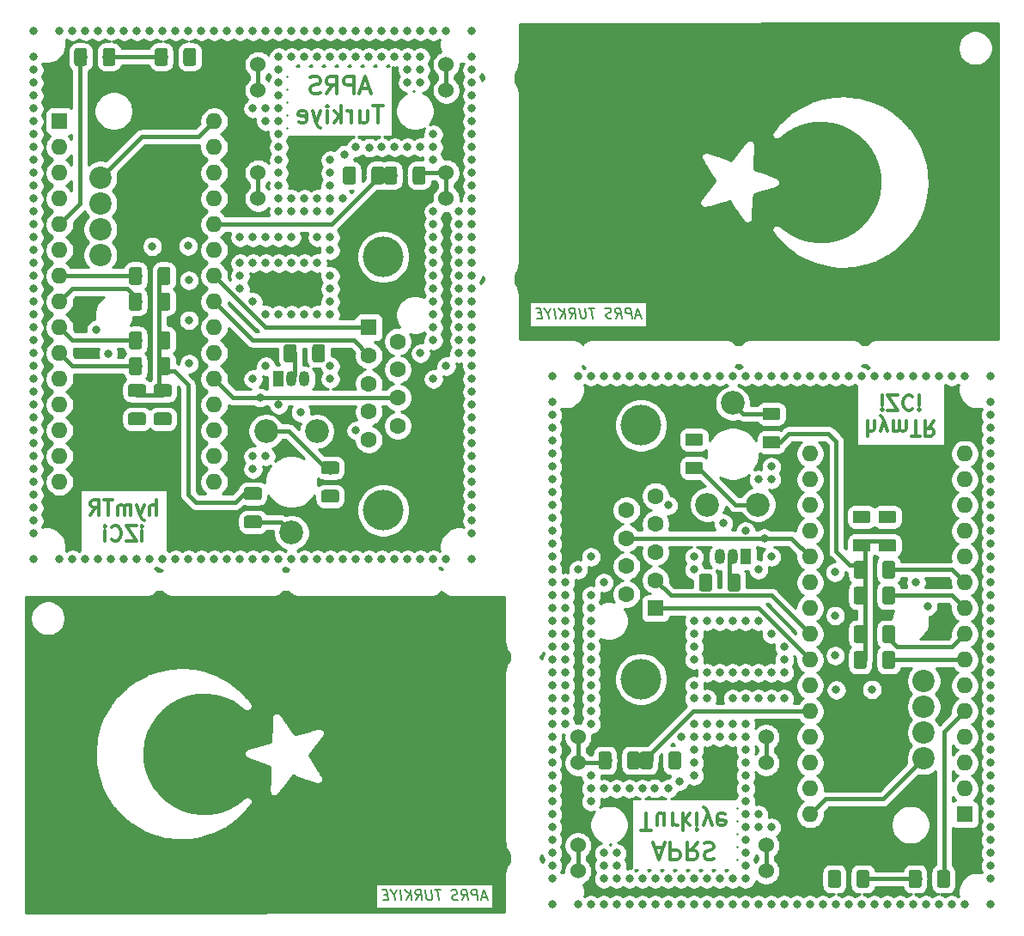
<source format=gbr>
G04 #@! TF.GenerationSoftware,KiCad,Pcbnew,5.1.5-52549c5~84~ubuntu19.10.1*
G04 #@! TF.CreationDate,2020-09-03T13:33:18+03:00*
G04 #@! TF.ProjectId,hymTR_dual,68796d54-525f-4647-9561-6c2e6b696361,rev?*
G04 #@! TF.SameCoordinates,Original*
G04 #@! TF.FileFunction,Copper,L2,Bot*
G04 #@! TF.FilePolarity,Positive*
%FSLAX46Y46*%
G04 Gerber Fmt 4.6, Leading zero omitted, Abs format (unit mm)*
G04 Created by KiCad (PCBNEW 5.1.5-52549c5~84~ubuntu19.10.1) date 2020-09-03 13:33:18*
%MOMM*%
%LPD*%
G04 APERTURE LIST*
%ADD10C,0.150000*%
%ADD11C,0.300000*%
%ADD12C,0.100000*%
%ADD13C,2.340000*%
%ADD14C,4.000000*%
%ADD15C,1.600000*%
%ADD16R,1.600000X1.600000*%
%ADD17C,2.200000*%
%ADD18C,1.524000*%
%ADD19R,1.050000X1.500000*%
%ADD20O,1.050000X1.500000*%
%ADD21O,1.600000X1.600000*%
%ADD22C,0.800000*%
%ADD23C,0.400000*%
%ADD24C,0.254000*%
G04 APERTURE END LIST*
D10*
X112943318Y-82156666D02*
X112467127Y-82156666D01*
X113074270Y-82442380D02*
X112615937Y-81442380D01*
X112407604Y-82442380D01*
X112074270Y-82442380D02*
X111949270Y-81442380D01*
X111568318Y-81442380D01*
X111479032Y-81490000D01*
X111437366Y-81537619D01*
X111401651Y-81632857D01*
X111419508Y-81775714D01*
X111479032Y-81870952D01*
X111532604Y-81918571D01*
X111633794Y-81966190D01*
X112014747Y-81966190D01*
X110502842Y-82442380D02*
X110776651Y-81966190D01*
X111074270Y-82442380D02*
X110949270Y-81442380D01*
X110568318Y-81442380D01*
X110479032Y-81490000D01*
X110437366Y-81537619D01*
X110401651Y-81632857D01*
X110419508Y-81775714D01*
X110479032Y-81870952D01*
X110532604Y-81918571D01*
X110633794Y-81966190D01*
X111014747Y-81966190D01*
X110115937Y-82394761D02*
X109979032Y-82442380D01*
X109740937Y-82442380D01*
X109639747Y-82394761D01*
X109586175Y-82347142D01*
X109526651Y-82251904D01*
X109514747Y-82156666D01*
X109550461Y-82061428D01*
X109592127Y-82013809D01*
X109681413Y-81966190D01*
X109865937Y-81918571D01*
X109955223Y-81870952D01*
X109996889Y-81823333D01*
X110032604Y-81728095D01*
X110020699Y-81632857D01*
X109961175Y-81537619D01*
X109907604Y-81490000D01*
X109806413Y-81442380D01*
X109568318Y-81442380D01*
X109431413Y-81490000D01*
X108377842Y-81442380D02*
X107806413Y-81442380D01*
X108217127Y-82442380D02*
X108092127Y-81442380D01*
X107473080Y-81442380D02*
X107574270Y-82251904D01*
X107538556Y-82347142D01*
X107496889Y-82394761D01*
X107407604Y-82442380D01*
X107217127Y-82442380D01*
X107115937Y-82394761D01*
X107062366Y-82347142D01*
X107002842Y-82251904D01*
X106901651Y-81442380D01*
X105979032Y-82442380D02*
X106252842Y-81966190D01*
X106550461Y-82442380D02*
X106425461Y-81442380D01*
X106044508Y-81442380D01*
X105955223Y-81490000D01*
X105913556Y-81537619D01*
X105877842Y-81632857D01*
X105895699Y-81775714D01*
X105955223Y-81870952D01*
X106008794Y-81918571D01*
X106109985Y-81966190D01*
X106490937Y-81966190D01*
X105550461Y-82442380D02*
X105425461Y-81442380D01*
X104979032Y-82442380D02*
X105336175Y-81870952D01*
X104854032Y-81442380D02*
X105496889Y-82013809D01*
X104550461Y-82442380D02*
X104425461Y-81442380D01*
X103824270Y-81966190D02*
X103883794Y-82442380D01*
X104092127Y-81442380D02*
X103824270Y-81966190D01*
X103425461Y-81442380D01*
X103151651Y-81918571D02*
X102818318Y-81918571D01*
X102740937Y-82442380D02*
X103217127Y-82442380D01*
X103092127Y-81442380D01*
X102615937Y-81442380D01*
X97773318Y-139516666D02*
X97297127Y-139516666D01*
X97904270Y-139802380D02*
X97445937Y-138802380D01*
X97237604Y-139802380D01*
X96904270Y-139802380D02*
X96779270Y-138802380D01*
X96398318Y-138802380D01*
X96309032Y-138850000D01*
X96267366Y-138897619D01*
X96231651Y-138992857D01*
X96249508Y-139135714D01*
X96309032Y-139230952D01*
X96362604Y-139278571D01*
X96463794Y-139326190D01*
X96844747Y-139326190D01*
X95332842Y-139802380D02*
X95606651Y-139326190D01*
X95904270Y-139802380D02*
X95779270Y-138802380D01*
X95398318Y-138802380D01*
X95309032Y-138850000D01*
X95267366Y-138897619D01*
X95231651Y-138992857D01*
X95249508Y-139135714D01*
X95309032Y-139230952D01*
X95362604Y-139278571D01*
X95463794Y-139326190D01*
X95844747Y-139326190D01*
X94945937Y-139754761D02*
X94809032Y-139802380D01*
X94570937Y-139802380D01*
X94469747Y-139754761D01*
X94416175Y-139707142D01*
X94356651Y-139611904D01*
X94344747Y-139516666D01*
X94380461Y-139421428D01*
X94422127Y-139373809D01*
X94511413Y-139326190D01*
X94695937Y-139278571D01*
X94785223Y-139230952D01*
X94826889Y-139183333D01*
X94862604Y-139088095D01*
X94850699Y-138992857D01*
X94791175Y-138897619D01*
X94737604Y-138850000D01*
X94636413Y-138802380D01*
X94398318Y-138802380D01*
X94261413Y-138850000D01*
X93207842Y-138802380D02*
X92636413Y-138802380D01*
X93047127Y-139802380D02*
X92922127Y-138802380D01*
X92303080Y-138802380D02*
X92404270Y-139611904D01*
X92368556Y-139707142D01*
X92326889Y-139754761D01*
X92237604Y-139802380D01*
X92047127Y-139802380D01*
X91945937Y-139754761D01*
X91892366Y-139707142D01*
X91832842Y-139611904D01*
X91731651Y-138802380D01*
X90809032Y-139802380D02*
X91082842Y-139326190D01*
X91380461Y-139802380D02*
X91255461Y-138802380D01*
X90874508Y-138802380D01*
X90785223Y-138850000D01*
X90743556Y-138897619D01*
X90707842Y-138992857D01*
X90725699Y-139135714D01*
X90785223Y-139230952D01*
X90838794Y-139278571D01*
X90939985Y-139326190D01*
X91320937Y-139326190D01*
X90380461Y-139802380D02*
X90255461Y-138802380D01*
X89809032Y-139802380D02*
X90166175Y-139230952D01*
X89684032Y-138802380D02*
X90326889Y-139373809D01*
X89380461Y-139802380D02*
X89255461Y-138802380D01*
X88654270Y-139326190D02*
X88713794Y-139802380D01*
X88922127Y-138802380D02*
X88654270Y-139326190D01*
X88255461Y-138802380D01*
X87981651Y-139278571D02*
X87648318Y-139278571D01*
X87570937Y-139802380D02*
X88047127Y-139802380D01*
X87922127Y-138802380D01*
X87445937Y-138802380D01*
D11*
X135335714Y-92566428D02*
X135335714Y-94066428D01*
X135978571Y-92566428D02*
X135978571Y-93352142D01*
X135907142Y-93495000D01*
X135764285Y-93566428D01*
X135550000Y-93566428D01*
X135407142Y-93495000D01*
X135335714Y-93423571D01*
X136550000Y-93566428D02*
X136907142Y-92566428D01*
X137264285Y-93566428D02*
X136907142Y-92566428D01*
X136764285Y-92209285D01*
X136692857Y-92137857D01*
X136550000Y-92066428D01*
X137835714Y-92566428D02*
X137835714Y-93566428D01*
X137835714Y-93423571D02*
X137907142Y-93495000D01*
X138050000Y-93566428D01*
X138264285Y-93566428D01*
X138407142Y-93495000D01*
X138478571Y-93352142D01*
X138478571Y-92566428D01*
X138478571Y-93352142D02*
X138550000Y-93495000D01*
X138692857Y-93566428D01*
X138907142Y-93566428D01*
X139050000Y-93495000D01*
X139121428Y-93352142D01*
X139121428Y-92566428D01*
X139621428Y-94066428D02*
X140478571Y-94066428D01*
X140050000Y-92566428D02*
X140050000Y-94066428D01*
X141835714Y-92566428D02*
X141335714Y-93280714D01*
X140978571Y-92566428D02*
X140978571Y-94066428D01*
X141550000Y-94066428D01*
X141692857Y-93995000D01*
X141764285Y-93923571D01*
X141835714Y-93780714D01*
X141835714Y-93566428D01*
X141764285Y-93423571D01*
X141692857Y-93352142D01*
X141550000Y-93280714D01*
X140978571Y-93280714D01*
X136728571Y-90016428D02*
X136728571Y-91016428D01*
X136728571Y-91516428D02*
X136657142Y-91445000D01*
X136728571Y-91373571D01*
X136800000Y-91445000D01*
X136728571Y-91516428D01*
X136728571Y-91373571D01*
X137300000Y-91516428D02*
X138300000Y-91516428D01*
X137300000Y-90016428D01*
X138300000Y-90016428D01*
X139728571Y-90159285D02*
X139657142Y-90087857D01*
X139442857Y-90016428D01*
X139300000Y-90016428D01*
X139085714Y-90087857D01*
X138942857Y-90230714D01*
X138871428Y-90373571D01*
X138800000Y-90659285D01*
X138800000Y-90873571D01*
X138871428Y-91159285D01*
X138942857Y-91302142D01*
X139085714Y-91445000D01*
X139300000Y-91516428D01*
X139442857Y-91516428D01*
X139657142Y-91445000D01*
X139728571Y-91373571D01*
X140371428Y-90016428D02*
X140371428Y-91016428D01*
X140371428Y-91516428D02*
X140300000Y-91445000D01*
X140371428Y-91373571D01*
X140442857Y-91445000D01*
X140371428Y-91516428D01*
X140371428Y-91373571D01*
X114335714Y-134591666D02*
X115145238Y-134591666D01*
X114173809Y-134105952D02*
X114740476Y-135805952D01*
X115307142Y-134105952D01*
X115873809Y-134105952D02*
X115873809Y-135805952D01*
X116521428Y-135805952D01*
X116683333Y-135725000D01*
X116764285Y-135644047D01*
X116845238Y-135482142D01*
X116845238Y-135239285D01*
X116764285Y-135077380D01*
X116683333Y-134996428D01*
X116521428Y-134915476D01*
X115873809Y-134915476D01*
X118545238Y-134105952D02*
X117978571Y-134915476D01*
X117573809Y-134105952D02*
X117573809Y-135805952D01*
X118221428Y-135805952D01*
X118383333Y-135725000D01*
X118464285Y-135644047D01*
X118545238Y-135482142D01*
X118545238Y-135239285D01*
X118464285Y-135077380D01*
X118383333Y-134996428D01*
X118221428Y-134915476D01*
X117573809Y-134915476D01*
X119192857Y-134186904D02*
X119435714Y-134105952D01*
X119840476Y-134105952D01*
X120002380Y-134186904D01*
X120083333Y-134267857D01*
X120164285Y-134429761D01*
X120164285Y-134591666D01*
X120083333Y-134753571D01*
X120002380Y-134834523D01*
X119840476Y-134915476D01*
X119516666Y-134996428D01*
X119354761Y-135077380D01*
X119273809Y-135158333D01*
X119192857Y-135320238D01*
X119192857Y-135482142D01*
X119273809Y-135644047D01*
X119354761Y-135725000D01*
X119516666Y-135805952D01*
X119921428Y-135805952D01*
X120164285Y-135725000D01*
X113000000Y-132955952D02*
X113971428Y-132955952D01*
X113485714Y-131255952D02*
X113485714Y-132955952D01*
X115266666Y-132389285D02*
X115266666Y-131255952D01*
X114538095Y-132389285D02*
X114538095Y-131498809D01*
X114619047Y-131336904D01*
X114780952Y-131255952D01*
X115023809Y-131255952D01*
X115185714Y-131336904D01*
X115266666Y-131417857D01*
X116076190Y-131255952D02*
X116076190Y-132389285D01*
X116076190Y-132065476D02*
X116157142Y-132227380D01*
X116238095Y-132308333D01*
X116400000Y-132389285D01*
X116561904Y-132389285D01*
X117128571Y-131255952D02*
X117128571Y-132955952D01*
X117290476Y-131903571D02*
X117776190Y-131255952D01*
X117776190Y-132389285D02*
X117128571Y-131741666D01*
X118504761Y-131255952D02*
X118504761Y-132389285D01*
X118504761Y-132955952D02*
X118423809Y-132875000D01*
X118504761Y-132794047D01*
X118585714Y-132875000D01*
X118504761Y-132955952D01*
X118504761Y-132794047D01*
X119152380Y-132389285D02*
X119557142Y-131255952D01*
X119961904Y-132389285D02*
X119557142Y-131255952D01*
X119395238Y-130851190D01*
X119314285Y-130770238D01*
X119152380Y-130689285D01*
X121257142Y-131336904D02*
X121095238Y-131255952D01*
X120771428Y-131255952D01*
X120609523Y-131336904D01*
X120528571Y-131498809D01*
X120528571Y-132146428D01*
X120609523Y-132308333D01*
X120771428Y-132389285D01*
X121095238Y-132389285D01*
X121257142Y-132308333D01*
X121338095Y-132146428D01*
X121338095Y-131984523D01*
X120528571Y-131822619D01*
X86204285Y-59808333D02*
X85394761Y-59808333D01*
X86366190Y-60294047D02*
X85799523Y-58594047D01*
X85232857Y-60294047D01*
X84666190Y-60294047D02*
X84666190Y-58594047D01*
X84018571Y-58594047D01*
X83856666Y-58675000D01*
X83775714Y-58755952D01*
X83694761Y-58917857D01*
X83694761Y-59160714D01*
X83775714Y-59322619D01*
X83856666Y-59403571D01*
X84018571Y-59484523D01*
X84666190Y-59484523D01*
X81994761Y-60294047D02*
X82561428Y-59484523D01*
X82966190Y-60294047D02*
X82966190Y-58594047D01*
X82318571Y-58594047D01*
X82156666Y-58675000D01*
X82075714Y-58755952D01*
X81994761Y-58917857D01*
X81994761Y-59160714D01*
X82075714Y-59322619D01*
X82156666Y-59403571D01*
X82318571Y-59484523D01*
X82966190Y-59484523D01*
X81347142Y-60213095D02*
X81104285Y-60294047D01*
X80699523Y-60294047D01*
X80537619Y-60213095D01*
X80456666Y-60132142D01*
X80375714Y-59970238D01*
X80375714Y-59808333D01*
X80456666Y-59646428D01*
X80537619Y-59565476D01*
X80699523Y-59484523D01*
X81023333Y-59403571D01*
X81185238Y-59322619D01*
X81266190Y-59241666D01*
X81347142Y-59079761D01*
X81347142Y-58917857D01*
X81266190Y-58755952D01*
X81185238Y-58675000D01*
X81023333Y-58594047D01*
X80618571Y-58594047D01*
X80375714Y-58675000D01*
X87540000Y-61444047D02*
X86568571Y-61444047D01*
X87054285Y-63144047D02*
X87054285Y-61444047D01*
X85273333Y-62010714D02*
X85273333Y-63144047D01*
X86001904Y-62010714D02*
X86001904Y-62901190D01*
X85920952Y-63063095D01*
X85759047Y-63144047D01*
X85516190Y-63144047D01*
X85354285Y-63063095D01*
X85273333Y-62982142D01*
X84463809Y-63144047D02*
X84463809Y-62010714D01*
X84463809Y-62334523D02*
X84382857Y-62172619D01*
X84301904Y-62091666D01*
X84140000Y-62010714D01*
X83978095Y-62010714D01*
X83411428Y-63144047D02*
X83411428Y-61444047D01*
X83249523Y-62496428D02*
X82763809Y-63144047D01*
X82763809Y-62010714D02*
X83411428Y-62658333D01*
X82035238Y-63144047D02*
X82035238Y-62010714D01*
X82035238Y-61444047D02*
X82116190Y-61525000D01*
X82035238Y-61605952D01*
X81954285Y-61525000D01*
X82035238Y-61444047D01*
X82035238Y-61605952D01*
X81387619Y-62010714D02*
X80982857Y-63144047D01*
X80578095Y-62010714D02*
X80982857Y-63144047D01*
X81144761Y-63548809D01*
X81225714Y-63629761D01*
X81387619Y-63710714D01*
X79282857Y-63063095D02*
X79444761Y-63144047D01*
X79768571Y-63144047D01*
X79930476Y-63063095D01*
X80011428Y-62901190D01*
X80011428Y-62253571D01*
X79930476Y-62091666D01*
X79768571Y-62010714D01*
X79444761Y-62010714D01*
X79282857Y-62091666D01*
X79201904Y-62253571D01*
X79201904Y-62415476D01*
X80011428Y-62577380D01*
X65204285Y-101833571D02*
X65204285Y-100333571D01*
X64561428Y-101833571D02*
X64561428Y-101047857D01*
X64632857Y-100905000D01*
X64775714Y-100833571D01*
X64990000Y-100833571D01*
X65132857Y-100905000D01*
X65204285Y-100976428D01*
X63990000Y-100833571D02*
X63632857Y-101833571D01*
X63275714Y-100833571D02*
X63632857Y-101833571D01*
X63775714Y-102190714D01*
X63847142Y-102262142D01*
X63990000Y-102333571D01*
X62704285Y-101833571D02*
X62704285Y-100833571D01*
X62704285Y-100976428D02*
X62632857Y-100905000D01*
X62490000Y-100833571D01*
X62275714Y-100833571D01*
X62132857Y-100905000D01*
X62061428Y-101047857D01*
X62061428Y-101833571D01*
X62061428Y-101047857D02*
X61990000Y-100905000D01*
X61847142Y-100833571D01*
X61632857Y-100833571D01*
X61490000Y-100905000D01*
X61418571Y-101047857D01*
X61418571Y-101833571D01*
X60918571Y-100333571D02*
X60061428Y-100333571D01*
X60490000Y-101833571D02*
X60490000Y-100333571D01*
X58704285Y-101833571D02*
X59204285Y-101119285D01*
X59561428Y-101833571D02*
X59561428Y-100333571D01*
X58990000Y-100333571D01*
X58847142Y-100405000D01*
X58775714Y-100476428D01*
X58704285Y-100619285D01*
X58704285Y-100833571D01*
X58775714Y-100976428D01*
X58847142Y-101047857D01*
X58990000Y-101119285D01*
X59561428Y-101119285D01*
X63811428Y-104383571D02*
X63811428Y-103383571D01*
X63811428Y-102883571D02*
X63882857Y-102955000D01*
X63811428Y-103026428D01*
X63740000Y-102955000D01*
X63811428Y-102883571D01*
X63811428Y-103026428D01*
X63240000Y-102883571D02*
X62240000Y-102883571D01*
X63240000Y-104383571D01*
X62240000Y-104383571D01*
X60811428Y-104240714D02*
X60882857Y-104312142D01*
X61097142Y-104383571D01*
X61240000Y-104383571D01*
X61454285Y-104312142D01*
X61597142Y-104169285D01*
X61668571Y-104026428D01*
X61740000Y-103740714D01*
X61740000Y-103526428D01*
X61668571Y-103240714D01*
X61597142Y-103097857D01*
X61454285Y-102955000D01*
X61240000Y-102883571D01*
X61097142Y-102883571D01*
X60882857Y-102955000D01*
X60811428Y-103026428D01*
X60168571Y-104383571D02*
X60168571Y-103383571D01*
X60168571Y-102883571D02*
X60240000Y-102955000D01*
X60168571Y-103026428D01*
X60097142Y-102955000D01*
X60168571Y-102883571D01*
X60168571Y-103026428D01*
G04 #@! TA.AperFunction,SMDPad,CuDef*
D12*
G36*
X126469504Y-91246204D02*
G01*
X126493773Y-91249804D01*
X126517571Y-91255765D01*
X126540671Y-91264030D01*
X126562849Y-91274520D01*
X126583893Y-91287133D01*
X126603598Y-91301747D01*
X126621777Y-91318223D01*
X126638253Y-91336402D01*
X126652867Y-91356107D01*
X126665480Y-91377151D01*
X126675970Y-91399329D01*
X126684235Y-91422429D01*
X126690196Y-91446227D01*
X126693796Y-91470496D01*
X126695000Y-91495000D01*
X126695000Y-92245000D01*
X126693796Y-92269504D01*
X126690196Y-92293773D01*
X126684235Y-92317571D01*
X126675970Y-92340671D01*
X126665480Y-92362849D01*
X126652867Y-92383893D01*
X126638253Y-92403598D01*
X126621777Y-92421777D01*
X126603598Y-92438253D01*
X126583893Y-92452867D01*
X126562849Y-92465480D01*
X126540671Y-92475970D01*
X126517571Y-92484235D01*
X126493773Y-92490196D01*
X126469504Y-92493796D01*
X126445000Y-92495000D01*
X125195000Y-92495000D01*
X125170496Y-92493796D01*
X125146227Y-92490196D01*
X125122429Y-92484235D01*
X125099329Y-92475970D01*
X125077151Y-92465480D01*
X125056107Y-92452867D01*
X125036402Y-92438253D01*
X125018223Y-92421777D01*
X125001747Y-92403598D01*
X124987133Y-92383893D01*
X124974520Y-92362849D01*
X124964030Y-92340671D01*
X124955765Y-92317571D01*
X124949804Y-92293773D01*
X124946204Y-92269504D01*
X124945000Y-92245000D01*
X124945000Y-91495000D01*
X124946204Y-91470496D01*
X124949804Y-91446227D01*
X124955765Y-91422429D01*
X124964030Y-91399329D01*
X124974520Y-91377151D01*
X124987133Y-91356107D01*
X125001747Y-91336402D01*
X125018223Y-91318223D01*
X125036402Y-91301747D01*
X125056107Y-91287133D01*
X125077151Y-91274520D01*
X125099329Y-91264030D01*
X125122429Y-91255765D01*
X125146227Y-91249804D01*
X125170496Y-91246204D01*
X125195000Y-91245000D01*
X126445000Y-91245000D01*
X126469504Y-91246204D01*
G37*
G04 #@! TD.AperFunction*
G04 #@! TA.AperFunction,SMDPad,CuDef*
G36*
X126469504Y-94046204D02*
G01*
X126493773Y-94049804D01*
X126517571Y-94055765D01*
X126540671Y-94064030D01*
X126562849Y-94074520D01*
X126583893Y-94087133D01*
X126603598Y-94101747D01*
X126621777Y-94118223D01*
X126638253Y-94136402D01*
X126652867Y-94156107D01*
X126665480Y-94177151D01*
X126675970Y-94199329D01*
X126684235Y-94222429D01*
X126690196Y-94246227D01*
X126693796Y-94270496D01*
X126695000Y-94295000D01*
X126695000Y-95045000D01*
X126693796Y-95069504D01*
X126690196Y-95093773D01*
X126684235Y-95117571D01*
X126675970Y-95140671D01*
X126665480Y-95162849D01*
X126652867Y-95183893D01*
X126638253Y-95203598D01*
X126621777Y-95221777D01*
X126603598Y-95238253D01*
X126583893Y-95252867D01*
X126562849Y-95265480D01*
X126540671Y-95275970D01*
X126517571Y-95284235D01*
X126493773Y-95290196D01*
X126469504Y-95293796D01*
X126445000Y-95295000D01*
X125195000Y-95295000D01*
X125170496Y-95293796D01*
X125146227Y-95290196D01*
X125122429Y-95284235D01*
X125099329Y-95275970D01*
X125077151Y-95265480D01*
X125056107Y-95252867D01*
X125036402Y-95238253D01*
X125018223Y-95221777D01*
X125001747Y-95203598D01*
X124987133Y-95183893D01*
X124974520Y-95162849D01*
X124964030Y-95140671D01*
X124955765Y-95117571D01*
X124949804Y-95093773D01*
X124946204Y-95069504D01*
X124945000Y-95045000D01*
X124945000Y-94295000D01*
X124946204Y-94270496D01*
X124949804Y-94246227D01*
X124955765Y-94222429D01*
X124964030Y-94199329D01*
X124974520Y-94177151D01*
X124987133Y-94156107D01*
X125001747Y-94136402D01*
X125018223Y-94118223D01*
X125036402Y-94101747D01*
X125056107Y-94087133D01*
X125077151Y-94074520D01*
X125099329Y-94064030D01*
X125122429Y-94055765D01*
X125146227Y-94049804D01*
X125170496Y-94046204D01*
X125195000Y-94045000D01*
X126445000Y-94045000D01*
X126469504Y-94046204D01*
G37*
G04 #@! TD.AperFunction*
G04 #@! TA.AperFunction,SMDPad,CuDef*
G36*
X140392004Y-136846204D02*
G01*
X140416273Y-136849804D01*
X140440071Y-136855765D01*
X140463171Y-136864030D01*
X140485349Y-136874520D01*
X140506393Y-136887133D01*
X140526098Y-136901747D01*
X140544277Y-136918223D01*
X140560753Y-136936402D01*
X140575367Y-136956107D01*
X140587980Y-136977151D01*
X140598470Y-136999329D01*
X140606735Y-137022429D01*
X140612696Y-137046227D01*
X140616296Y-137070496D01*
X140617500Y-137095000D01*
X140617500Y-138345000D01*
X140616296Y-138369504D01*
X140612696Y-138393773D01*
X140606735Y-138417571D01*
X140598470Y-138440671D01*
X140587980Y-138462849D01*
X140575367Y-138483893D01*
X140560753Y-138503598D01*
X140544277Y-138521777D01*
X140526098Y-138538253D01*
X140506393Y-138552867D01*
X140485349Y-138565480D01*
X140463171Y-138575970D01*
X140440071Y-138584235D01*
X140416273Y-138590196D01*
X140392004Y-138593796D01*
X140367500Y-138595000D01*
X139617500Y-138595000D01*
X139592996Y-138593796D01*
X139568727Y-138590196D01*
X139544929Y-138584235D01*
X139521829Y-138575970D01*
X139499651Y-138565480D01*
X139478607Y-138552867D01*
X139458902Y-138538253D01*
X139440723Y-138521777D01*
X139424247Y-138503598D01*
X139409633Y-138483893D01*
X139397020Y-138462849D01*
X139386530Y-138440671D01*
X139378265Y-138417571D01*
X139372304Y-138393773D01*
X139368704Y-138369504D01*
X139367500Y-138345000D01*
X139367500Y-137095000D01*
X139368704Y-137070496D01*
X139372304Y-137046227D01*
X139378265Y-137022429D01*
X139386530Y-136999329D01*
X139397020Y-136977151D01*
X139409633Y-136956107D01*
X139424247Y-136936402D01*
X139440723Y-136918223D01*
X139458902Y-136901747D01*
X139478607Y-136887133D01*
X139499651Y-136874520D01*
X139521829Y-136864030D01*
X139544929Y-136855765D01*
X139568727Y-136849804D01*
X139592996Y-136846204D01*
X139617500Y-136845000D01*
X140367500Y-136845000D01*
X140392004Y-136846204D01*
G37*
G04 #@! TD.AperFunction*
G04 #@! TA.AperFunction,SMDPad,CuDef*
G36*
X143192004Y-136846204D02*
G01*
X143216273Y-136849804D01*
X143240071Y-136855765D01*
X143263171Y-136864030D01*
X143285349Y-136874520D01*
X143306393Y-136887133D01*
X143326098Y-136901747D01*
X143344277Y-136918223D01*
X143360753Y-136936402D01*
X143375367Y-136956107D01*
X143387980Y-136977151D01*
X143398470Y-136999329D01*
X143406735Y-137022429D01*
X143412696Y-137046227D01*
X143416296Y-137070496D01*
X143417500Y-137095000D01*
X143417500Y-138345000D01*
X143416296Y-138369504D01*
X143412696Y-138393773D01*
X143406735Y-138417571D01*
X143398470Y-138440671D01*
X143387980Y-138462849D01*
X143375367Y-138483893D01*
X143360753Y-138503598D01*
X143344277Y-138521777D01*
X143326098Y-138538253D01*
X143306393Y-138552867D01*
X143285349Y-138565480D01*
X143263171Y-138575970D01*
X143240071Y-138584235D01*
X143216273Y-138590196D01*
X143192004Y-138593796D01*
X143167500Y-138595000D01*
X142417500Y-138595000D01*
X142392996Y-138593796D01*
X142368727Y-138590196D01*
X142344929Y-138584235D01*
X142321829Y-138575970D01*
X142299651Y-138565480D01*
X142278607Y-138552867D01*
X142258902Y-138538253D01*
X142240723Y-138521777D01*
X142224247Y-138503598D01*
X142209633Y-138483893D01*
X142197020Y-138462849D01*
X142186530Y-138440671D01*
X142178265Y-138417571D01*
X142172304Y-138393773D01*
X142168704Y-138369504D01*
X142167500Y-138345000D01*
X142167500Y-137095000D01*
X142168704Y-137070496D01*
X142172304Y-137046227D01*
X142178265Y-137022429D01*
X142186530Y-136999329D01*
X142197020Y-136977151D01*
X142209633Y-136956107D01*
X142224247Y-136936402D01*
X142240723Y-136918223D01*
X142258902Y-136901747D01*
X142278607Y-136887133D01*
X142299651Y-136874520D01*
X142321829Y-136864030D01*
X142344929Y-136855765D01*
X142368727Y-136849804D01*
X142392996Y-136846204D01*
X142417500Y-136845000D01*
X143167500Y-136845000D01*
X143192004Y-136846204D01*
G37*
G04 #@! TD.AperFunction*
D13*
X124510000Y-100810000D03*
X122010000Y-90810000D03*
X119510000Y-100810000D03*
D14*
X112970000Y-118010000D03*
X112970000Y-93010000D03*
D15*
X111550000Y-101355000D03*
X111550000Y-104125000D03*
X111550000Y-106895000D03*
X111550000Y-109665000D03*
X114390000Y-99970000D03*
X114390000Y-102740000D03*
X114390000Y-105510000D03*
X114390000Y-108280000D03*
D16*
X114390000Y-111050000D03*
G04 #@! TA.AperFunction,SMDPad,CuDef*
D12*
G36*
X135359504Y-104206204D02*
G01*
X135383773Y-104209804D01*
X135407571Y-104215765D01*
X135430671Y-104224030D01*
X135452849Y-104234520D01*
X135473893Y-104247133D01*
X135493598Y-104261747D01*
X135511777Y-104278223D01*
X135528253Y-104296402D01*
X135542867Y-104316107D01*
X135555480Y-104337151D01*
X135565970Y-104359329D01*
X135574235Y-104382429D01*
X135580196Y-104406227D01*
X135583796Y-104430496D01*
X135585000Y-104455000D01*
X135585000Y-105205000D01*
X135583796Y-105229504D01*
X135580196Y-105253773D01*
X135574235Y-105277571D01*
X135565970Y-105300671D01*
X135555480Y-105322849D01*
X135542867Y-105343893D01*
X135528253Y-105363598D01*
X135511777Y-105381777D01*
X135493598Y-105398253D01*
X135473893Y-105412867D01*
X135452849Y-105425480D01*
X135430671Y-105435970D01*
X135407571Y-105444235D01*
X135383773Y-105450196D01*
X135359504Y-105453796D01*
X135335000Y-105455000D01*
X134085000Y-105455000D01*
X134060496Y-105453796D01*
X134036227Y-105450196D01*
X134012429Y-105444235D01*
X133989329Y-105435970D01*
X133967151Y-105425480D01*
X133946107Y-105412867D01*
X133926402Y-105398253D01*
X133908223Y-105381777D01*
X133891747Y-105363598D01*
X133877133Y-105343893D01*
X133864520Y-105322849D01*
X133854030Y-105300671D01*
X133845765Y-105277571D01*
X133839804Y-105253773D01*
X133836204Y-105229504D01*
X133835000Y-105205000D01*
X133835000Y-104455000D01*
X133836204Y-104430496D01*
X133839804Y-104406227D01*
X133845765Y-104382429D01*
X133854030Y-104359329D01*
X133864520Y-104337151D01*
X133877133Y-104316107D01*
X133891747Y-104296402D01*
X133908223Y-104278223D01*
X133926402Y-104261747D01*
X133946107Y-104247133D01*
X133967151Y-104234520D01*
X133989329Y-104224030D01*
X134012429Y-104215765D01*
X134036227Y-104209804D01*
X134060496Y-104206204D01*
X134085000Y-104205000D01*
X135335000Y-104205000D01*
X135359504Y-104206204D01*
G37*
G04 #@! TD.AperFunction*
G04 #@! TA.AperFunction,SMDPad,CuDef*
G36*
X135359504Y-101406204D02*
G01*
X135383773Y-101409804D01*
X135407571Y-101415765D01*
X135430671Y-101424030D01*
X135452849Y-101434520D01*
X135473893Y-101447133D01*
X135493598Y-101461747D01*
X135511777Y-101478223D01*
X135528253Y-101496402D01*
X135542867Y-101516107D01*
X135555480Y-101537151D01*
X135565970Y-101559329D01*
X135574235Y-101582429D01*
X135580196Y-101606227D01*
X135583796Y-101630496D01*
X135585000Y-101655000D01*
X135585000Y-102405000D01*
X135583796Y-102429504D01*
X135580196Y-102453773D01*
X135574235Y-102477571D01*
X135565970Y-102500671D01*
X135555480Y-102522849D01*
X135542867Y-102543893D01*
X135528253Y-102563598D01*
X135511777Y-102581777D01*
X135493598Y-102598253D01*
X135473893Y-102612867D01*
X135452849Y-102625480D01*
X135430671Y-102635970D01*
X135407571Y-102644235D01*
X135383773Y-102650196D01*
X135359504Y-102653796D01*
X135335000Y-102655000D01*
X134085000Y-102655000D01*
X134060496Y-102653796D01*
X134036227Y-102650196D01*
X134012429Y-102644235D01*
X133989329Y-102635970D01*
X133967151Y-102625480D01*
X133946107Y-102612867D01*
X133926402Y-102598253D01*
X133908223Y-102581777D01*
X133891747Y-102563598D01*
X133877133Y-102543893D01*
X133864520Y-102522849D01*
X133854030Y-102500671D01*
X133845765Y-102477571D01*
X133839804Y-102453773D01*
X133836204Y-102429504D01*
X133835000Y-102405000D01*
X133835000Y-101655000D01*
X133836204Y-101630496D01*
X133839804Y-101606227D01*
X133845765Y-101582429D01*
X133854030Y-101559329D01*
X133864520Y-101537151D01*
X133877133Y-101516107D01*
X133891747Y-101496402D01*
X133908223Y-101478223D01*
X133926402Y-101461747D01*
X133946107Y-101447133D01*
X133967151Y-101434520D01*
X133989329Y-101424030D01*
X134012429Y-101415765D01*
X134036227Y-101409804D01*
X134060496Y-101406204D01*
X134085000Y-101405000D01*
X135335000Y-101405000D01*
X135359504Y-101406204D01*
G37*
G04 #@! TD.AperFunction*
G04 #@! TA.AperFunction,SMDPad,CuDef*
G36*
X135239504Y-136846204D02*
G01*
X135263773Y-136849804D01*
X135287571Y-136855765D01*
X135310671Y-136864030D01*
X135332849Y-136874520D01*
X135353893Y-136887133D01*
X135373598Y-136901747D01*
X135391777Y-136918223D01*
X135408253Y-136936402D01*
X135422867Y-136956107D01*
X135435480Y-136977151D01*
X135445970Y-136999329D01*
X135454235Y-137022429D01*
X135460196Y-137046227D01*
X135463796Y-137070496D01*
X135465000Y-137095000D01*
X135465000Y-138345000D01*
X135463796Y-138369504D01*
X135460196Y-138393773D01*
X135454235Y-138417571D01*
X135445970Y-138440671D01*
X135435480Y-138462849D01*
X135422867Y-138483893D01*
X135408253Y-138503598D01*
X135391777Y-138521777D01*
X135373598Y-138538253D01*
X135353893Y-138552867D01*
X135332849Y-138565480D01*
X135310671Y-138575970D01*
X135287571Y-138584235D01*
X135263773Y-138590196D01*
X135239504Y-138593796D01*
X135215000Y-138595000D01*
X134465000Y-138595000D01*
X134440496Y-138593796D01*
X134416227Y-138590196D01*
X134392429Y-138584235D01*
X134369329Y-138575970D01*
X134347151Y-138565480D01*
X134326107Y-138552867D01*
X134306402Y-138538253D01*
X134288223Y-138521777D01*
X134271747Y-138503598D01*
X134257133Y-138483893D01*
X134244520Y-138462849D01*
X134234030Y-138440671D01*
X134225765Y-138417571D01*
X134219804Y-138393773D01*
X134216204Y-138369504D01*
X134215000Y-138345000D01*
X134215000Y-137095000D01*
X134216204Y-137070496D01*
X134219804Y-137046227D01*
X134225765Y-137022429D01*
X134234030Y-136999329D01*
X134244520Y-136977151D01*
X134257133Y-136956107D01*
X134271747Y-136936402D01*
X134288223Y-136918223D01*
X134306402Y-136901747D01*
X134326107Y-136887133D01*
X134347151Y-136874520D01*
X134369329Y-136864030D01*
X134392429Y-136855765D01*
X134416227Y-136849804D01*
X134440496Y-136846204D01*
X134465000Y-136845000D01*
X135215000Y-136845000D01*
X135239504Y-136846204D01*
G37*
G04 #@! TD.AperFunction*
G04 #@! TA.AperFunction,SMDPad,CuDef*
G36*
X132439504Y-136846204D02*
G01*
X132463773Y-136849804D01*
X132487571Y-136855765D01*
X132510671Y-136864030D01*
X132532849Y-136874520D01*
X132553893Y-136887133D01*
X132573598Y-136901747D01*
X132591777Y-136918223D01*
X132608253Y-136936402D01*
X132622867Y-136956107D01*
X132635480Y-136977151D01*
X132645970Y-136999329D01*
X132654235Y-137022429D01*
X132660196Y-137046227D01*
X132663796Y-137070496D01*
X132665000Y-137095000D01*
X132665000Y-138345000D01*
X132663796Y-138369504D01*
X132660196Y-138393773D01*
X132654235Y-138417571D01*
X132645970Y-138440671D01*
X132635480Y-138462849D01*
X132622867Y-138483893D01*
X132608253Y-138503598D01*
X132591777Y-138521777D01*
X132573598Y-138538253D01*
X132553893Y-138552867D01*
X132532849Y-138565480D01*
X132510671Y-138575970D01*
X132487571Y-138584235D01*
X132463773Y-138590196D01*
X132439504Y-138593796D01*
X132415000Y-138595000D01*
X131665000Y-138595000D01*
X131640496Y-138593796D01*
X131616227Y-138590196D01*
X131592429Y-138584235D01*
X131569329Y-138575970D01*
X131547151Y-138565480D01*
X131526107Y-138552867D01*
X131506402Y-138538253D01*
X131488223Y-138521777D01*
X131471747Y-138503598D01*
X131457133Y-138483893D01*
X131444520Y-138462849D01*
X131434030Y-138440671D01*
X131425765Y-138417571D01*
X131419804Y-138393773D01*
X131416204Y-138369504D01*
X131415000Y-138345000D01*
X131415000Y-137095000D01*
X131416204Y-137070496D01*
X131419804Y-137046227D01*
X131425765Y-137022429D01*
X131434030Y-136999329D01*
X131444520Y-136977151D01*
X131457133Y-136956107D01*
X131471747Y-136936402D01*
X131488223Y-136918223D01*
X131506402Y-136901747D01*
X131526107Y-136887133D01*
X131547151Y-136874520D01*
X131569329Y-136864030D01*
X131592429Y-136855765D01*
X131616227Y-136849804D01*
X131640496Y-136846204D01*
X131665000Y-136845000D01*
X132415000Y-136845000D01*
X132439504Y-136846204D01*
G37*
G04 #@! TD.AperFunction*
G04 #@! TA.AperFunction,SMDPad,CuDef*
G36*
X137779504Y-108906204D02*
G01*
X137803773Y-108909804D01*
X137827571Y-108915765D01*
X137850671Y-108924030D01*
X137872849Y-108934520D01*
X137893893Y-108947133D01*
X137913598Y-108961747D01*
X137931777Y-108978223D01*
X137948253Y-108996402D01*
X137962867Y-109016107D01*
X137975480Y-109037151D01*
X137985970Y-109059329D01*
X137994235Y-109082429D01*
X138000196Y-109106227D01*
X138003796Y-109130496D01*
X138005000Y-109155000D01*
X138005000Y-110405000D01*
X138003796Y-110429504D01*
X138000196Y-110453773D01*
X137994235Y-110477571D01*
X137985970Y-110500671D01*
X137975480Y-110522849D01*
X137962867Y-110543893D01*
X137948253Y-110563598D01*
X137931777Y-110581777D01*
X137913598Y-110598253D01*
X137893893Y-110612867D01*
X137872849Y-110625480D01*
X137850671Y-110635970D01*
X137827571Y-110644235D01*
X137803773Y-110650196D01*
X137779504Y-110653796D01*
X137755000Y-110655000D01*
X137005000Y-110655000D01*
X136980496Y-110653796D01*
X136956227Y-110650196D01*
X136932429Y-110644235D01*
X136909329Y-110635970D01*
X136887151Y-110625480D01*
X136866107Y-110612867D01*
X136846402Y-110598253D01*
X136828223Y-110581777D01*
X136811747Y-110563598D01*
X136797133Y-110543893D01*
X136784520Y-110522849D01*
X136774030Y-110500671D01*
X136765765Y-110477571D01*
X136759804Y-110453773D01*
X136756204Y-110429504D01*
X136755000Y-110405000D01*
X136755000Y-109155000D01*
X136756204Y-109130496D01*
X136759804Y-109106227D01*
X136765765Y-109082429D01*
X136774030Y-109059329D01*
X136784520Y-109037151D01*
X136797133Y-109016107D01*
X136811747Y-108996402D01*
X136828223Y-108978223D01*
X136846402Y-108961747D01*
X136866107Y-108947133D01*
X136887151Y-108934520D01*
X136909329Y-108924030D01*
X136932429Y-108915765D01*
X136956227Y-108909804D01*
X136980496Y-108906204D01*
X137005000Y-108905000D01*
X137755000Y-108905000D01*
X137779504Y-108906204D01*
G37*
G04 #@! TD.AperFunction*
G04 #@! TA.AperFunction,SMDPad,CuDef*
G36*
X134979504Y-108906204D02*
G01*
X135003773Y-108909804D01*
X135027571Y-108915765D01*
X135050671Y-108924030D01*
X135072849Y-108934520D01*
X135093893Y-108947133D01*
X135113598Y-108961747D01*
X135131777Y-108978223D01*
X135148253Y-108996402D01*
X135162867Y-109016107D01*
X135175480Y-109037151D01*
X135185970Y-109059329D01*
X135194235Y-109082429D01*
X135200196Y-109106227D01*
X135203796Y-109130496D01*
X135205000Y-109155000D01*
X135205000Y-110405000D01*
X135203796Y-110429504D01*
X135200196Y-110453773D01*
X135194235Y-110477571D01*
X135185970Y-110500671D01*
X135175480Y-110522849D01*
X135162867Y-110543893D01*
X135148253Y-110563598D01*
X135131777Y-110581777D01*
X135113598Y-110598253D01*
X135093893Y-110612867D01*
X135072849Y-110625480D01*
X135050671Y-110635970D01*
X135027571Y-110644235D01*
X135003773Y-110650196D01*
X134979504Y-110653796D01*
X134955000Y-110655000D01*
X134205000Y-110655000D01*
X134180496Y-110653796D01*
X134156227Y-110650196D01*
X134132429Y-110644235D01*
X134109329Y-110635970D01*
X134087151Y-110625480D01*
X134066107Y-110612867D01*
X134046402Y-110598253D01*
X134028223Y-110581777D01*
X134011747Y-110563598D01*
X133997133Y-110543893D01*
X133984520Y-110522849D01*
X133974030Y-110500671D01*
X133965765Y-110477571D01*
X133959804Y-110453773D01*
X133956204Y-110429504D01*
X133955000Y-110405000D01*
X133955000Y-109155000D01*
X133956204Y-109130496D01*
X133959804Y-109106227D01*
X133965765Y-109082429D01*
X133974030Y-109059329D01*
X133984520Y-109037151D01*
X133997133Y-109016107D01*
X134011747Y-108996402D01*
X134028223Y-108978223D01*
X134046402Y-108961747D01*
X134066107Y-108947133D01*
X134087151Y-108934520D01*
X134109329Y-108924030D01*
X134132429Y-108915765D01*
X134156227Y-108909804D01*
X134180496Y-108906204D01*
X134205000Y-108905000D01*
X134955000Y-108905000D01*
X134979504Y-108906204D01*
G37*
G04 #@! TD.AperFunction*
G04 #@! TA.AperFunction,SMDPad,CuDef*
G36*
X137779504Y-106366204D02*
G01*
X137803773Y-106369804D01*
X137827571Y-106375765D01*
X137850671Y-106384030D01*
X137872849Y-106394520D01*
X137893893Y-106407133D01*
X137913598Y-106421747D01*
X137931777Y-106438223D01*
X137948253Y-106456402D01*
X137962867Y-106476107D01*
X137975480Y-106497151D01*
X137985970Y-106519329D01*
X137994235Y-106542429D01*
X138000196Y-106566227D01*
X138003796Y-106590496D01*
X138005000Y-106615000D01*
X138005000Y-107865000D01*
X138003796Y-107889504D01*
X138000196Y-107913773D01*
X137994235Y-107937571D01*
X137985970Y-107960671D01*
X137975480Y-107982849D01*
X137962867Y-108003893D01*
X137948253Y-108023598D01*
X137931777Y-108041777D01*
X137913598Y-108058253D01*
X137893893Y-108072867D01*
X137872849Y-108085480D01*
X137850671Y-108095970D01*
X137827571Y-108104235D01*
X137803773Y-108110196D01*
X137779504Y-108113796D01*
X137755000Y-108115000D01*
X137005000Y-108115000D01*
X136980496Y-108113796D01*
X136956227Y-108110196D01*
X136932429Y-108104235D01*
X136909329Y-108095970D01*
X136887151Y-108085480D01*
X136866107Y-108072867D01*
X136846402Y-108058253D01*
X136828223Y-108041777D01*
X136811747Y-108023598D01*
X136797133Y-108003893D01*
X136784520Y-107982849D01*
X136774030Y-107960671D01*
X136765765Y-107937571D01*
X136759804Y-107913773D01*
X136756204Y-107889504D01*
X136755000Y-107865000D01*
X136755000Y-106615000D01*
X136756204Y-106590496D01*
X136759804Y-106566227D01*
X136765765Y-106542429D01*
X136774030Y-106519329D01*
X136784520Y-106497151D01*
X136797133Y-106476107D01*
X136811747Y-106456402D01*
X136828223Y-106438223D01*
X136846402Y-106421747D01*
X136866107Y-106407133D01*
X136887151Y-106394520D01*
X136909329Y-106384030D01*
X136932429Y-106375765D01*
X136956227Y-106369804D01*
X136980496Y-106366204D01*
X137005000Y-106365000D01*
X137755000Y-106365000D01*
X137779504Y-106366204D01*
G37*
G04 #@! TD.AperFunction*
G04 #@! TA.AperFunction,SMDPad,CuDef*
G36*
X134979504Y-106366204D02*
G01*
X135003773Y-106369804D01*
X135027571Y-106375765D01*
X135050671Y-106384030D01*
X135072849Y-106394520D01*
X135093893Y-106407133D01*
X135113598Y-106421747D01*
X135131777Y-106438223D01*
X135148253Y-106456402D01*
X135162867Y-106476107D01*
X135175480Y-106497151D01*
X135185970Y-106519329D01*
X135194235Y-106542429D01*
X135200196Y-106566227D01*
X135203796Y-106590496D01*
X135205000Y-106615000D01*
X135205000Y-107865000D01*
X135203796Y-107889504D01*
X135200196Y-107913773D01*
X135194235Y-107937571D01*
X135185970Y-107960671D01*
X135175480Y-107982849D01*
X135162867Y-108003893D01*
X135148253Y-108023598D01*
X135131777Y-108041777D01*
X135113598Y-108058253D01*
X135093893Y-108072867D01*
X135072849Y-108085480D01*
X135050671Y-108095970D01*
X135027571Y-108104235D01*
X135003773Y-108110196D01*
X134979504Y-108113796D01*
X134955000Y-108115000D01*
X134205000Y-108115000D01*
X134180496Y-108113796D01*
X134156227Y-108110196D01*
X134132429Y-108104235D01*
X134109329Y-108095970D01*
X134087151Y-108085480D01*
X134066107Y-108072867D01*
X134046402Y-108058253D01*
X134028223Y-108041777D01*
X134011747Y-108023598D01*
X133997133Y-108003893D01*
X133984520Y-107982849D01*
X133974030Y-107960671D01*
X133965765Y-107937571D01*
X133959804Y-107913773D01*
X133956204Y-107889504D01*
X133955000Y-107865000D01*
X133955000Y-106615000D01*
X133956204Y-106590496D01*
X133959804Y-106566227D01*
X133965765Y-106542429D01*
X133974030Y-106519329D01*
X133984520Y-106497151D01*
X133997133Y-106476107D01*
X134011747Y-106456402D01*
X134028223Y-106438223D01*
X134046402Y-106421747D01*
X134066107Y-106407133D01*
X134087151Y-106394520D01*
X134109329Y-106384030D01*
X134132429Y-106375765D01*
X134156227Y-106369804D01*
X134180496Y-106366204D01*
X134205000Y-106365000D01*
X134955000Y-106365000D01*
X134979504Y-106366204D01*
G37*
G04 #@! TD.AperFunction*
G04 #@! TA.AperFunction,SMDPad,CuDef*
G36*
X118849504Y-96586204D02*
G01*
X118873773Y-96589804D01*
X118897571Y-96595765D01*
X118920671Y-96604030D01*
X118942849Y-96614520D01*
X118963893Y-96627133D01*
X118983598Y-96641747D01*
X119001777Y-96658223D01*
X119018253Y-96676402D01*
X119032867Y-96696107D01*
X119045480Y-96717151D01*
X119055970Y-96739329D01*
X119064235Y-96762429D01*
X119070196Y-96786227D01*
X119073796Y-96810496D01*
X119075000Y-96835000D01*
X119075000Y-97585000D01*
X119073796Y-97609504D01*
X119070196Y-97633773D01*
X119064235Y-97657571D01*
X119055970Y-97680671D01*
X119045480Y-97702849D01*
X119032867Y-97723893D01*
X119018253Y-97743598D01*
X119001777Y-97761777D01*
X118983598Y-97778253D01*
X118963893Y-97792867D01*
X118942849Y-97805480D01*
X118920671Y-97815970D01*
X118897571Y-97824235D01*
X118873773Y-97830196D01*
X118849504Y-97833796D01*
X118825000Y-97835000D01*
X117575000Y-97835000D01*
X117550496Y-97833796D01*
X117526227Y-97830196D01*
X117502429Y-97824235D01*
X117479329Y-97815970D01*
X117457151Y-97805480D01*
X117436107Y-97792867D01*
X117416402Y-97778253D01*
X117398223Y-97761777D01*
X117381747Y-97743598D01*
X117367133Y-97723893D01*
X117354520Y-97702849D01*
X117344030Y-97680671D01*
X117335765Y-97657571D01*
X117329804Y-97633773D01*
X117326204Y-97609504D01*
X117325000Y-97585000D01*
X117325000Y-96835000D01*
X117326204Y-96810496D01*
X117329804Y-96786227D01*
X117335765Y-96762429D01*
X117344030Y-96739329D01*
X117354520Y-96717151D01*
X117367133Y-96696107D01*
X117381747Y-96676402D01*
X117398223Y-96658223D01*
X117416402Y-96641747D01*
X117436107Y-96627133D01*
X117457151Y-96614520D01*
X117479329Y-96604030D01*
X117502429Y-96595765D01*
X117526227Y-96589804D01*
X117550496Y-96586204D01*
X117575000Y-96585000D01*
X118825000Y-96585000D01*
X118849504Y-96586204D01*
G37*
G04 #@! TD.AperFunction*
G04 #@! TA.AperFunction,SMDPad,CuDef*
G36*
X118849504Y-93786204D02*
G01*
X118873773Y-93789804D01*
X118897571Y-93795765D01*
X118920671Y-93804030D01*
X118942849Y-93814520D01*
X118963893Y-93827133D01*
X118983598Y-93841747D01*
X119001777Y-93858223D01*
X119018253Y-93876402D01*
X119032867Y-93896107D01*
X119045480Y-93917151D01*
X119055970Y-93939329D01*
X119064235Y-93962429D01*
X119070196Y-93986227D01*
X119073796Y-94010496D01*
X119075000Y-94035000D01*
X119075000Y-94785000D01*
X119073796Y-94809504D01*
X119070196Y-94833773D01*
X119064235Y-94857571D01*
X119055970Y-94880671D01*
X119045480Y-94902849D01*
X119032867Y-94923893D01*
X119018253Y-94943598D01*
X119001777Y-94961777D01*
X118983598Y-94978253D01*
X118963893Y-94992867D01*
X118942849Y-95005480D01*
X118920671Y-95015970D01*
X118897571Y-95024235D01*
X118873773Y-95030196D01*
X118849504Y-95033796D01*
X118825000Y-95035000D01*
X117575000Y-95035000D01*
X117550496Y-95033796D01*
X117526227Y-95030196D01*
X117502429Y-95024235D01*
X117479329Y-95015970D01*
X117457151Y-95005480D01*
X117436107Y-94992867D01*
X117416402Y-94978253D01*
X117398223Y-94961777D01*
X117381747Y-94943598D01*
X117367133Y-94923893D01*
X117354520Y-94902849D01*
X117344030Y-94880671D01*
X117335765Y-94857571D01*
X117329804Y-94833773D01*
X117326204Y-94809504D01*
X117325000Y-94785000D01*
X117325000Y-94035000D01*
X117326204Y-94010496D01*
X117329804Y-93986227D01*
X117335765Y-93962429D01*
X117344030Y-93939329D01*
X117354520Y-93917151D01*
X117367133Y-93896107D01*
X117381747Y-93876402D01*
X117398223Y-93858223D01*
X117416402Y-93841747D01*
X117436107Y-93827133D01*
X117457151Y-93814520D01*
X117479329Y-93804030D01*
X117502429Y-93795765D01*
X117526227Y-93789804D01*
X117550496Y-93786204D01*
X117575000Y-93785000D01*
X118825000Y-93785000D01*
X118849504Y-93786204D01*
G37*
G04 #@! TD.AperFunction*
G04 #@! TA.AperFunction,SMDPad,CuDef*
G36*
X119739504Y-107636204D02*
G01*
X119763773Y-107639804D01*
X119787571Y-107645765D01*
X119810671Y-107654030D01*
X119832849Y-107664520D01*
X119853893Y-107677133D01*
X119873598Y-107691747D01*
X119891777Y-107708223D01*
X119908253Y-107726402D01*
X119922867Y-107746107D01*
X119935480Y-107767151D01*
X119945970Y-107789329D01*
X119954235Y-107812429D01*
X119960196Y-107836227D01*
X119963796Y-107860496D01*
X119965000Y-107885000D01*
X119965000Y-109135000D01*
X119963796Y-109159504D01*
X119960196Y-109183773D01*
X119954235Y-109207571D01*
X119945970Y-109230671D01*
X119935480Y-109252849D01*
X119922867Y-109273893D01*
X119908253Y-109293598D01*
X119891777Y-109311777D01*
X119873598Y-109328253D01*
X119853893Y-109342867D01*
X119832849Y-109355480D01*
X119810671Y-109365970D01*
X119787571Y-109374235D01*
X119763773Y-109380196D01*
X119739504Y-109383796D01*
X119715000Y-109385000D01*
X118965000Y-109385000D01*
X118940496Y-109383796D01*
X118916227Y-109380196D01*
X118892429Y-109374235D01*
X118869329Y-109365970D01*
X118847151Y-109355480D01*
X118826107Y-109342867D01*
X118806402Y-109328253D01*
X118788223Y-109311777D01*
X118771747Y-109293598D01*
X118757133Y-109273893D01*
X118744520Y-109252849D01*
X118734030Y-109230671D01*
X118725765Y-109207571D01*
X118719804Y-109183773D01*
X118716204Y-109159504D01*
X118715000Y-109135000D01*
X118715000Y-107885000D01*
X118716204Y-107860496D01*
X118719804Y-107836227D01*
X118725765Y-107812429D01*
X118734030Y-107789329D01*
X118744520Y-107767151D01*
X118757133Y-107746107D01*
X118771747Y-107726402D01*
X118788223Y-107708223D01*
X118806402Y-107691747D01*
X118826107Y-107677133D01*
X118847151Y-107664520D01*
X118869329Y-107654030D01*
X118892429Y-107645765D01*
X118916227Y-107639804D01*
X118940496Y-107636204D01*
X118965000Y-107635000D01*
X119715000Y-107635000D01*
X119739504Y-107636204D01*
G37*
G04 #@! TD.AperFunction*
G04 #@! TA.AperFunction,SMDPad,CuDef*
G36*
X122539504Y-107636204D02*
G01*
X122563773Y-107639804D01*
X122587571Y-107645765D01*
X122610671Y-107654030D01*
X122632849Y-107664520D01*
X122653893Y-107677133D01*
X122673598Y-107691747D01*
X122691777Y-107708223D01*
X122708253Y-107726402D01*
X122722867Y-107746107D01*
X122735480Y-107767151D01*
X122745970Y-107789329D01*
X122754235Y-107812429D01*
X122760196Y-107836227D01*
X122763796Y-107860496D01*
X122765000Y-107885000D01*
X122765000Y-109135000D01*
X122763796Y-109159504D01*
X122760196Y-109183773D01*
X122754235Y-109207571D01*
X122745970Y-109230671D01*
X122735480Y-109252849D01*
X122722867Y-109273893D01*
X122708253Y-109293598D01*
X122691777Y-109311777D01*
X122673598Y-109328253D01*
X122653893Y-109342867D01*
X122632849Y-109355480D01*
X122610671Y-109365970D01*
X122587571Y-109374235D01*
X122563773Y-109380196D01*
X122539504Y-109383796D01*
X122515000Y-109385000D01*
X121765000Y-109385000D01*
X121740496Y-109383796D01*
X121716227Y-109380196D01*
X121692429Y-109374235D01*
X121669329Y-109365970D01*
X121647151Y-109355480D01*
X121626107Y-109342867D01*
X121606402Y-109328253D01*
X121588223Y-109311777D01*
X121571747Y-109293598D01*
X121557133Y-109273893D01*
X121544520Y-109252849D01*
X121534030Y-109230671D01*
X121525765Y-109207571D01*
X121519804Y-109183773D01*
X121516204Y-109159504D01*
X121515000Y-109135000D01*
X121515000Y-107885000D01*
X121516204Y-107860496D01*
X121519804Y-107836227D01*
X121525765Y-107812429D01*
X121534030Y-107789329D01*
X121544520Y-107767151D01*
X121557133Y-107746107D01*
X121571747Y-107726402D01*
X121588223Y-107708223D01*
X121606402Y-107691747D01*
X121626107Y-107677133D01*
X121647151Y-107664520D01*
X121669329Y-107654030D01*
X121692429Y-107645765D01*
X121716227Y-107639804D01*
X121740496Y-107636204D01*
X121765000Y-107635000D01*
X122515000Y-107635000D01*
X122539504Y-107636204D01*
G37*
G04 #@! TD.AperFunction*
D17*
X140836000Y-118196000D03*
X140836000Y-120736000D03*
X140836000Y-123276000D03*
X140836000Y-125816000D03*
G04 #@! TA.AperFunction,SMDPad,CuDef*
D12*
G36*
X137899504Y-101406204D02*
G01*
X137923773Y-101409804D01*
X137947571Y-101415765D01*
X137970671Y-101424030D01*
X137992849Y-101434520D01*
X138013893Y-101447133D01*
X138033598Y-101461747D01*
X138051777Y-101478223D01*
X138068253Y-101496402D01*
X138082867Y-101516107D01*
X138095480Y-101537151D01*
X138105970Y-101559329D01*
X138114235Y-101582429D01*
X138120196Y-101606227D01*
X138123796Y-101630496D01*
X138125000Y-101655000D01*
X138125000Y-102405000D01*
X138123796Y-102429504D01*
X138120196Y-102453773D01*
X138114235Y-102477571D01*
X138105970Y-102500671D01*
X138095480Y-102522849D01*
X138082867Y-102543893D01*
X138068253Y-102563598D01*
X138051777Y-102581777D01*
X138033598Y-102598253D01*
X138013893Y-102612867D01*
X137992849Y-102625480D01*
X137970671Y-102635970D01*
X137947571Y-102644235D01*
X137923773Y-102650196D01*
X137899504Y-102653796D01*
X137875000Y-102655000D01*
X136625000Y-102655000D01*
X136600496Y-102653796D01*
X136576227Y-102650196D01*
X136552429Y-102644235D01*
X136529329Y-102635970D01*
X136507151Y-102625480D01*
X136486107Y-102612867D01*
X136466402Y-102598253D01*
X136448223Y-102581777D01*
X136431747Y-102563598D01*
X136417133Y-102543893D01*
X136404520Y-102522849D01*
X136394030Y-102500671D01*
X136385765Y-102477571D01*
X136379804Y-102453773D01*
X136376204Y-102429504D01*
X136375000Y-102405000D01*
X136375000Y-101655000D01*
X136376204Y-101630496D01*
X136379804Y-101606227D01*
X136385765Y-101582429D01*
X136394030Y-101559329D01*
X136404520Y-101537151D01*
X136417133Y-101516107D01*
X136431747Y-101496402D01*
X136448223Y-101478223D01*
X136466402Y-101461747D01*
X136486107Y-101447133D01*
X136507151Y-101434520D01*
X136529329Y-101424030D01*
X136552429Y-101415765D01*
X136576227Y-101409804D01*
X136600496Y-101406204D01*
X136625000Y-101405000D01*
X137875000Y-101405000D01*
X137899504Y-101406204D01*
G37*
G04 #@! TD.AperFunction*
G04 #@! TA.AperFunction,SMDPad,CuDef*
G36*
X137899504Y-104206204D02*
G01*
X137923773Y-104209804D01*
X137947571Y-104215765D01*
X137970671Y-104224030D01*
X137992849Y-104234520D01*
X138013893Y-104247133D01*
X138033598Y-104261747D01*
X138051777Y-104278223D01*
X138068253Y-104296402D01*
X138082867Y-104316107D01*
X138095480Y-104337151D01*
X138105970Y-104359329D01*
X138114235Y-104382429D01*
X138120196Y-104406227D01*
X138123796Y-104430496D01*
X138125000Y-104455000D01*
X138125000Y-105205000D01*
X138123796Y-105229504D01*
X138120196Y-105253773D01*
X138114235Y-105277571D01*
X138105970Y-105300671D01*
X138095480Y-105322849D01*
X138082867Y-105343893D01*
X138068253Y-105363598D01*
X138051777Y-105381777D01*
X138033598Y-105398253D01*
X138013893Y-105412867D01*
X137992849Y-105425480D01*
X137970671Y-105435970D01*
X137947571Y-105444235D01*
X137923773Y-105450196D01*
X137899504Y-105453796D01*
X137875000Y-105455000D01*
X136625000Y-105455000D01*
X136600496Y-105453796D01*
X136576227Y-105450196D01*
X136552429Y-105444235D01*
X136529329Y-105435970D01*
X136507151Y-105425480D01*
X136486107Y-105412867D01*
X136466402Y-105398253D01*
X136448223Y-105381777D01*
X136431747Y-105363598D01*
X136417133Y-105343893D01*
X136404520Y-105322849D01*
X136394030Y-105300671D01*
X136385765Y-105277571D01*
X136379804Y-105253773D01*
X136376204Y-105229504D01*
X136375000Y-105205000D01*
X136375000Y-104455000D01*
X136376204Y-104430496D01*
X136379804Y-104406227D01*
X136385765Y-104382429D01*
X136394030Y-104359329D01*
X136404520Y-104337151D01*
X136417133Y-104316107D01*
X136431747Y-104296402D01*
X136448223Y-104278223D01*
X136466402Y-104261747D01*
X136486107Y-104247133D01*
X136507151Y-104234520D01*
X136529329Y-104224030D01*
X136552429Y-104215765D01*
X136576227Y-104209804D01*
X136600496Y-104206204D01*
X136625000Y-104205000D01*
X137875000Y-104205000D01*
X137899504Y-104206204D01*
G37*
G04 #@! TD.AperFunction*
G04 #@! TA.AperFunction,SMDPad,CuDef*
G36*
X109833504Y-125162204D02*
G01*
X109857773Y-125165804D01*
X109881571Y-125171765D01*
X109904671Y-125180030D01*
X109926849Y-125190520D01*
X109947893Y-125203133D01*
X109967598Y-125217747D01*
X109985777Y-125234223D01*
X110002253Y-125252402D01*
X110016867Y-125272107D01*
X110029480Y-125293151D01*
X110039970Y-125315329D01*
X110048235Y-125338429D01*
X110054196Y-125362227D01*
X110057796Y-125386496D01*
X110059000Y-125411000D01*
X110059000Y-126661000D01*
X110057796Y-126685504D01*
X110054196Y-126709773D01*
X110048235Y-126733571D01*
X110039970Y-126756671D01*
X110029480Y-126778849D01*
X110016867Y-126799893D01*
X110002253Y-126819598D01*
X109985777Y-126837777D01*
X109967598Y-126854253D01*
X109947893Y-126868867D01*
X109926849Y-126881480D01*
X109904671Y-126891970D01*
X109881571Y-126900235D01*
X109857773Y-126906196D01*
X109833504Y-126909796D01*
X109809000Y-126911000D01*
X109059000Y-126911000D01*
X109034496Y-126909796D01*
X109010227Y-126906196D01*
X108986429Y-126900235D01*
X108963329Y-126891970D01*
X108941151Y-126881480D01*
X108920107Y-126868867D01*
X108900402Y-126854253D01*
X108882223Y-126837777D01*
X108865747Y-126819598D01*
X108851133Y-126799893D01*
X108838520Y-126778849D01*
X108828030Y-126756671D01*
X108819765Y-126733571D01*
X108813804Y-126709773D01*
X108810204Y-126685504D01*
X108809000Y-126661000D01*
X108809000Y-125411000D01*
X108810204Y-125386496D01*
X108813804Y-125362227D01*
X108819765Y-125338429D01*
X108828030Y-125315329D01*
X108838520Y-125293151D01*
X108851133Y-125272107D01*
X108865747Y-125252402D01*
X108882223Y-125234223D01*
X108900402Y-125217747D01*
X108920107Y-125203133D01*
X108941151Y-125190520D01*
X108963329Y-125180030D01*
X108986429Y-125171765D01*
X109010227Y-125165804D01*
X109034496Y-125162204D01*
X109059000Y-125161000D01*
X109809000Y-125161000D01*
X109833504Y-125162204D01*
G37*
G04 #@! TD.AperFunction*
G04 #@! TA.AperFunction,SMDPad,CuDef*
G36*
X112633504Y-125162204D02*
G01*
X112657773Y-125165804D01*
X112681571Y-125171765D01*
X112704671Y-125180030D01*
X112726849Y-125190520D01*
X112747893Y-125203133D01*
X112767598Y-125217747D01*
X112785777Y-125234223D01*
X112802253Y-125252402D01*
X112816867Y-125272107D01*
X112829480Y-125293151D01*
X112839970Y-125315329D01*
X112848235Y-125338429D01*
X112854196Y-125362227D01*
X112857796Y-125386496D01*
X112859000Y-125411000D01*
X112859000Y-126661000D01*
X112857796Y-126685504D01*
X112854196Y-126709773D01*
X112848235Y-126733571D01*
X112839970Y-126756671D01*
X112829480Y-126778849D01*
X112816867Y-126799893D01*
X112802253Y-126819598D01*
X112785777Y-126837777D01*
X112767598Y-126854253D01*
X112747893Y-126868867D01*
X112726849Y-126881480D01*
X112704671Y-126891970D01*
X112681571Y-126900235D01*
X112657773Y-126906196D01*
X112633504Y-126909796D01*
X112609000Y-126911000D01*
X111859000Y-126911000D01*
X111834496Y-126909796D01*
X111810227Y-126906196D01*
X111786429Y-126900235D01*
X111763329Y-126891970D01*
X111741151Y-126881480D01*
X111720107Y-126868867D01*
X111700402Y-126854253D01*
X111682223Y-126837777D01*
X111665747Y-126819598D01*
X111651133Y-126799893D01*
X111638520Y-126778849D01*
X111628030Y-126756671D01*
X111619765Y-126733571D01*
X111613804Y-126709773D01*
X111610204Y-126685504D01*
X111609000Y-126661000D01*
X111609000Y-125411000D01*
X111610204Y-125386496D01*
X111613804Y-125362227D01*
X111619765Y-125338429D01*
X111628030Y-125315329D01*
X111638520Y-125293151D01*
X111651133Y-125272107D01*
X111665747Y-125252402D01*
X111682223Y-125234223D01*
X111700402Y-125217747D01*
X111720107Y-125203133D01*
X111741151Y-125190520D01*
X111763329Y-125180030D01*
X111786429Y-125171765D01*
X111810227Y-125165804D01*
X111834496Y-125162204D01*
X111859000Y-125161000D01*
X112609000Y-125161000D01*
X112633504Y-125162204D01*
G37*
G04 #@! TD.AperFunction*
D18*
X125312000Y-136958000D03*
X125312000Y-134418000D03*
X125312000Y-126290000D03*
X125312000Y-123750000D03*
X106770000Y-136958000D03*
X106770000Y-134418000D03*
X106770000Y-126290000D03*
X106770000Y-123750000D03*
G04 #@! TA.AperFunction,SMDPad,CuDef*
D12*
G36*
X113897504Y-125162204D02*
G01*
X113921773Y-125165804D01*
X113945571Y-125171765D01*
X113968671Y-125180030D01*
X113990849Y-125190520D01*
X114011893Y-125203133D01*
X114031598Y-125217747D01*
X114049777Y-125234223D01*
X114066253Y-125252402D01*
X114080867Y-125272107D01*
X114093480Y-125293151D01*
X114103970Y-125315329D01*
X114112235Y-125338429D01*
X114118196Y-125362227D01*
X114121796Y-125386496D01*
X114123000Y-125411000D01*
X114123000Y-126661000D01*
X114121796Y-126685504D01*
X114118196Y-126709773D01*
X114112235Y-126733571D01*
X114103970Y-126756671D01*
X114093480Y-126778849D01*
X114080867Y-126799893D01*
X114066253Y-126819598D01*
X114049777Y-126837777D01*
X114031598Y-126854253D01*
X114011893Y-126868867D01*
X113990849Y-126881480D01*
X113968671Y-126891970D01*
X113945571Y-126900235D01*
X113921773Y-126906196D01*
X113897504Y-126909796D01*
X113873000Y-126911000D01*
X113123000Y-126911000D01*
X113098496Y-126909796D01*
X113074227Y-126906196D01*
X113050429Y-126900235D01*
X113027329Y-126891970D01*
X113005151Y-126881480D01*
X112984107Y-126868867D01*
X112964402Y-126854253D01*
X112946223Y-126837777D01*
X112929747Y-126819598D01*
X112915133Y-126799893D01*
X112902520Y-126778849D01*
X112892030Y-126756671D01*
X112883765Y-126733571D01*
X112877804Y-126709773D01*
X112874204Y-126685504D01*
X112873000Y-126661000D01*
X112873000Y-125411000D01*
X112874204Y-125386496D01*
X112877804Y-125362227D01*
X112883765Y-125338429D01*
X112892030Y-125315329D01*
X112902520Y-125293151D01*
X112915133Y-125272107D01*
X112929747Y-125252402D01*
X112946223Y-125234223D01*
X112964402Y-125217747D01*
X112984107Y-125203133D01*
X113005151Y-125190520D01*
X113027329Y-125180030D01*
X113050429Y-125171765D01*
X113074227Y-125165804D01*
X113098496Y-125162204D01*
X113123000Y-125161000D01*
X113873000Y-125161000D01*
X113897504Y-125162204D01*
G37*
G04 #@! TD.AperFunction*
G04 #@! TA.AperFunction,SMDPad,CuDef*
G36*
X116697504Y-125162204D02*
G01*
X116721773Y-125165804D01*
X116745571Y-125171765D01*
X116768671Y-125180030D01*
X116790849Y-125190520D01*
X116811893Y-125203133D01*
X116831598Y-125217747D01*
X116849777Y-125234223D01*
X116866253Y-125252402D01*
X116880867Y-125272107D01*
X116893480Y-125293151D01*
X116903970Y-125315329D01*
X116912235Y-125338429D01*
X116918196Y-125362227D01*
X116921796Y-125386496D01*
X116923000Y-125411000D01*
X116923000Y-126661000D01*
X116921796Y-126685504D01*
X116918196Y-126709773D01*
X116912235Y-126733571D01*
X116903970Y-126756671D01*
X116893480Y-126778849D01*
X116880867Y-126799893D01*
X116866253Y-126819598D01*
X116849777Y-126837777D01*
X116831598Y-126854253D01*
X116811893Y-126868867D01*
X116790849Y-126881480D01*
X116768671Y-126891970D01*
X116745571Y-126900235D01*
X116721773Y-126906196D01*
X116697504Y-126909796D01*
X116673000Y-126911000D01*
X115923000Y-126911000D01*
X115898496Y-126909796D01*
X115874227Y-126906196D01*
X115850429Y-126900235D01*
X115827329Y-126891970D01*
X115805151Y-126881480D01*
X115784107Y-126868867D01*
X115764402Y-126854253D01*
X115746223Y-126837777D01*
X115729747Y-126819598D01*
X115715133Y-126799893D01*
X115702520Y-126778849D01*
X115692030Y-126756671D01*
X115683765Y-126733571D01*
X115677804Y-126709773D01*
X115674204Y-126685504D01*
X115673000Y-126661000D01*
X115673000Y-125411000D01*
X115674204Y-125386496D01*
X115677804Y-125362227D01*
X115683765Y-125338429D01*
X115692030Y-125315329D01*
X115702520Y-125293151D01*
X115715133Y-125272107D01*
X115729747Y-125252402D01*
X115746223Y-125234223D01*
X115764402Y-125217747D01*
X115784107Y-125203133D01*
X115805151Y-125190520D01*
X115827329Y-125180030D01*
X115850429Y-125171765D01*
X115874227Y-125165804D01*
X115898496Y-125162204D01*
X115923000Y-125161000D01*
X116673000Y-125161000D01*
X116697504Y-125162204D01*
G37*
G04 #@! TD.AperFunction*
G04 #@! TA.AperFunction,SMDPad,CuDef*
G36*
X137779504Y-115256204D02*
G01*
X137803773Y-115259804D01*
X137827571Y-115265765D01*
X137850671Y-115274030D01*
X137872849Y-115284520D01*
X137893893Y-115297133D01*
X137913598Y-115311747D01*
X137931777Y-115328223D01*
X137948253Y-115346402D01*
X137962867Y-115366107D01*
X137975480Y-115387151D01*
X137985970Y-115409329D01*
X137994235Y-115432429D01*
X138000196Y-115456227D01*
X138003796Y-115480496D01*
X138005000Y-115505000D01*
X138005000Y-116755000D01*
X138003796Y-116779504D01*
X138000196Y-116803773D01*
X137994235Y-116827571D01*
X137985970Y-116850671D01*
X137975480Y-116872849D01*
X137962867Y-116893893D01*
X137948253Y-116913598D01*
X137931777Y-116931777D01*
X137913598Y-116948253D01*
X137893893Y-116962867D01*
X137872849Y-116975480D01*
X137850671Y-116985970D01*
X137827571Y-116994235D01*
X137803773Y-117000196D01*
X137779504Y-117003796D01*
X137755000Y-117005000D01*
X137005000Y-117005000D01*
X136980496Y-117003796D01*
X136956227Y-117000196D01*
X136932429Y-116994235D01*
X136909329Y-116985970D01*
X136887151Y-116975480D01*
X136866107Y-116962867D01*
X136846402Y-116948253D01*
X136828223Y-116931777D01*
X136811747Y-116913598D01*
X136797133Y-116893893D01*
X136784520Y-116872849D01*
X136774030Y-116850671D01*
X136765765Y-116827571D01*
X136759804Y-116803773D01*
X136756204Y-116779504D01*
X136755000Y-116755000D01*
X136755000Y-115505000D01*
X136756204Y-115480496D01*
X136759804Y-115456227D01*
X136765765Y-115432429D01*
X136774030Y-115409329D01*
X136784520Y-115387151D01*
X136797133Y-115366107D01*
X136811747Y-115346402D01*
X136828223Y-115328223D01*
X136846402Y-115311747D01*
X136866107Y-115297133D01*
X136887151Y-115284520D01*
X136909329Y-115274030D01*
X136932429Y-115265765D01*
X136956227Y-115259804D01*
X136980496Y-115256204D01*
X137005000Y-115255000D01*
X137755000Y-115255000D01*
X137779504Y-115256204D01*
G37*
G04 #@! TD.AperFunction*
G04 #@! TA.AperFunction,SMDPad,CuDef*
G36*
X134979504Y-115256204D02*
G01*
X135003773Y-115259804D01*
X135027571Y-115265765D01*
X135050671Y-115274030D01*
X135072849Y-115284520D01*
X135093893Y-115297133D01*
X135113598Y-115311747D01*
X135131777Y-115328223D01*
X135148253Y-115346402D01*
X135162867Y-115366107D01*
X135175480Y-115387151D01*
X135185970Y-115409329D01*
X135194235Y-115432429D01*
X135200196Y-115456227D01*
X135203796Y-115480496D01*
X135205000Y-115505000D01*
X135205000Y-116755000D01*
X135203796Y-116779504D01*
X135200196Y-116803773D01*
X135194235Y-116827571D01*
X135185970Y-116850671D01*
X135175480Y-116872849D01*
X135162867Y-116893893D01*
X135148253Y-116913598D01*
X135131777Y-116931777D01*
X135113598Y-116948253D01*
X135093893Y-116962867D01*
X135072849Y-116975480D01*
X135050671Y-116985970D01*
X135027571Y-116994235D01*
X135003773Y-117000196D01*
X134979504Y-117003796D01*
X134955000Y-117005000D01*
X134205000Y-117005000D01*
X134180496Y-117003796D01*
X134156227Y-117000196D01*
X134132429Y-116994235D01*
X134109329Y-116985970D01*
X134087151Y-116975480D01*
X134066107Y-116962867D01*
X134046402Y-116948253D01*
X134028223Y-116931777D01*
X134011747Y-116913598D01*
X133997133Y-116893893D01*
X133984520Y-116872849D01*
X133974030Y-116850671D01*
X133965765Y-116827571D01*
X133959804Y-116803773D01*
X133956204Y-116779504D01*
X133955000Y-116755000D01*
X133955000Y-115505000D01*
X133956204Y-115480496D01*
X133959804Y-115456227D01*
X133965765Y-115432429D01*
X133974030Y-115409329D01*
X133984520Y-115387151D01*
X133997133Y-115366107D01*
X134011747Y-115346402D01*
X134028223Y-115328223D01*
X134046402Y-115311747D01*
X134066107Y-115297133D01*
X134087151Y-115284520D01*
X134109329Y-115274030D01*
X134132429Y-115265765D01*
X134156227Y-115259804D01*
X134180496Y-115256204D01*
X134205000Y-115255000D01*
X134955000Y-115255000D01*
X134979504Y-115256204D01*
G37*
G04 #@! TD.AperFunction*
G04 #@! TA.AperFunction,SMDPad,CuDef*
G36*
X137779504Y-112716204D02*
G01*
X137803773Y-112719804D01*
X137827571Y-112725765D01*
X137850671Y-112734030D01*
X137872849Y-112744520D01*
X137893893Y-112757133D01*
X137913598Y-112771747D01*
X137931777Y-112788223D01*
X137948253Y-112806402D01*
X137962867Y-112826107D01*
X137975480Y-112847151D01*
X137985970Y-112869329D01*
X137994235Y-112892429D01*
X138000196Y-112916227D01*
X138003796Y-112940496D01*
X138005000Y-112965000D01*
X138005000Y-114215000D01*
X138003796Y-114239504D01*
X138000196Y-114263773D01*
X137994235Y-114287571D01*
X137985970Y-114310671D01*
X137975480Y-114332849D01*
X137962867Y-114353893D01*
X137948253Y-114373598D01*
X137931777Y-114391777D01*
X137913598Y-114408253D01*
X137893893Y-114422867D01*
X137872849Y-114435480D01*
X137850671Y-114445970D01*
X137827571Y-114454235D01*
X137803773Y-114460196D01*
X137779504Y-114463796D01*
X137755000Y-114465000D01*
X137005000Y-114465000D01*
X136980496Y-114463796D01*
X136956227Y-114460196D01*
X136932429Y-114454235D01*
X136909329Y-114445970D01*
X136887151Y-114435480D01*
X136866107Y-114422867D01*
X136846402Y-114408253D01*
X136828223Y-114391777D01*
X136811747Y-114373598D01*
X136797133Y-114353893D01*
X136784520Y-114332849D01*
X136774030Y-114310671D01*
X136765765Y-114287571D01*
X136759804Y-114263773D01*
X136756204Y-114239504D01*
X136755000Y-114215000D01*
X136755000Y-112965000D01*
X136756204Y-112940496D01*
X136759804Y-112916227D01*
X136765765Y-112892429D01*
X136774030Y-112869329D01*
X136784520Y-112847151D01*
X136797133Y-112826107D01*
X136811747Y-112806402D01*
X136828223Y-112788223D01*
X136846402Y-112771747D01*
X136866107Y-112757133D01*
X136887151Y-112744520D01*
X136909329Y-112734030D01*
X136932429Y-112725765D01*
X136956227Y-112719804D01*
X136980496Y-112716204D01*
X137005000Y-112715000D01*
X137755000Y-112715000D01*
X137779504Y-112716204D01*
G37*
G04 #@! TD.AperFunction*
G04 #@! TA.AperFunction,SMDPad,CuDef*
G36*
X134979504Y-112716204D02*
G01*
X135003773Y-112719804D01*
X135027571Y-112725765D01*
X135050671Y-112734030D01*
X135072849Y-112744520D01*
X135093893Y-112757133D01*
X135113598Y-112771747D01*
X135131777Y-112788223D01*
X135148253Y-112806402D01*
X135162867Y-112826107D01*
X135175480Y-112847151D01*
X135185970Y-112869329D01*
X135194235Y-112892429D01*
X135200196Y-112916227D01*
X135203796Y-112940496D01*
X135205000Y-112965000D01*
X135205000Y-114215000D01*
X135203796Y-114239504D01*
X135200196Y-114263773D01*
X135194235Y-114287571D01*
X135185970Y-114310671D01*
X135175480Y-114332849D01*
X135162867Y-114353893D01*
X135148253Y-114373598D01*
X135131777Y-114391777D01*
X135113598Y-114408253D01*
X135093893Y-114422867D01*
X135072849Y-114435480D01*
X135050671Y-114445970D01*
X135027571Y-114454235D01*
X135003773Y-114460196D01*
X134979504Y-114463796D01*
X134955000Y-114465000D01*
X134205000Y-114465000D01*
X134180496Y-114463796D01*
X134156227Y-114460196D01*
X134132429Y-114454235D01*
X134109329Y-114445970D01*
X134087151Y-114435480D01*
X134066107Y-114422867D01*
X134046402Y-114408253D01*
X134028223Y-114391777D01*
X134011747Y-114373598D01*
X133997133Y-114353893D01*
X133984520Y-114332849D01*
X133974030Y-114310671D01*
X133965765Y-114287571D01*
X133959804Y-114263773D01*
X133956204Y-114239504D01*
X133955000Y-114215000D01*
X133955000Y-112965000D01*
X133956204Y-112940496D01*
X133959804Y-112916227D01*
X133965765Y-112892429D01*
X133974030Y-112869329D01*
X133984520Y-112847151D01*
X133997133Y-112826107D01*
X134011747Y-112806402D01*
X134028223Y-112788223D01*
X134046402Y-112771747D01*
X134066107Y-112757133D01*
X134087151Y-112744520D01*
X134109329Y-112734030D01*
X134132429Y-112725765D01*
X134156227Y-112719804D01*
X134180496Y-112716204D01*
X134205000Y-112715000D01*
X134955000Y-112715000D01*
X134979504Y-112716204D01*
G37*
G04 #@! TD.AperFunction*
D19*
X123280000Y-105970000D03*
D20*
X120740000Y-105970000D03*
X122010000Y-105970000D03*
D21*
X129630000Y-95810000D03*
X144870000Y-95810000D03*
X129630000Y-131370000D03*
X144870000Y-98350000D03*
X129630000Y-128830000D03*
X144870000Y-100890000D03*
X129630000Y-126290000D03*
X144870000Y-103430000D03*
X129630000Y-123750000D03*
X144870000Y-105970000D03*
X129630000Y-121210000D03*
X144870000Y-108510000D03*
X129630000Y-118670000D03*
X144870000Y-111050000D03*
X129630000Y-116130000D03*
X144870000Y-113590000D03*
X129630000Y-113590000D03*
X144870000Y-116130000D03*
X129630000Y-111050000D03*
X144870000Y-118670000D03*
X129630000Y-108510000D03*
X144870000Y-121210000D03*
X129630000Y-105970000D03*
X144870000Y-123750000D03*
X129630000Y-103430000D03*
X144870000Y-126290000D03*
X129630000Y-100890000D03*
X144870000Y-128830000D03*
X129630000Y-98350000D03*
D16*
X144870000Y-131370000D03*
X86150000Y-83350000D03*
D15*
X86150000Y-86120000D03*
X86150000Y-88890000D03*
X86150000Y-91660000D03*
X86150000Y-94430000D03*
X88990000Y-84735000D03*
X88990000Y-87505000D03*
X88990000Y-90275000D03*
X88990000Y-93045000D03*
D14*
X87570000Y-101390000D03*
X87570000Y-76390000D03*
D17*
X59704000Y-68584000D03*
X59704000Y-71124000D03*
X59704000Y-73664000D03*
X59704000Y-76204000D03*
G04 #@! TA.AperFunction,SMDPad,CuDef*
D12*
G36*
X63939504Y-88946204D02*
G01*
X63963773Y-88949804D01*
X63987571Y-88955765D01*
X64010671Y-88964030D01*
X64032849Y-88974520D01*
X64053893Y-88987133D01*
X64073598Y-89001747D01*
X64091777Y-89018223D01*
X64108253Y-89036402D01*
X64122867Y-89056107D01*
X64135480Y-89077151D01*
X64145970Y-89099329D01*
X64154235Y-89122429D01*
X64160196Y-89146227D01*
X64163796Y-89170496D01*
X64165000Y-89195000D01*
X64165000Y-89945000D01*
X64163796Y-89969504D01*
X64160196Y-89993773D01*
X64154235Y-90017571D01*
X64145970Y-90040671D01*
X64135480Y-90062849D01*
X64122867Y-90083893D01*
X64108253Y-90103598D01*
X64091777Y-90121777D01*
X64073598Y-90138253D01*
X64053893Y-90152867D01*
X64032849Y-90165480D01*
X64010671Y-90175970D01*
X63987571Y-90184235D01*
X63963773Y-90190196D01*
X63939504Y-90193796D01*
X63915000Y-90195000D01*
X62665000Y-90195000D01*
X62640496Y-90193796D01*
X62616227Y-90190196D01*
X62592429Y-90184235D01*
X62569329Y-90175970D01*
X62547151Y-90165480D01*
X62526107Y-90152867D01*
X62506402Y-90138253D01*
X62488223Y-90121777D01*
X62471747Y-90103598D01*
X62457133Y-90083893D01*
X62444520Y-90062849D01*
X62434030Y-90040671D01*
X62425765Y-90017571D01*
X62419804Y-89993773D01*
X62416204Y-89969504D01*
X62415000Y-89945000D01*
X62415000Y-89195000D01*
X62416204Y-89170496D01*
X62419804Y-89146227D01*
X62425765Y-89122429D01*
X62434030Y-89099329D01*
X62444520Y-89077151D01*
X62457133Y-89056107D01*
X62471747Y-89036402D01*
X62488223Y-89018223D01*
X62506402Y-89001747D01*
X62526107Y-88987133D01*
X62547151Y-88974520D01*
X62569329Y-88964030D01*
X62592429Y-88955765D01*
X62616227Y-88949804D01*
X62640496Y-88946204D01*
X62665000Y-88945000D01*
X63915000Y-88945000D01*
X63939504Y-88946204D01*
G37*
G04 #@! TD.AperFunction*
G04 #@! TA.AperFunction,SMDPad,CuDef*
G36*
X63939504Y-91746204D02*
G01*
X63963773Y-91749804D01*
X63987571Y-91755765D01*
X64010671Y-91764030D01*
X64032849Y-91774520D01*
X64053893Y-91787133D01*
X64073598Y-91801747D01*
X64091777Y-91818223D01*
X64108253Y-91836402D01*
X64122867Y-91856107D01*
X64135480Y-91877151D01*
X64145970Y-91899329D01*
X64154235Y-91922429D01*
X64160196Y-91946227D01*
X64163796Y-91970496D01*
X64165000Y-91995000D01*
X64165000Y-92745000D01*
X64163796Y-92769504D01*
X64160196Y-92793773D01*
X64154235Y-92817571D01*
X64145970Y-92840671D01*
X64135480Y-92862849D01*
X64122867Y-92883893D01*
X64108253Y-92903598D01*
X64091777Y-92921777D01*
X64073598Y-92938253D01*
X64053893Y-92952867D01*
X64032849Y-92965480D01*
X64010671Y-92975970D01*
X63987571Y-92984235D01*
X63963773Y-92990196D01*
X63939504Y-92993796D01*
X63915000Y-92995000D01*
X62665000Y-92995000D01*
X62640496Y-92993796D01*
X62616227Y-92990196D01*
X62592429Y-92984235D01*
X62569329Y-92975970D01*
X62547151Y-92965480D01*
X62526107Y-92952867D01*
X62506402Y-92938253D01*
X62488223Y-92921777D01*
X62471747Y-92903598D01*
X62457133Y-92883893D01*
X62444520Y-92862849D01*
X62434030Y-92840671D01*
X62425765Y-92817571D01*
X62419804Y-92793773D01*
X62416204Y-92769504D01*
X62415000Y-92745000D01*
X62415000Y-91995000D01*
X62416204Y-91970496D01*
X62419804Y-91946227D01*
X62425765Y-91922429D01*
X62434030Y-91899329D01*
X62444520Y-91877151D01*
X62457133Y-91856107D01*
X62471747Y-91836402D01*
X62488223Y-91818223D01*
X62506402Y-91801747D01*
X62526107Y-91787133D01*
X62547151Y-91774520D01*
X62569329Y-91764030D01*
X62592429Y-91755765D01*
X62616227Y-91749804D01*
X62640496Y-91746204D01*
X62665000Y-91745000D01*
X63915000Y-91745000D01*
X63939504Y-91746204D01*
G37*
G04 #@! TD.AperFunction*
G04 #@! TA.AperFunction,SMDPad,CuDef*
G36*
X58147004Y-55806204D02*
G01*
X58171273Y-55809804D01*
X58195071Y-55815765D01*
X58218171Y-55824030D01*
X58240349Y-55834520D01*
X58261393Y-55847133D01*
X58281098Y-55861747D01*
X58299277Y-55878223D01*
X58315753Y-55896402D01*
X58330367Y-55916107D01*
X58342980Y-55937151D01*
X58353470Y-55959329D01*
X58361735Y-55982429D01*
X58367696Y-56006227D01*
X58371296Y-56030496D01*
X58372500Y-56055000D01*
X58372500Y-57305000D01*
X58371296Y-57329504D01*
X58367696Y-57353773D01*
X58361735Y-57377571D01*
X58353470Y-57400671D01*
X58342980Y-57422849D01*
X58330367Y-57443893D01*
X58315753Y-57463598D01*
X58299277Y-57481777D01*
X58281098Y-57498253D01*
X58261393Y-57512867D01*
X58240349Y-57525480D01*
X58218171Y-57535970D01*
X58195071Y-57544235D01*
X58171273Y-57550196D01*
X58147004Y-57553796D01*
X58122500Y-57555000D01*
X57372500Y-57555000D01*
X57347996Y-57553796D01*
X57323727Y-57550196D01*
X57299929Y-57544235D01*
X57276829Y-57535970D01*
X57254651Y-57525480D01*
X57233607Y-57512867D01*
X57213902Y-57498253D01*
X57195723Y-57481777D01*
X57179247Y-57463598D01*
X57164633Y-57443893D01*
X57152020Y-57422849D01*
X57141530Y-57400671D01*
X57133265Y-57377571D01*
X57127304Y-57353773D01*
X57123704Y-57329504D01*
X57122500Y-57305000D01*
X57122500Y-56055000D01*
X57123704Y-56030496D01*
X57127304Y-56006227D01*
X57133265Y-55982429D01*
X57141530Y-55959329D01*
X57152020Y-55937151D01*
X57164633Y-55916107D01*
X57179247Y-55896402D01*
X57195723Y-55878223D01*
X57213902Y-55861747D01*
X57233607Y-55847133D01*
X57254651Y-55834520D01*
X57276829Y-55824030D01*
X57299929Y-55815765D01*
X57323727Y-55809804D01*
X57347996Y-55806204D01*
X57372500Y-55805000D01*
X58122500Y-55805000D01*
X58147004Y-55806204D01*
G37*
G04 #@! TD.AperFunction*
G04 #@! TA.AperFunction,SMDPad,CuDef*
G36*
X60947004Y-55806204D02*
G01*
X60971273Y-55809804D01*
X60995071Y-55815765D01*
X61018171Y-55824030D01*
X61040349Y-55834520D01*
X61061393Y-55847133D01*
X61081098Y-55861747D01*
X61099277Y-55878223D01*
X61115753Y-55896402D01*
X61130367Y-55916107D01*
X61142980Y-55937151D01*
X61153470Y-55959329D01*
X61161735Y-55982429D01*
X61167696Y-56006227D01*
X61171296Y-56030496D01*
X61172500Y-56055000D01*
X61172500Y-57305000D01*
X61171296Y-57329504D01*
X61167696Y-57353773D01*
X61161735Y-57377571D01*
X61153470Y-57400671D01*
X61142980Y-57422849D01*
X61130367Y-57443893D01*
X61115753Y-57463598D01*
X61099277Y-57481777D01*
X61081098Y-57498253D01*
X61061393Y-57512867D01*
X61040349Y-57525480D01*
X61018171Y-57535970D01*
X60995071Y-57544235D01*
X60971273Y-57550196D01*
X60947004Y-57553796D01*
X60922500Y-57555000D01*
X60172500Y-57555000D01*
X60147996Y-57553796D01*
X60123727Y-57550196D01*
X60099929Y-57544235D01*
X60076829Y-57535970D01*
X60054651Y-57525480D01*
X60033607Y-57512867D01*
X60013902Y-57498253D01*
X59995723Y-57481777D01*
X59979247Y-57463598D01*
X59964633Y-57443893D01*
X59952020Y-57422849D01*
X59941530Y-57400671D01*
X59933265Y-57377571D01*
X59927304Y-57353773D01*
X59923704Y-57329504D01*
X59922500Y-57305000D01*
X59922500Y-56055000D01*
X59923704Y-56030496D01*
X59927304Y-56006227D01*
X59933265Y-55982429D01*
X59941530Y-55959329D01*
X59952020Y-55937151D01*
X59964633Y-55916107D01*
X59979247Y-55896402D01*
X59995723Y-55878223D01*
X60013902Y-55861747D01*
X60033607Y-55847133D01*
X60054651Y-55834520D01*
X60076829Y-55824030D01*
X60099929Y-55815765D01*
X60123727Y-55809804D01*
X60147996Y-55806204D01*
X60172500Y-55805000D01*
X60922500Y-55805000D01*
X60947004Y-55806204D01*
G37*
G04 #@! TD.AperFunction*
D20*
X78530000Y-88430000D03*
X79800000Y-88430000D03*
D19*
X77260000Y-88430000D03*
D13*
X81030000Y-93590000D03*
X78530000Y-103590000D03*
X76030000Y-93590000D03*
G04 #@! TA.AperFunction,SMDPad,CuDef*
D12*
G36*
X66359504Y-79936204D02*
G01*
X66383773Y-79939804D01*
X66407571Y-79945765D01*
X66430671Y-79954030D01*
X66452849Y-79964520D01*
X66473893Y-79977133D01*
X66493598Y-79991747D01*
X66511777Y-80008223D01*
X66528253Y-80026402D01*
X66542867Y-80046107D01*
X66555480Y-80067151D01*
X66565970Y-80089329D01*
X66574235Y-80112429D01*
X66580196Y-80136227D01*
X66583796Y-80160496D01*
X66585000Y-80185000D01*
X66585000Y-81435000D01*
X66583796Y-81459504D01*
X66580196Y-81483773D01*
X66574235Y-81507571D01*
X66565970Y-81530671D01*
X66555480Y-81552849D01*
X66542867Y-81573893D01*
X66528253Y-81593598D01*
X66511777Y-81611777D01*
X66493598Y-81628253D01*
X66473893Y-81642867D01*
X66452849Y-81655480D01*
X66430671Y-81665970D01*
X66407571Y-81674235D01*
X66383773Y-81680196D01*
X66359504Y-81683796D01*
X66335000Y-81685000D01*
X65585000Y-81685000D01*
X65560496Y-81683796D01*
X65536227Y-81680196D01*
X65512429Y-81674235D01*
X65489329Y-81665970D01*
X65467151Y-81655480D01*
X65446107Y-81642867D01*
X65426402Y-81628253D01*
X65408223Y-81611777D01*
X65391747Y-81593598D01*
X65377133Y-81573893D01*
X65364520Y-81552849D01*
X65354030Y-81530671D01*
X65345765Y-81507571D01*
X65339804Y-81483773D01*
X65336204Y-81459504D01*
X65335000Y-81435000D01*
X65335000Y-80185000D01*
X65336204Y-80160496D01*
X65339804Y-80136227D01*
X65345765Y-80112429D01*
X65354030Y-80089329D01*
X65364520Y-80067151D01*
X65377133Y-80046107D01*
X65391747Y-80026402D01*
X65408223Y-80008223D01*
X65426402Y-79991747D01*
X65446107Y-79977133D01*
X65467151Y-79964520D01*
X65489329Y-79954030D01*
X65512429Y-79945765D01*
X65536227Y-79939804D01*
X65560496Y-79936204D01*
X65585000Y-79935000D01*
X66335000Y-79935000D01*
X66359504Y-79936204D01*
G37*
G04 #@! TD.AperFunction*
G04 #@! TA.AperFunction,SMDPad,CuDef*
G36*
X63559504Y-79936204D02*
G01*
X63583773Y-79939804D01*
X63607571Y-79945765D01*
X63630671Y-79954030D01*
X63652849Y-79964520D01*
X63673893Y-79977133D01*
X63693598Y-79991747D01*
X63711777Y-80008223D01*
X63728253Y-80026402D01*
X63742867Y-80046107D01*
X63755480Y-80067151D01*
X63765970Y-80089329D01*
X63774235Y-80112429D01*
X63780196Y-80136227D01*
X63783796Y-80160496D01*
X63785000Y-80185000D01*
X63785000Y-81435000D01*
X63783796Y-81459504D01*
X63780196Y-81483773D01*
X63774235Y-81507571D01*
X63765970Y-81530671D01*
X63755480Y-81552849D01*
X63742867Y-81573893D01*
X63728253Y-81593598D01*
X63711777Y-81611777D01*
X63693598Y-81628253D01*
X63673893Y-81642867D01*
X63652849Y-81655480D01*
X63630671Y-81665970D01*
X63607571Y-81674235D01*
X63583773Y-81680196D01*
X63559504Y-81683796D01*
X63535000Y-81685000D01*
X62785000Y-81685000D01*
X62760496Y-81683796D01*
X62736227Y-81680196D01*
X62712429Y-81674235D01*
X62689329Y-81665970D01*
X62667151Y-81655480D01*
X62646107Y-81642867D01*
X62626402Y-81628253D01*
X62608223Y-81611777D01*
X62591747Y-81593598D01*
X62577133Y-81573893D01*
X62564520Y-81552849D01*
X62554030Y-81530671D01*
X62545765Y-81507571D01*
X62539804Y-81483773D01*
X62536204Y-81459504D01*
X62535000Y-81435000D01*
X62535000Y-80185000D01*
X62536204Y-80160496D01*
X62539804Y-80136227D01*
X62545765Y-80112429D01*
X62554030Y-80089329D01*
X62564520Y-80067151D01*
X62577133Y-80046107D01*
X62591747Y-80026402D01*
X62608223Y-80008223D01*
X62626402Y-79991747D01*
X62646107Y-79977133D01*
X62667151Y-79964520D01*
X62689329Y-79954030D01*
X62712429Y-79945765D01*
X62736227Y-79939804D01*
X62760496Y-79936204D01*
X62785000Y-79935000D01*
X63535000Y-79935000D01*
X63559504Y-79936204D01*
G37*
G04 #@! TD.AperFunction*
G04 #@! TA.AperFunction,SMDPad,CuDef*
G36*
X75369504Y-99106204D02*
G01*
X75393773Y-99109804D01*
X75417571Y-99115765D01*
X75440671Y-99124030D01*
X75462849Y-99134520D01*
X75483893Y-99147133D01*
X75503598Y-99161747D01*
X75521777Y-99178223D01*
X75538253Y-99196402D01*
X75552867Y-99216107D01*
X75565480Y-99237151D01*
X75575970Y-99259329D01*
X75584235Y-99282429D01*
X75590196Y-99306227D01*
X75593796Y-99330496D01*
X75595000Y-99355000D01*
X75595000Y-100105000D01*
X75593796Y-100129504D01*
X75590196Y-100153773D01*
X75584235Y-100177571D01*
X75575970Y-100200671D01*
X75565480Y-100222849D01*
X75552867Y-100243893D01*
X75538253Y-100263598D01*
X75521777Y-100281777D01*
X75503598Y-100298253D01*
X75483893Y-100312867D01*
X75462849Y-100325480D01*
X75440671Y-100335970D01*
X75417571Y-100344235D01*
X75393773Y-100350196D01*
X75369504Y-100353796D01*
X75345000Y-100355000D01*
X74095000Y-100355000D01*
X74070496Y-100353796D01*
X74046227Y-100350196D01*
X74022429Y-100344235D01*
X73999329Y-100335970D01*
X73977151Y-100325480D01*
X73956107Y-100312867D01*
X73936402Y-100298253D01*
X73918223Y-100281777D01*
X73901747Y-100263598D01*
X73887133Y-100243893D01*
X73874520Y-100222849D01*
X73864030Y-100200671D01*
X73855765Y-100177571D01*
X73849804Y-100153773D01*
X73846204Y-100129504D01*
X73845000Y-100105000D01*
X73845000Y-99355000D01*
X73846204Y-99330496D01*
X73849804Y-99306227D01*
X73855765Y-99282429D01*
X73864030Y-99259329D01*
X73874520Y-99237151D01*
X73887133Y-99216107D01*
X73901747Y-99196402D01*
X73918223Y-99178223D01*
X73936402Y-99161747D01*
X73956107Y-99147133D01*
X73977151Y-99134520D01*
X73999329Y-99124030D01*
X74022429Y-99115765D01*
X74046227Y-99109804D01*
X74070496Y-99106204D01*
X74095000Y-99105000D01*
X75345000Y-99105000D01*
X75369504Y-99106204D01*
G37*
G04 #@! TD.AperFunction*
G04 #@! TA.AperFunction,SMDPad,CuDef*
G36*
X75369504Y-101906204D02*
G01*
X75393773Y-101909804D01*
X75417571Y-101915765D01*
X75440671Y-101924030D01*
X75462849Y-101934520D01*
X75483893Y-101947133D01*
X75503598Y-101961747D01*
X75521777Y-101978223D01*
X75538253Y-101996402D01*
X75552867Y-102016107D01*
X75565480Y-102037151D01*
X75575970Y-102059329D01*
X75584235Y-102082429D01*
X75590196Y-102106227D01*
X75593796Y-102130496D01*
X75595000Y-102155000D01*
X75595000Y-102905000D01*
X75593796Y-102929504D01*
X75590196Y-102953773D01*
X75584235Y-102977571D01*
X75575970Y-103000671D01*
X75565480Y-103022849D01*
X75552867Y-103043893D01*
X75538253Y-103063598D01*
X75521777Y-103081777D01*
X75503598Y-103098253D01*
X75483893Y-103112867D01*
X75462849Y-103125480D01*
X75440671Y-103135970D01*
X75417571Y-103144235D01*
X75393773Y-103150196D01*
X75369504Y-103153796D01*
X75345000Y-103155000D01*
X74095000Y-103155000D01*
X74070496Y-103153796D01*
X74046227Y-103150196D01*
X74022429Y-103144235D01*
X73999329Y-103135970D01*
X73977151Y-103125480D01*
X73956107Y-103112867D01*
X73936402Y-103098253D01*
X73918223Y-103081777D01*
X73901747Y-103063598D01*
X73887133Y-103043893D01*
X73874520Y-103022849D01*
X73864030Y-103000671D01*
X73855765Y-102977571D01*
X73849804Y-102953773D01*
X73846204Y-102929504D01*
X73845000Y-102905000D01*
X73845000Y-102155000D01*
X73846204Y-102130496D01*
X73849804Y-102106227D01*
X73855765Y-102082429D01*
X73864030Y-102059329D01*
X73874520Y-102037151D01*
X73887133Y-102016107D01*
X73901747Y-101996402D01*
X73918223Y-101978223D01*
X73936402Y-101961747D01*
X73956107Y-101947133D01*
X73977151Y-101934520D01*
X73999329Y-101924030D01*
X74022429Y-101915765D01*
X74046227Y-101909804D01*
X74070496Y-101906204D01*
X74095000Y-101905000D01*
X75345000Y-101905000D01*
X75369504Y-101906204D01*
G37*
G04 #@! TD.AperFunction*
G04 #@! TA.AperFunction,SMDPad,CuDef*
G36*
X84641504Y-67490204D02*
G01*
X84665773Y-67493804D01*
X84689571Y-67499765D01*
X84712671Y-67508030D01*
X84734849Y-67518520D01*
X84755893Y-67531133D01*
X84775598Y-67545747D01*
X84793777Y-67562223D01*
X84810253Y-67580402D01*
X84824867Y-67600107D01*
X84837480Y-67621151D01*
X84847970Y-67643329D01*
X84856235Y-67666429D01*
X84862196Y-67690227D01*
X84865796Y-67714496D01*
X84867000Y-67739000D01*
X84867000Y-68989000D01*
X84865796Y-69013504D01*
X84862196Y-69037773D01*
X84856235Y-69061571D01*
X84847970Y-69084671D01*
X84837480Y-69106849D01*
X84824867Y-69127893D01*
X84810253Y-69147598D01*
X84793777Y-69165777D01*
X84775598Y-69182253D01*
X84755893Y-69196867D01*
X84734849Y-69209480D01*
X84712671Y-69219970D01*
X84689571Y-69228235D01*
X84665773Y-69234196D01*
X84641504Y-69237796D01*
X84617000Y-69239000D01*
X83867000Y-69239000D01*
X83842496Y-69237796D01*
X83818227Y-69234196D01*
X83794429Y-69228235D01*
X83771329Y-69219970D01*
X83749151Y-69209480D01*
X83728107Y-69196867D01*
X83708402Y-69182253D01*
X83690223Y-69165777D01*
X83673747Y-69147598D01*
X83659133Y-69127893D01*
X83646520Y-69106849D01*
X83636030Y-69084671D01*
X83627765Y-69061571D01*
X83621804Y-69037773D01*
X83618204Y-69013504D01*
X83617000Y-68989000D01*
X83617000Y-67739000D01*
X83618204Y-67714496D01*
X83621804Y-67690227D01*
X83627765Y-67666429D01*
X83636030Y-67643329D01*
X83646520Y-67621151D01*
X83659133Y-67600107D01*
X83673747Y-67580402D01*
X83690223Y-67562223D01*
X83708402Y-67545747D01*
X83728107Y-67531133D01*
X83749151Y-67518520D01*
X83771329Y-67508030D01*
X83794429Y-67499765D01*
X83818227Y-67493804D01*
X83842496Y-67490204D01*
X83867000Y-67489000D01*
X84617000Y-67489000D01*
X84641504Y-67490204D01*
G37*
G04 #@! TD.AperFunction*
G04 #@! TA.AperFunction,SMDPad,CuDef*
G36*
X87441504Y-67490204D02*
G01*
X87465773Y-67493804D01*
X87489571Y-67499765D01*
X87512671Y-67508030D01*
X87534849Y-67518520D01*
X87555893Y-67531133D01*
X87575598Y-67545747D01*
X87593777Y-67562223D01*
X87610253Y-67580402D01*
X87624867Y-67600107D01*
X87637480Y-67621151D01*
X87647970Y-67643329D01*
X87656235Y-67666429D01*
X87662196Y-67690227D01*
X87665796Y-67714496D01*
X87667000Y-67739000D01*
X87667000Y-68989000D01*
X87665796Y-69013504D01*
X87662196Y-69037773D01*
X87656235Y-69061571D01*
X87647970Y-69084671D01*
X87637480Y-69106849D01*
X87624867Y-69127893D01*
X87610253Y-69147598D01*
X87593777Y-69165777D01*
X87575598Y-69182253D01*
X87555893Y-69196867D01*
X87534849Y-69209480D01*
X87512671Y-69219970D01*
X87489571Y-69228235D01*
X87465773Y-69234196D01*
X87441504Y-69237796D01*
X87417000Y-69239000D01*
X86667000Y-69239000D01*
X86642496Y-69237796D01*
X86618227Y-69234196D01*
X86594429Y-69228235D01*
X86571329Y-69219970D01*
X86549151Y-69209480D01*
X86528107Y-69196867D01*
X86508402Y-69182253D01*
X86490223Y-69165777D01*
X86473747Y-69147598D01*
X86459133Y-69127893D01*
X86446520Y-69106849D01*
X86436030Y-69084671D01*
X86427765Y-69061571D01*
X86421804Y-69037773D01*
X86418204Y-69013504D01*
X86417000Y-68989000D01*
X86417000Y-67739000D01*
X86418204Y-67714496D01*
X86421804Y-67690227D01*
X86427765Y-67666429D01*
X86436030Y-67643329D01*
X86446520Y-67621151D01*
X86459133Y-67600107D01*
X86473747Y-67580402D01*
X86490223Y-67562223D01*
X86508402Y-67545747D01*
X86528107Y-67531133D01*
X86549151Y-67518520D01*
X86571329Y-67508030D01*
X86594429Y-67499765D01*
X86618227Y-67493804D01*
X86642496Y-67490204D01*
X86667000Y-67489000D01*
X87417000Y-67489000D01*
X87441504Y-67490204D01*
G37*
G04 #@! TD.AperFunction*
D16*
X55670000Y-63030000D03*
D21*
X70910000Y-96050000D03*
X55670000Y-65570000D03*
X70910000Y-93510000D03*
X55670000Y-68110000D03*
X70910000Y-90970000D03*
X55670000Y-70650000D03*
X70910000Y-88430000D03*
X55670000Y-73190000D03*
X70910000Y-85890000D03*
X55670000Y-75730000D03*
X70910000Y-83350000D03*
X55670000Y-78270000D03*
X70910000Y-80810000D03*
X55670000Y-80810000D03*
X70910000Y-78270000D03*
X55670000Y-83350000D03*
X70910000Y-75730000D03*
X55670000Y-85890000D03*
X70910000Y-73190000D03*
X55670000Y-88430000D03*
X70910000Y-70650000D03*
X55670000Y-90970000D03*
X70910000Y-68110000D03*
X55670000Y-93510000D03*
X70910000Y-65570000D03*
X55670000Y-96050000D03*
X70910000Y-63030000D03*
X55670000Y-98590000D03*
X70910000Y-98590000D03*
G04 #@! TA.AperFunction,SMDPad,CuDef*
D12*
G36*
X88705504Y-67490204D02*
G01*
X88729773Y-67493804D01*
X88753571Y-67499765D01*
X88776671Y-67508030D01*
X88798849Y-67518520D01*
X88819893Y-67531133D01*
X88839598Y-67545747D01*
X88857777Y-67562223D01*
X88874253Y-67580402D01*
X88888867Y-67600107D01*
X88901480Y-67621151D01*
X88911970Y-67643329D01*
X88920235Y-67666429D01*
X88926196Y-67690227D01*
X88929796Y-67714496D01*
X88931000Y-67739000D01*
X88931000Y-68989000D01*
X88929796Y-69013504D01*
X88926196Y-69037773D01*
X88920235Y-69061571D01*
X88911970Y-69084671D01*
X88901480Y-69106849D01*
X88888867Y-69127893D01*
X88874253Y-69147598D01*
X88857777Y-69165777D01*
X88839598Y-69182253D01*
X88819893Y-69196867D01*
X88798849Y-69209480D01*
X88776671Y-69219970D01*
X88753571Y-69228235D01*
X88729773Y-69234196D01*
X88705504Y-69237796D01*
X88681000Y-69239000D01*
X87931000Y-69239000D01*
X87906496Y-69237796D01*
X87882227Y-69234196D01*
X87858429Y-69228235D01*
X87835329Y-69219970D01*
X87813151Y-69209480D01*
X87792107Y-69196867D01*
X87772402Y-69182253D01*
X87754223Y-69165777D01*
X87737747Y-69147598D01*
X87723133Y-69127893D01*
X87710520Y-69106849D01*
X87700030Y-69084671D01*
X87691765Y-69061571D01*
X87685804Y-69037773D01*
X87682204Y-69013504D01*
X87681000Y-68989000D01*
X87681000Y-67739000D01*
X87682204Y-67714496D01*
X87685804Y-67690227D01*
X87691765Y-67666429D01*
X87700030Y-67643329D01*
X87710520Y-67621151D01*
X87723133Y-67600107D01*
X87737747Y-67580402D01*
X87754223Y-67562223D01*
X87772402Y-67545747D01*
X87792107Y-67531133D01*
X87813151Y-67518520D01*
X87835329Y-67508030D01*
X87858429Y-67499765D01*
X87882227Y-67493804D01*
X87906496Y-67490204D01*
X87931000Y-67489000D01*
X88681000Y-67489000D01*
X88705504Y-67490204D01*
G37*
G04 #@! TD.AperFunction*
G04 #@! TA.AperFunction,SMDPad,CuDef*
G36*
X91505504Y-67490204D02*
G01*
X91529773Y-67493804D01*
X91553571Y-67499765D01*
X91576671Y-67508030D01*
X91598849Y-67518520D01*
X91619893Y-67531133D01*
X91639598Y-67545747D01*
X91657777Y-67562223D01*
X91674253Y-67580402D01*
X91688867Y-67600107D01*
X91701480Y-67621151D01*
X91711970Y-67643329D01*
X91720235Y-67666429D01*
X91726196Y-67690227D01*
X91729796Y-67714496D01*
X91731000Y-67739000D01*
X91731000Y-68989000D01*
X91729796Y-69013504D01*
X91726196Y-69037773D01*
X91720235Y-69061571D01*
X91711970Y-69084671D01*
X91701480Y-69106849D01*
X91688867Y-69127893D01*
X91674253Y-69147598D01*
X91657777Y-69165777D01*
X91639598Y-69182253D01*
X91619893Y-69196867D01*
X91598849Y-69209480D01*
X91576671Y-69219970D01*
X91553571Y-69228235D01*
X91529773Y-69234196D01*
X91505504Y-69237796D01*
X91481000Y-69239000D01*
X90731000Y-69239000D01*
X90706496Y-69237796D01*
X90682227Y-69234196D01*
X90658429Y-69228235D01*
X90635329Y-69219970D01*
X90613151Y-69209480D01*
X90592107Y-69196867D01*
X90572402Y-69182253D01*
X90554223Y-69165777D01*
X90537747Y-69147598D01*
X90523133Y-69127893D01*
X90510520Y-69106849D01*
X90500030Y-69084671D01*
X90491765Y-69061571D01*
X90485804Y-69037773D01*
X90482204Y-69013504D01*
X90481000Y-68989000D01*
X90481000Y-67739000D01*
X90482204Y-67714496D01*
X90485804Y-67690227D01*
X90491765Y-67666429D01*
X90500030Y-67643329D01*
X90510520Y-67621151D01*
X90523133Y-67600107D01*
X90537747Y-67580402D01*
X90554223Y-67562223D01*
X90572402Y-67545747D01*
X90592107Y-67531133D01*
X90613151Y-67518520D01*
X90635329Y-67508030D01*
X90658429Y-67499765D01*
X90682227Y-67493804D01*
X90706496Y-67490204D01*
X90731000Y-67489000D01*
X91481000Y-67489000D01*
X91505504Y-67490204D01*
G37*
G04 #@! TD.AperFunction*
G04 #@! TA.AperFunction,SMDPad,CuDef*
G36*
X66359504Y-77396204D02*
G01*
X66383773Y-77399804D01*
X66407571Y-77405765D01*
X66430671Y-77414030D01*
X66452849Y-77424520D01*
X66473893Y-77437133D01*
X66493598Y-77451747D01*
X66511777Y-77468223D01*
X66528253Y-77486402D01*
X66542867Y-77506107D01*
X66555480Y-77527151D01*
X66565970Y-77549329D01*
X66574235Y-77572429D01*
X66580196Y-77596227D01*
X66583796Y-77620496D01*
X66585000Y-77645000D01*
X66585000Y-78895000D01*
X66583796Y-78919504D01*
X66580196Y-78943773D01*
X66574235Y-78967571D01*
X66565970Y-78990671D01*
X66555480Y-79012849D01*
X66542867Y-79033893D01*
X66528253Y-79053598D01*
X66511777Y-79071777D01*
X66493598Y-79088253D01*
X66473893Y-79102867D01*
X66452849Y-79115480D01*
X66430671Y-79125970D01*
X66407571Y-79134235D01*
X66383773Y-79140196D01*
X66359504Y-79143796D01*
X66335000Y-79145000D01*
X65585000Y-79145000D01*
X65560496Y-79143796D01*
X65536227Y-79140196D01*
X65512429Y-79134235D01*
X65489329Y-79125970D01*
X65467151Y-79115480D01*
X65446107Y-79102867D01*
X65426402Y-79088253D01*
X65408223Y-79071777D01*
X65391747Y-79053598D01*
X65377133Y-79033893D01*
X65364520Y-79012849D01*
X65354030Y-78990671D01*
X65345765Y-78967571D01*
X65339804Y-78943773D01*
X65336204Y-78919504D01*
X65335000Y-78895000D01*
X65335000Y-77645000D01*
X65336204Y-77620496D01*
X65339804Y-77596227D01*
X65345765Y-77572429D01*
X65354030Y-77549329D01*
X65364520Y-77527151D01*
X65377133Y-77506107D01*
X65391747Y-77486402D01*
X65408223Y-77468223D01*
X65426402Y-77451747D01*
X65446107Y-77437133D01*
X65467151Y-77424520D01*
X65489329Y-77414030D01*
X65512429Y-77405765D01*
X65536227Y-77399804D01*
X65560496Y-77396204D01*
X65585000Y-77395000D01*
X66335000Y-77395000D01*
X66359504Y-77396204D01*
G37*
G04 #@! TD.AperFunction*
G04 #@! TA.AperFunction,SMDPad,CuDef*
G36*
X63559504Y-77396204D02*
G01*
X63583773Y-77399804D01*
X63607571Y-77405765D01*
X63630671Y-77414030D01*
X63652849Y-77424520D01*
X63673893Y-77437133D01*
X63693598Y-77451747D01*
X63711777Y-77468223D01*
X63728253Y-77486402D01*
X63742867Y-77506107D01*
X63755480Y-77527151D01*
X63765970Y-77549329D01*
X63774235Y-77572429D01*
X63780196Y-77596227D01*
X63783796Y-77620496D01*
X63785000Y-77645000D01*
X63785000Y-78895000D01*
X63783796Y-78919504D01*
X63780196Y-78943773D01*
X63774235Y-78967571D01*
X63765970Y-78990671D01*
X63755480Y-79012849D01*
X63742867Y-79033893D01*
X63728253Y-79053598D01*
X63711777Y-79071777D01*
X63693598Y-79088253D01*
X63673893Y-79102867D01*
X63652849Y-79115480D01*
X63630671Y-79125970D01*
X63607571Y-79134235D01*
X63583773Y-79140196D01*
X63559504Y-79143796D01*
X63535000Y-79145000D01*
X62785000Y-79145000D01*
X62760496Y-79143796D01*
X62736227Y-79140196D01*
X62712429Y-79134235D01*
X62689329Y-79125970D01*
X62667151Y-79115480D01*
X62646107Y-79102867D01*
X62626402Y-79088253D01*
X62608223Y-79071777D01*
X62591747Y-79053598D01*
X62577133Y-79033893D01*
X62564520Y-79012849D01*
X62554030Y-78990671D01*
X62545765Y-78967571D01*
X62539804Y-78943773D01*
X62536204Y-78919504D01*
X62535000Y-78895000D01*
X62535000Y-77645000D01*
X62536204Y-77620496D01*
X62539804Y-77596227D01*
X62545765Y-77572429D01*
X62554030Y-77549329D01*
X62564520Y-77527151D01*
X62577133Y-77506107D01*
X62591747Y-77486402D01*
X62608223Y-77468223D01*
X62626402Y-77451747D01*
X62646107Y-77437133D01*
X62667151Y-77424520D01*
X62689329Y-77414030D01*
X62712429Y-77405765D01*
X62736227Y-77399804D01*
X62760496Y-77396204D01*
X62785000Y-77395000D01*
X63535000Y-77395000D01*
X63559504Y-77396204D01*
G37*
G04 #@! TD.AperFunction*
D18*
X93770000Y-70650000D03*
X93770000Y-68110000D03*
X93770000Y-59982000D03*
X93770000Y-57442000D03*
X75228000Y-70650000D03*
X75228000Y-68110000D03*
X75228000Y-59982000D03*
X75228000Y-57442000D03*
G04 #@! TA.AperFunction,SMDPad,CuDef*
D12*
G36*
X78799504Y-85016204D02*
G01*
X78823773Y-85019804D01*
X78847571Y-85025765D01*
X78870671Y-85034030D01*
X78892849Y-85044520D01*
X78913893Y-85057133D01*
X78933598Y-85071747D01*
X78951777Y-85088223D01*
X78968253Y-85106402D01*
X78982867Y-85126107D01*
X78995480Y-85147151D01*
X79005970Y-85169329D01*
X79014235Y-85192429D01*
X79020196Y-85216227D01*
X79023796Y-85240496D01*
X79025000Y-85265000D01*
X79025000Y-86515000D01*
X79023796Y-86539504D01*
X79020196Y-86563773D01*
X79014235Y-86587571D01*
X79005970Y-86610671D01*
X78995480Y-86632849D01*
X78982867Y-86653893D01*
X78968253Y-86673598D01*
X78951777Y-86691777D01*
X78933598Y-86708253D01*
X78913893Y-86722867D01*
X78892849Y-86735480D01*
X78870671Y-86745970D01*
X78847571Y-86754235D01*
X78823773Y-86760196D01*
X78799504Y-86763796D01*
X78775000Y-86765000D01*
X78025000Y-86765000D01*
X78000496Y-86763796D01*
X77976227Y-86760196D01*
X77952429Y-86754235D01*
X77929329Y-86745970D01*
X77907151Y-86735480D01*
X77886107Y-86722867D01*
X77866402Y-86708253D01*
X77848223Y-86691777D01*
X77831747Y-86673598D01*
X77817133Y-86653893D01*
X77804520Y-86632849D01*
X77794030Y-86610671D01*
X77785765Y-86587571D01*
X77779804Y-86563773D01*
X77776204Y-86539504D01*
X77775000Y-86515000D01*
X77775000Y-85265000D01*
X77776204Y-85240496D01*
X77779804Y-85216227D01*
X77785765Y-85192429D01*
X77794030Y-85169329D01*
X77804520Y-85147151D01*
X77817133Y-85126107D01*
X77831747Y-85106402D01*
X77848223Y-85088223D01*
X77866402Y-85071747D01*
X77886107Y-85057133D01*
X77907151Y-85044520D01*
X77929329Y-85034030D01*
X77952429Y-85025765D01*
X77976227Y-85019804D01*
X78000496Y-85016204D01*
X78025000Y-85015000D01*
X78775000Y-85015000D01*
X78799504Y-85016204D01*
G37*
G04 #@! TD.AperFunction*
G04 #@! TA.AperFunction,SMDPad,CuDef*
G36*
X81599504Y-85016204D02*
G01*
X81623773Y-85019804D01*
X81647571Y-85025765D01*
X81670671Y-85034030D01*
X81692849Y-85044520D01*
X81713893Y-85057133D01*
X81733598Y-85071747D01*
X81751777Y-85088223D01*
X81768253Y-85106402D01*
X81782867Y-85126107D01*
X81795480Y-85147151D01*
X81805970Y-85169329D01*
X81814235Y-85192429D01*
X81820196Y-85216227D01*
X81823796Y-85240496D01*
X81825000Y-85265000D01*
X81825000Y-86515000D01*
X81823796Y-86539504D01*
X81820196Y-86563773D01*
X81814235Y-86587571D01*
X81805970Y-86610671D01*
X81795480Y-86632849D01*
X81782867Y-86653893D01*
X81768253Y-86673598D01*
X81751777Y-86691777D01*
X81733598Y-86708253D01*
X81713893Y-86722867D01*
X81692849Y-86735480D01*
X81670671Y-86745970D01*
X81647571Y-86754235D01*
X81623773Y-86760196D01*
X81599504Y-86763796D01*
X81575000Y-86765000D01*
X80825000Y-86765000D01*
X80800496Y-86763796D01*
X80776227Y-86760196D01*
X80752429Y-86754235D01*
X80729329Y-86745970D01*
X80707151Y-86735480D01*
X80686107Y-86722867D01*
X80666402Y-86708253D01*
X80648223Y-86691777D01*
X80631747Y-86673598D01*
X80617133Y-86653893D01*
X80604520Y-86632849D01*
X80594030Y-86610671D01*
X80585765Y-86587571D01*
X80579804Y-86563773D01*
X80576204Y-86539504D01*
X80575000Y-86515000D01*
X80575000Y-85265000D01*
X80576204Y-85240496D01*
X80579804Y-85216227D01*
X80585765Y-85192429D01*
X80594030Y-85169329D01*
X80604520Y-85147151D01*
X80617133Y-85126107D01*
X80631747Y-85106402D01*
X80648223Y-85088223D01*
X80666402Y-85071747D01*
X80686107Y-85057133D01*
X80707151Y-85044520D01*
X80729329Y-85034030D01*
X80752429Y-85025765D01*
X80776227Y-85019804D01*
X80800496Y-85016204D01*
X80825000Y-85015000D01*
X81575000Y-85015000D01*
X81599504Y-85016204D01*
G37*
G04 #@! TD.AperFunction*
G04 #@! TA.AperFunction,SMDPad,CuDef*
G36*
X66479504Y-91746204D02*
G01*
X66503773Y-91749804D01*
X66527571Y-91755765D01*
X66550671Y-91764030D01*
X66572849Y-91774520D01*
X66593893Y-91787133D01*
X66613598Y-91801747D01*
X66631777Y-91818223D01*
X66648253Y-91836402D01*
X66662867Y-91856107D01*
X66675480Y-91877151D01*
X66685970Y-91899329D01*
X66694235Y-91922429D01*
X66700196Y-91946227D01*
X66703796Y-91970496D01*
X66705000Y-91995000D01*
X66705000Y-92745000D01*
X66703796Y-92769504D01*
X66700196Y-92793773D01*
X66694235Y-92817571D01*
X66685970Y-92840671D01*
X66675480Y-92862849D01*
X66662867Y-92883893D01*
X66648253Y-92903598D01*
X66631777Y-92921777D01*
X66613598Y-92938253D01*
X66593893Y-92952867D01*
X66572849Y-92965480D01*
X66550671Y-92975970D01*
X66527571Y-92984235D01*
X66503773Y-92990196D01*
X66479504Y-92993796D01*
X66455000Y-92995000D01*
X65205000Y-92995000D01*
X65180496Y-92993796D01*
X65156227Y-92990196D01*
X65132429Y-92984235D01*
X65109329Y-92975970D01*
X65087151Y-92965480D01*
X65066107Y-92952867D01*
X65046402Y-92938253D01*
X65028223Y-92921777D01*
X65011747Y-92903598D01*
X64997133Y-92883893D01*
X64984520Y-92862849D01*
X64974030Y-92840671D01*
X64965765Y-92817571D01*
X64959804Y-92793773D01*
X64956204Y-92769504D01*
X64955000Y-92745000D01*
X64955000Y-91995000D01*
X64956204Y-91970496D01*
X64959804Y-91946227D01*
X64965765Y-91922429D01*
X64974030Y-91899329D01*
X64984520Y-91877151D01*
X64997133Y-91856107D01*
X65011747Y-91836402D01*
X65028223Y-91818223D01*
X65046402Y-91801747D01*
X65066107Y-91787133D01*
X65087151Y-91774520D01*
X65109329Y-91764030D01*
X65132429Y-91755765D01*
X65156227Y-91749804D01*
X65180496Y-91746204D01*
X65205000Y-91745000D01*
X66455000Y-91745000D01*
X66479504Y-91746204D01*
G37*
G04 #@! TD.AperFunction*
G04 #@! TA.AperFunction,SMDPad,CuDef*
G36*
X66479504Y-88946204D02*
G01*
X66503773Y-88949804D01*
X66527571Y-88955765D01*
X66550671Y-88964030D01*
X66572849Y-88974520D01*
X66593893Y-88987133D01*
X66613598Y-89001747D01*
X66631777Y-89018223D01*
X66648253Y-89036402D01*
X66662867Y-89056107D01*
X66675480Y-89077151D01*
X66685970Y-89099329D01*
X66694235Y-89122429D01*
X66700196Y-89146227D01*
X66703796Y-89170496D01*
X66705000Y-89195000D01*
X66705000Y-89945000D01*
X66703796Y-89969504D01*
X66700196Y-89993773D01*
X66694235Y-90017571D01*
X66685970Y-90040671D01*
X66675480Y-90062849D01*
X66662867Y-90083893D01*
X66648253Y-90103598D01*
X66631777Y-90121777D01*
X66613598Y-90138253D01*
X66593893Y-90152867D01*
X66572849Y-90165480D01*
X66550671Y-90175970D01*
X66527571Y-90184235D01*
X66503773Y-90190196D01*
X66479504Y-90193796D01*
X66455000Y-90195000D01*
X65205000Y-90195000D01*
X65180496Y-90193796D01*
X65156227Y-90190196D01*
X65132429Y-90184235D01*
X65109329Y-90175970D01*
X65087151Y-90165480D01*
X65066107Y-90152867D01*
X65046402Y-90138253D01*
X65028223Y-90121777D01*
X65011747Y-90103598D01*
X64997133Y-90083893D01*
X64984520Y-90062849D01*
X64974030Y-90040671D01*
X64965765Y-90017571D01*
X64959804Y-89993773D01*
X64956204Y-89969504D01*
X64955000Y-89945000D01*
X64955000Y-89195000D01*
X64956204Y-89170496D01*
X64959804Y-89146227D01*
X64965765Y-89122429D01*
X64974030Y-89099329D01*
X64984520Y-89077151D01*
X64997133Y-89056107D01*
X65011747Y-89036402D01*
X65028223Y-89018223D01*
X65046402Y-89001747D01*
X65066107Y-88987133D01*
X65087151Y-88974520D01*
X65109329Y-88964030D01*
X65132429Y-88955765D01*
X65156227Y-88949804D01*
X65180496Y-88946204D01*
X65205000Y-88945000D01*
X66455000Y-88945000D01*
X66479504Y-88946204D01*
G37*
G04 #@! TD.AperFunction*
G04 #@! TA.AperFunction,SMDPad,CuDef*
G36*
X82989504Y-99366204D02*
G01*
X83013773Y-99369804D01*
X83037571Y-99375765D01*
X83060671Y-99384030D01*
X83082849Y-99394520D01*
X83103893Y-99407133D01*
X83123598Y-99421747D01*
X83141777Y-99438223D01*
X83158253Y-99456402D01*
X83172867Y-99476107D01*
X83185480Y-99497151D01*
X83195970Y-99519329D01*
X83204235Y-99542429D01*
X83210196Y-99566227D01*
X83213796Y-99590496D01*
X83215000Y-99615000D01*
X83215000Y-100365000D01*
X83213796Y-100389504D01*
X83210196Y-100413773D01*
X83204235Y-100437571D01*
X83195970Y-100460671D01*
X83185480Y-100482849D01*
X83172867Y-100503893D01*
X83158253Y-100523598D01*
X83141777Y-100541777D01*
X83123598Y-100558253D01*
X83103893Y-100572867D01*
X83082849Y-100585480D01*
X83060671Y-100595970D01*
X83037571Y-100604235D01*
X83013773Y-100610196D01*
X82989504Y-100613796D01*
X82965000Y-100615000D01*
X81715000Y-100615000D01*
X81690496Y-100613796D01*
X81666227Y-100610196D01*
X81642429Y-100604235D01*
X81619329Y-100595970D01*
X81597151Y-100585480D01*
X81576107Y-100572867D01*
X81556402Y-100558253D01*
X81538223Y-100541777D01*
X81521747Y-100523598D01*
X81507133Y-100503893D01*
X81494520Y-100482849D01*
X81484030Y-100460671D01*
X81475765Y-100437571D01*
X81469804Y-100413773D01*
X81466204Y-100389504D01*
X81465000Y-100365000D01*
X81465000Y-99615000D01*
X81466204Y-99590496D01*
X81469804Y-99566227D01*
X81475765Y-99542429D01*
X81484030Y-99519329D01*
X81494520Y-99497151D01*
X81507133Y-99476107D01*
X81521747Y-99456402D01*
X81538223Y-99438223D01*
X81556402Y-99421747D01*
X81576107Y-99407133D01*
X81597151Y-99394520D01*
X81619329Y-99384030D01*
X81642429Y-99375765D01*
X81666227Y-99369804D01*
X81690496Y-99366204D01*
X81715000Y-99365000D01*
X82965000Y-99365000D01*
X82989504Y-99366204D01*
G37*
G04 #@! TD.AperFunction*
G04 #@! TA.AperFunction,SMDPad,CuDef*
G36*
X82989504Y-96566204D02*
G01*
X83013773Y-96569804D01*
X83037571Y-96575765D01*
X83060671Y-96584030D01*
X83082849Y-96594520D01*
X83103893Y-96607133D01*
X83123598Y-96621747D01*
X83141777Y-96638223D01*
X83158253Y-96656402D01*
X83172867Y-96676107D01*
X83185480Y-96697151D01*
X83195970Y-96719329D01*
X83204235Y-96742429D01*
X83210196Y-96766227D01*
X83213796Y-96790496D01*
X83215000Y-96815000D01*
X83215000Y-97565000D01*
X83213796Y-97589504D01*
X83210196Y-97613773D01*
X83204235Y-97637571D01*
X83195970Y-97660671D01*
X83185480Y-97682849D01*
X83172867Y-97703893D01*
X83158253Y-97723598D01*
X83141777Y-97741777D01*
X83123598Y-97758253D01*
X83103893Y-97772867D01*
X83082849Y-97785480D01*
X83060671Y-97795970D01*
X83037571Y-97804235D01*
X83013773Y-97810196D01*
X82989504Y-97813796D01*
X82965000Y-97815000D01*
X81715000Y-97815000D01*
X81690496Y-97813796D01*
X81666227Y-97810196D01*
X81642429Y-97804235D01*
X81619329Y-97795970D01*
X81597151Y-97785480D01*
X81576107Y-97772867D01*
X81556402Y-97758253D01*
X81538223Y-97741777D01*
X81521747Y-97723598D01*
X81507133Y-97703893D01*
X81494520Y-97682849D01*
X81484030Y-97660671D01*
X81475765Y-97637571D01*
X81469804Y-97613773D01*
X81466204Y-97589504D01*
X81465000Y-97565000D01*
X81465000Y-96815000D01*
X81466204Y-96790496D01*
X81469804Y-96766227D01*
X81475765Y-96742429D01*
X81484030Y-96719329D01*
X81494520Y-96697151D01*
X81507133Y-96676107D01*
X81521747Y-96656402D01*
X81538223Y-96638223D01*
X81556402Y-96621747D01*
X81576107Y-96607133D01*
X81597151Y-96594520D01*
X81619329Y-96584030D01*
X81642429Y-96575765D01*
X81666227Y-96569804D01*
X81690496Y-96566204D01*
X81715000Y-96565000D01*
X82965000Y-96565000D01*
X82989504Y-96566204D01*
G37*
G04 #@! TD.AperFunction*
G04 #@! TA.AperFunction,SMDPad,CuDef*
G36*
X66359504Y-86286204D02*
G01*
X66383773Y-86289804D01*
X66407571Y-86295765D01*
X66430671Y-86304030D01*
X66452849Y-86314520D01*
X66473893Y-86327133D01*
X66493598Y-86341747D01*
X66511777Y-86358223D01*
X66528253Y-86376402D01*
X66542867Y-86396107D01*
X66555480Y-86417151D01*
X66565970Y-86439329D01*
X66574235Y-86462429D01*
X66580196Y-86486227D01*
X66583796Y-86510496D01*
X66585000Y-86535000D01*
X66585000Y-87785000D01*
X66583796Y-87809504D01*
X66580196Y-87833773D01*
X66574235Y-87857571D01*
X66565970Y-87880671D01*
X66555480Y-87902849D01*
X66542867Y-87923893D01*
X66528253Y-87943598D01*
X66511777Y-87961777D01*
X66493598Y-87978253D01*
X66473893Y-87992867D01*
X66452849Y-88005480D01*
X66430671Y-88015970D01*
X66407571Y-88024235D01*
X66383773Y-88030196D01*
X66359504Y-88033796D01*
X66335000Y-88035000D01*
X65585000Y-88035000D01*
X65560496Y-88033796D01*
X65536227Y-88030196D01*
X65512429Y-88024235D01*
X65489329Y-88015970D01*
X65467151Y-88005480D01*
X65446107Y-87992867D01*
X65426402Y-87978253D01*
X65408223Y-87961777D01*
X65391747Y-87943598D01*
X65377133Y-87923893D01*
X65364520Y-87902849D01*
X65354030Y-87880671D01*
X65345765Y-87857571D01*
X65339804Y-87833773D01*
X65336204Y-87809504D01*
X65335000Y-87785000D01*
X65335000Y-86535000D01*
X65336204Y-86510496D01*
X65339804Y-86486227D01*
X65345765Y-86462429D01*
X65354030Y-86439329D01*
X65364520Y-86417151D01*
X65377133Y-86396107D01*
X65391747Y-86376402D01*
X65408223Y-86358223D01*
X65426402Y-86341747D01*
X65446107Y-86327133D01*
X65467151Y-86314520D01*
X65489329Y-86304030D01*
X65512429Y-86295765D01*
X65536227Y-86289804D01*
X65560496Y-86286204D01*
X65585000Y-86285000D01*
X66335000Y-86285000D01*
X66359504Y-86286204D01*
G37*
G04 #@! TD.AperFunction*
G04 #@! TA.AperFunction,SMDPad,CuDef*
G36*
X63559504Y-86286204D02*
G01*
X63583773Y-86289804D01*
X63607571Y-86295765D01*
X63630671Y-86304030D01*
X63652849Y-86314520D01*
X63673893Y-86327133D01*
X63693598Y-86341747D01*
X63711777Y-86358223D01*
X63728253Y-86376402D01*
X63742867Y-86396107D01*
X63755480Y-86417151D01*
X63765970Y-86439329D01*
X63774235Y-86462429D01*
X63780196Y-86486227D01*
X63783796Y-86510496D01*
X63785000Y-86535000D01*
X63785000Y-87785000D01*
X63783796Y-87809504D01*
X63780196Y-87833773D01*
X63774235Y-87857571D01*
X63765970Y-87880671D01*
X63755480Y-87902849D01*
X63742867Y-87923893D01*
X63728253Y-87943598D01*
X63711777Y-87961777D01*
X63693598Y-87978253D01*
X63673893Y-87992867D01*
X63652849Y-88005480D01*
X63630671Y-88015970D01*
X63607571Y-88024235D01*
X63583773Y-88030196D01*
X63559504Y-88033796D01*
X63535000Y-88035000D01*
X62785000Y-88035000D01*
X62760496Y-88033796D01*
X62736227Y-88030196D01*
X62712429Y-88024235D01*
X62689329Y-88015970D01*
X62667151Y-88005480D01*
X62646107Y-87992867D01*
X62626402Y-87978253D01*
X62608223Y-87961777D01*
X62591747Y-87943598D01*
X62577133Y-87923893D01*
X62564520Y-87902849D01*
X62554030Y-87880671D01*
X62545765Y-87857571D01*
X62539804Y-87833773D01*
X62536204Y-87809504D01*
X62535000Y-87785000D01*
X62535000Y-86535000D01*
X62536204Y-86510496D01*
X62539804Y-86486227D01*
X62545765Y-86462429D01*
X62554030Y-86439329D01*
X62564520Y-86417151D01*
X62577133Y-86396107D01*
X62591747Y-86376402D01*
X62608223Y-86358223D01*
X62626402Y-86341747D01*
X62646107Y-86327133D01*
X62667151Y-86314520D01*
X62689329Y-86304030D01*
X62712429Y-86295765D01*
X62736227Y-86289804D01*
X62760496Y-86286204D01*
X62785000Y-86285000D01*
X63535000Y-86285000D01*
X63559504Y-86286204D01*
G37*
G04 #@! TD.AperFunction*
G04 #@! TA.AperFunction,SMDPad,CuDef*
G36*
X66359504Y-83746204D02*
G01*
X66383773Y-83749804D01*
X66407571Y-83755765D01*
X66430671Y-83764030D01*
X66452849Y-83774520D01*
X66473893Y-83787133D01*
X66493598Y-83801747D01*
X66511777Y-83818223D01*
X66528253Y-83836402D01*
X66542867Y-83856107D01*
X66555480Y-83877151D01*
X66565970Y-83899329D01*
X66574235Y-83922429D01*
X66580196Y-83946227D01*
X66583796Y-83970496D01*
X66585000Y-83995000D01*
X66585000Y-85245000D01*
X66583796Y-85269504D01*
X66580196Y-85293773D01*
X66574235Y-85317571D01*
X66565970Y-85340671D01*
X66555480Y-85362849D01*
X66542867Y-85383893D01*
X66528253Y-85403598D01*
X66511777Y-85421777D01*
X66493598Y-85438253D01*
X66473893Y-85452867D01*
X66452849Y-85465480D01*
X66430671Y-85475970D01*
X66407571Y-85484235D01*
X66383773Y-85490196D01*
X66359504Y-85493796D01*
X66335000Y-85495000D01*
X65585000Y-85495000D01*
X65560496Y-85493796D01*
X65536227Y-85490196D01*
X65512429Y-85484235D01*
X65489329Y-85475970D01*
X65467151Y-85465480D01*
X65446107Y-85452867D01*
X65426402Y-85438253D01*
X65408223Y-85421777D01*
X65391747Y-85403598D01*
X65377133Y-85383893D01*
X65364520Y-85362849D01*
X65354030Y-85340671D01*
X65345765Y-85317571D01*
X65339804Y-85293773D01*
X65336204Y-85269504D01*
X65335000Y-85245000D01*
X65335000Y-83995000D01*
X65336204Y-83970496D01*
X65339804Y-83946227D01*
X65345765Y-83922429D01*
X65354030Y-83899329D01*
X65364520Y-83877151D01*
X65377133Y-83856107D01*
X65391747Y-83836402D01*
X65408223Y-83818223D01*
X65426402Y-83801747D01*
X65446107Y-83787133D01*
X65467151Y-83774520D01*
X65489329Y-83764030D01*
X65512429Y-83755765D01*
X65536227Y-83749804D01*
X65560496Y-83746204D01*
X65585000Y-83745000D01*
X66335000Y-83745000D01*
X66359504Y-83746204D01*
G37*
G04 #@! TD.AperFunction*
G04 #@! TA.AperFunction,SMDPad,CuDef*
G36*
X63559504Y-83746204D02*
G01*
X63583773Y-83749804D01*
X63607571Y-83755765D01*
X63630671Y-83764030D01*
X63652849Y-83774520D01*
X63673893Y-83787133D01*
X63693598Y-83801747D01*
X63711777Y-83818223D01*
X63728253Y-83836402D01*
X63742867Y-83856107D01*
X63755480Y-83877151D01*
X63765970Y-83899329D01*
X63774235Y-83922429D01*
X63780196Y-83946227D01*
X63783796Y-83970496D01*
X63785000Y-83995000D01*
X63785000Y-85245000D01*
X63783796Y-85269504D01*
X63780196Y-85293773D01*
X63774235Y-85317571D01*
X63765970Y-85340671D01*
X63755480Y-85362849D01*
X63742867Y-85383893D01*
X63728253Y-85403598D01*
X63711777Y-85421777D01*
X63693598Y-85438253D01*
X63673893Y-85452867D01*
X63652849Y-85465480D01*
X63630671Y-85475970D01*
X63607571Y-85484235D01*
X63583773Y-85490196D01*
X63559504Y-85493796D01*
X63535000Y-85495000D01*
X62785000Y-85495000D01*
X62760496Y-85493796D01*
X62736227Y-85490196D01*
X62712429Y-85484235D01*
X62689329Y-85475970D01*
X62667151Y-85465480D01*
X62646107Y-85452867D01*
X62626402Y-85438253D01*
X62608223Y-85421777D01*
X62591747Y-85403598D01*
X62577133Y-85383893D01*
X62564520Y-85362849D01*
X62554030Y-85340671D01*
X62545765Y-85317571D01*
X62539804Y-85293773D01*
X62536204Y-85269504D01*
X62535000Y-85245000D01*
X62535000Y-83995000D01*
X62536204Y-83970496D01*
X62539804Y-83946227D01*
X62545765Y-83922429D01*
X62554030Y-83899329D01*
X62564520Y-83877151D01*
X62577133Y-83856107D01*
X62591747Y-83836402D01*
X62608223Y-83818223D01*
X62626402Y-83801747D01*
X62646107Y-83787133D01*
X62667151Y-83774520D01*
X62689329Y-83764030D01*
X62712429Y-83755765D01*
X62736227Y-83749804D01*
X62760496Y-83746204D01*
X62785000Y-83745000D01*
X63535000Y-83745000D01*
X63559504Y-83746204D01*
G37*
G04 #@! TD.AperFunction*
G04 #@! TA.AperFunction,SMDPad,CuDef*
G36*
X68899504Y-55806204D02*
G01*
X68923773Y-55809804D01*
X68947571Y-55815765D01*
X68970671Y-55824030D01*
X68992849Y-55834520D01*
X69013893Y-55847133D01*
X69033598Y-55861747D01*
X69051777Y-55878223D01*
X69068253Y-55896402D01*
X69082867Y-55916107D01*
X69095480Y-55937151D01*
X69105970Y-55959329D01*
X69114235Y-55982429D01*
X69120196Y-56006227D01*
X69123796Y-56030496D01*
X69125000Y-56055000D01*
X69125000Y-57305000D01*
X69123796Y-57329504D01*
X69120196Y-57353773D01*
X69114235Y-57377571D01*
X69105970Y-57400671D01*
X69095480Y-57422849D01*
X69082867Y-57443893D01*
X69068253Y-57463598D01*
X69051777Y-57481777D01*
X69033598Y-57498253D01*
X69013893Y-57512867D01*
X68992849Y-57525480D01*
X68970671Y-57535970D01*
X68947571Y-57544235D01*
X68923773Y-57550196D01*
X68899504Y-57553796D01*
X68875000Y-57555000D01*
X68125000Y-57555000D01*
X68100496Y-57553796D01*
X68076227Y-57550196D01*
X68052429Y-57544235D01*
X68029329Y-57535970D01*
X68007151Y-57525480D01*
X67986107Y-57512867D01*
X67966402Y-57498253D01*
X67948223Y-57481777D01*
X67931747Y-57463598D01*
X67917133Y-57443893D01*
X67904520Y-57422849D01*
X67894030Y-57400671D01*
X67885765Y-57377571D01*
X67879804Y-57353773D01*
X67876204Y-57329504D01*
X67875000Y-57305000D01*
X67875000Y-56055000D01*
X67876204Y-56030496D01*
X67879804Y-56006227D01*
X67885765Y-55982429D01*
X67894030Y-55959329D01*
X67904520Y-55937151D01*
X67917133Y-55916107D01*
X67931747Y-55896402D01*
X67948223Y-55878223D01*
X67966402Y-55861747D01*
X67986107Y-55847133D01*
X68007151Y-55834520D01*
X68029329Y-55824030D01*
X68052429Y-55815765D01*
X68076227Y-55809804D01*
X68100496Y-55806204D01*
X68125000Y-55805000D01*
X68875000Y-55805000D01*
X68899504Y-55806204D01*
G37*
G04 #@! TD.AperFunction*
G04 #@! TA.AperFunction,SMDPad,CuDef*
G36*
X66099504Y-55806204D02*
G01*
X66123773Y-55809804D01*
X66147571Y-55815765D01*
X66170671Y-55824030D01*
X66192849Y-55834520D01*
X66213893Y-55847133D01*
X66233598Y-55861747D01*
X66251777Y-55878223D01*
X66268253Y-55896402D01*
X66282867Y-55916107D01*
X66295480Y-55937151D01*
X66305970Y-55959329D01*
X66314235Y-55982429D01*
X66320196Y-56006227D01*
X66323796Y-56030496D01*
X66325000Y-56055000D01*
X66325000Y-57305000D01*
X66323796Y-57329504D01*
X66320196Y-57353773D01*
X66314235Y-57377571D01*
X66305970Y-57400671D01*
X66295480Y-57422849D01*
X66282867Y-57443893D01*
X66268253Y-57463598D01*
X66251777Y-57481777D01*
X66233598Y-57498253D01*
X66213893Y-57512867D01*
X66192849Y-57525480D01*
X66170671Y-57535970D01*
X66147571Y-57544235D01*
X66123773Y-57550196D01*
X66099504Y-57553796D01*
X66075000Y-57555000D01*
X65325000Y-57555000D01*
X65300496Y-57553796D01*
X65276227Y-57550196D01*
X65252429Y-57544235D01*
X65229329Y-57535970D01*
X65207151Y-57525480D01*
X65186107Y-57512867D01*
X65166402Y-57498253D01*
X65148223Y-57481777D01*
X65131747Y-57463598D01*
X65117133Y-57443893D01*
X65104520Y-57422849D01*
X65094030Y-57400671D01*
X65085765Y-57377571D01*
X65079804Y-57353773D01*
X65076204Y-57329504D01*
X65075000Y-57305000D01*
X65075000Y-56055000D01*
X65076204Y-56030496D01*
X65079804Y-56006227D01*
X65085765Y-55982429D01*
X65094030Y-55959329D01*
X65104520Y-55937151D01*
X65117133Y-55916107D01*
X65131747Y-55896402D01*
X65148223Y-55878223D01*
X65166402Y-55861747D01*
X65186107Y-55847133D01*
X65207151Y-55834520D01*
X65229329Y-55824030D01*
X65252429Y-55815765D01*
X65276227Y-55809804D01*
X65300496Y-55806204D01*
X65325000Y-55805000D01*
X66075000Y-55805000D01*
X66099504Y-55806204D01*
G37*
G04 #@! TD.AperFunction*
D22*
X53130000Y-54140000D03*
X96310000Y-54140000D03*
X96310000Y-106210000D03*
X53130000Y-106210000D03*
X53130000Y-56680000D03*
X96310000Y-103670000D03*
X93770000Y-106210000D03*
X55670000Y-106210000D03*
X53130000Y-103670000D03*
X55670000Y-54140000D03*
X82340000Y-74460000D03*
X73450000Y-78270000D03*
X73450000Y-79540000D03*
X74720000Y-80810000D03*
X75990000Y-82080000D03*
X78530000Y-82080000D03*
X96310000Y-102400000D03*
X96310000Y-101130000D03*
X92500000Y-106210000D03*
X91230000Y-106210000D03*
X89960000Y-106210000D03*
X91230000Y-54140000D03*
X92500000Y-54140000D03*
X92500000Y-71920000D03*
X92500000Y-73190000D03*
X92500000Y-74460000D03*
X92500000Y-77000000D03*
X96310000Y-87160000D03*
X96310000Y-88430000D03*
X96310000Y-89700000D03*
X96310000Y-90970000D03*
X96310000Y-92240000D03*
X88690000Y-106210000D03*
X87420000Y-106210000D03*
X86150000Y-106210000D03*
X83610000Y-106210000D03*
X83610000Y-106210000D03*
X84880000Y-106210000D03*
X53130000Y-98590000D03*
X53130000Y-99860000D03*
X53130000Y-97320000D03*
X53130000Y-96050000D03*
X53130000Y-93510000D03*
X53130000Y-94780000D03*
X53130000Y-64300000D03*
X53130000Y-63030000D03*
X53130000Y-61760000D03*
X53130000Y-60490000D03*
X53130000Y-59220000D03*
X53130000Y-57950000D03*
X56940000Y-54140000D03*
X87420000Y-65570000D03*
X88690000Y-65570000D03*
X89960000Y-65570000D03*
X91230000Y-65570000D03*
X82340000Y-56680000D03*
X68450000Y-86910000D03*
X68420000Y-82630000D03*
X53130000Y-92240000D03*
X53130000Y-85890000D03*
X53130000Y-84620000D03*
X53130000Y-83350000D03*
X53130000Y-82080000D03*
X53130000Y-80810000D03*
X77260000Y-77000000D03*
X74720000Y-77000000D03*
X73450000Y-74460000D03*
X74720000Y-74460000D03*
X75990000Y-74460000D03*
X77260000Y-74460000D03*
X78530000Y-74460000D03*
X92500000Y-80810000D03*
X92500000Y-82080000D03*
X92500000Y-83350000D03*
X92500000Y-84620000D03*
X91230000Y-85890000D03*
X95040000Y-71920000D03*
X81070000Y-71920000D03*
X81070000Y-70650000D03*
X79800000Y-70650000D03*
X79800000Y-71920000D03*
X78530000Y-71920000D03*
X78530000Y-70650000D03*
X77260000Y-70650000D03*
X68370000Y-54140000D03*
X69640000Y-54140000D03*
X70910000Y-54140000D03*
X72180000Y-54140000D03*
X96310000Y-57950000D03*
X96310000Y-59220000D03*
X96310000Y-60490000D03*
X96310000Y-61760000D03*
X96310000Y-63030000D03*
X96310000Y-80810000D03*
X96310000Y-82080000D03*
X96310000Y-83350000D03*
X96310000Y-84620000D03*
X96310000Y-85890000D03*
X53130000Y-71920000D03*
X53130000Y-70650000D03*
X53130000Y-69380000D03*
X53130000Y-68110000D03*
X53130000Y-66840000D03*
X53130000Y-65570000D03*
X95040000Y-83350000D03*
X95040000Y-82080000D03*
X95040000Y-84620000D03*
X95040000Y-85890000D03*
X93770000Y-87160000D03*
X92500000Y-88430000D03*
X95040000Y-73190000D03*
X95040000Y-74460000D03*
X95040000Y-75730000D03*
X95040000Y-77000000D03*
X95040000Y-78270000D03*
X95040000Y-79540000D03*
X95040000Y-80810000D03*
X96310000Y-68110000D03*
X96310000Y-69380000D03*
X96310000Y-70650000D03*
X96310000Y-71920000D03*
X68420000Y-78700000D03*
X68330000Y-75320000D03*
X64810000Y-75360000D03*
X60460000Y-85910000D03*
X59300000Y-83580000D03*
X83610000Y-56680000D03*
X81070000Y-56680000D03*
X81070000Y-56680000D03*
X79800000Y-56680000D03*
X78530000Y-56680000D03*
X92500000Y-64300000D03*
X92500000Y-65570000D03*
X96310000Y-73190000D03*
X96310000Y-74460000D03*
X96310000Y-75730000D03*
X96310000Y-77000000D03*
X96310000Y-78270000D03*
X96310000Y-79540000D03*
X75990000Y-87160000D03*
X74720000Y-88430000D03*
X77260000Y-90970000D03*
X82340000Y-88430000D03*
X82340000Y-87160000D03*
X75990000Y-96050000D03*
X96310000Y-56680000D03*
X58210000Y-54140000D03*
X59480000Y-54140000D03*
X60750000Y-54140000D03*
X62020000Y-54140000D03*
X63290000Y-54140000D03*
X64560000Y-54140000D03*
X65830000Y-54140000D03*
X67100000Y-54140000D03*
X89960000Y-57950000D03*
X89960000Y-56680000D03*
X88690000Y-56680000D03*
X87420000Y-56680000D03*
X86150000Y-56680000D03*
X84880000Y-56680000D03*
X77260000Y-71920000D03*
X77260000Y-65570000D03*
X77260000Y-66840000D03*
X77260000Y-69380000D03*
X77260000Y-68110000D03*
X83770000Y-66320000D03*
X84880000Y-65570000D03*
X86230000Y-65610000D03*
X92500000Y-75730000D03*
X92500000Y-78270000D03*
X92500000Y-79540000D03*
X96310000Y-64300000D03*
X96310000Y-65570000D03*
X96310000Y-66840000D03*
X77260000Y-82080000D03*
X79800000Y-82080000D03*
X81070000Y-82080000D03*
X81070000Y-77000000D03*
X79800000Y-77000000D03*
X78530000Y-77000000D03*
X75990000Y-77000000D03*
X53130000Y-90970000D03*
X82340000Y-106210000D03*
X81070000Y-106210000D03*
X79800000Y-106210000D03*
X78530000Y-106210000D03*
X77260000Y-106210000D03*
X75990000Y-106210000D03*
X75990000Y-61760000D03*
X74720000Y-61760000D03*
X75990000Y-63030000D03*
X77260000Y-63030000D03*
X77260000Y-64300000D03*
X91230000Y-56680000D03*
X91230000Y-57950000D03*
X91230000Y-59220000D03*
X89960000Y-59220000D03*
X93770000Y-54140000D03*
X73450000Y-77000000D03*
X82340000Y-82080000D03*
X81070000Y-74460000D03*
X81070000Y-74460000D03*
X77260000Y-56680000D03*
X77260000Y-57950000D03*
X77260000Y-59220000D03*
X77260000Y-60490000D03*
X77260000Y-61760000D03*
X96310000Y-93510000D03*
X96310000Y-94780000D03*
X96310000Y-96050000D03*
X96310000Y-97320000D03*
X96310000Y-98590000D03*
X96310000Y-99860000D03*
X74720000Y-97320000D03*
X74720000Y-96050000D03*
X84880000Y-93510000D03*
X82340000Y-80810000D03*
X82340000Y-79540000D03*
X82340000Y-78270000D03*
X82340000Y-75730000D03*
X53130000Y-79540000D03*
X53130000Y-78270000D03*
X53130000Y-77000000D03*
X53130000Y-75730000D03*
X53130000Y-74460000D03*
X53130000Y-73190000D03*
X92500000Y-66840000D03*
X82340000Y-66840000D03*
X82340000Y-68110000D03*
X82340000Y-69380000D03*
X82340000Y-70650000D03*
X83610000Y-70650000D03*
X82340000Y-71920000D03*
X81070000Y-54140000D03*
X82340000Y-54140000D03*
X83610000Y-54140000D03*
X84880000Y-54140000D03*
X86150000Y-54140000D03*
X87420000Y-54140000D03*
X88690000Y-54140000D03*
X89960000Y-54140000D03*
X53130000Y-89700000D03*
X53130000Y-88430000D03*
X53130000Y-87160000D03*
X74720000Y-106210000D03*
X73450000Y-106210000D03*
X72180000Y-106210000D03*
X70910000Y-106210000D03*
X68370000Y-106210000D03*
X69640000Y-106210000D03*
X67100000Y-106210000D03*
X65830000Y-106210000D03*
X64560000Y-106210000D03*
X63290000Y-106210000D03*
X62020000Y-106210000D03*
X60750000Y-106210000D03*
X59480000Y-106210000D03*
X58210000Y-106210000D03*
X56940000Y-106210000D03*
X53130000Y-102400000D03*
X53130000Y-101130000D03*
X73450000Y-54140000D03*
X74720000Y-54140000D03*
X75990000Y-54140000D03*
X77260000Y-54140000D03*
X78530000Y-54140000D03*
X79800000Y-54140000D03*
X79430000Y-91730000D03*
X75415000Y-90275000D03*
X108040000Y-112320000D03*
X147410000Y-109780000D03*
X122010000Y-119940000D03*
X147410000Y-140260000D03*
X111850000Y-88190000D03*
X125125000Y-104125000D03*
X123280000Y-119940000D03*
X104230000Y-99620000D03*
X147410000Y-132640000D03*
X134710000Y-88190000D03*
X135980000Y-88190000D03*
X147410000Y-136450000D03*
X132120000Y-111770000D03*
X104230000Y-102160000D03*
X119470000Y-122480000D03*
X106770000Y-88190000D03*
X147410000Y-112320000D03*
X147410000Y-108510000D03*
X108040000Y-113590000D03*
X104230000Y-97080000D03*
X143600000Y-140260000D03*
X141060000Y-88190000D03*
X142330000Y-88190000D03*
X143600000Y-88190000D03*
X128360000Y-88190000D03*
X129630000Y-88190000D03*
X144870000Y-88190000D03*
X118200000Y-137720000D03*
X113120000Y-128830000D03*
X147410000Y-98350000D03*
X147410000Y-113590000D03*
X147410000Y-94540000D03*
X144870000Y-140260000D03*
X147410000Y-133910000D03*
X110580000Y-128830000D03*
X104230000Y-140260000D03*
X125820000Y-88190000D03*
X104230000Y-98350000D03*
X116930000Y-88190000D03*
X124550000Y-119940000D03*
X120740000Y-123750000D03*
X104230000Y-90730000D03*
X147410000Y-131370000D03*
X118200000Y-122480000D03*
X147410000Y-117400000D03*
X111850000Y-140260000D03*
X116930000Y-140260000D03*
X118200000Y-116130000D03*
X147410000Y-107240000D03*
X118200000Y-118670000D03*
X118200000Y-123750000D03*
X147410000Y-119940000D03*
X147410000Y-104700000D03*
X110580000Y-140260000D03*
X119470000Y-140260000D03*
X127090000Y-88190000D03*
X118200000Y-127560000D03*
X116930000Y-123750000D03*
X110580000Y-135180000D03*
X124550000Y-131370000D03*
X108040000Y-122480000D03*
X106770000Y-140260000D03*
X122010000Y-88190000D03*
X124550000Y-88190000D03*
X123280000Y-136450000D03*
X123280000Y-133910000D03*
X123280000Y-88190000D03*
X127090000Y-117400000D03*
X123280000Y-137720000D03*
X104230000Y-100890000D03*
X125820000Y-132640000D03*
X124550000Y-132640000D03*
X109310000Y-135180000D03*
X123280000Y-132640000D03*
X119470000Y-119940000D03*
X108040000Y-121210000D03*
X109310000Y-137720000D03*
X123280000Y-130100000D03*
X123280000Y-131370000D03*
X108040000Y-127560000D03*
X113120000Y-140260000D03*
X118200000Y-140260000D03*
X118200000Y-114860000D03*
X147410000Y-116130000D03*
X115660000Y-140260000D03*
X116930000Y-88190000D03*
X138520000Y-140260000D03*
X137250000Y-140260000D03*
X120740000Y-122480000D03*
X123280000Y-127560000D03*
X123280000Y-125020000D03*
X111850000Y-137720000D03*
X113120000Y-137720000D03*
X110580000Y-136450000D03*
X110580000Y-137720000D03*
X133440000Y-140260000D03*
X135980000Y-140260000D03*
X134710000Y-140260000D03*
X141060000Y-140260000D03*
X139790000Y-140260000D03*
X104230000Y-137720000D03*
X142330000Y-140260000D03*
X124550000Y-98350000D03*
X118200000Y-105970000D03*
X118200000Y-107240000D03*
X125820000Y-105970000D03*
X123280000Y-103430000D03*
X124550000Y-107240000D03*
X122010000Y-117400000D03*
X124550000Y-117400000D03*
X104230000Y-116130000D03*
X104230000Y-114860000D03*
X104230000Y-118670000D03*
X104230000Y-117400000D03*
X104230000Y-121210000D03*
X104230000Y-119940000D03*
X108040000Y-130100000D03*
X108040000Y-128830000D03*
X120740000Y-137720000D03*
X122010000Y-137720000D03*
X119470000Y-137720000D03*
X119470000Y-137720000D03*
X141240000Y-110820000D03*
X116930000Y-137720000D03*
X135730000Y-119040000D03*
X140080000Y-108490000D03*
X132120000Y-115700000D03*
X132210000Y-119080000D03*
X104230000Y-123750000D03*
X104230000Y-122480000D03*
X104230000Y-126290000D03*
X104230000Y-125020000D03*
X105500000Y-114860000D03*
X105500000Y-113590000D03*
X105500000Y-117400000D03*
X105500000Y-116130000D03*
X105500000Y-119940000D03*
X105500000Y-118670000D03*
X108040000Y-105970000D03*
X105500000Y-121210000D03*
X105500000Y-108510000D03*
X106770000Y-107240000D03*
X105500000Y-112320000D03*
X105500000Y-109780000D03*
X123280000Y-122480000D03*
X123280000Y-128830000D03*
X147410000Y-128830000D03*
X105500000Y-111050000D03*
X147410000Y-126290000D03*
X147410000Y-127560000D03*
X147410000Y-123750000D03*
X147410000Y-125020000D03*
X104230000Y-108510000D03*
X147410000Y-122480000D03*
X104230000Y-111050000D03*
X104230000Y-109780000D03*
X104230000Y-113590000D03*
X104230000Y-112320000D03*
X104230000Y-132640000D03*
X104230000Y-131370000D03*
X104230000Y-135180000D03*
X104230000Y-133910000D03*
X128360000Y-140260000D03*
X104230000Y-136450000D03*
X130900000Y-140260000D03*
X129630000Y-140260000D03*
X123280000Y-123750000D03*
X132170000Y-140260000D03*
X122010000Y-122480000D03*
X122010000Y-123750000D03*
X114390000Y-137720000D03*
X115660000Y-137720000D03*
X147410000Y-103430000D03*
X118200000Y-88190000D03*
X119470000Y-117400000D03*
X120740000Y-117400000D03*
X120740000Y-112320000D03*
X119470000Y-112320000D03*
X108040000Y-114860000D03*
X104230000Y-130100000D03*
X108040000Y-118670000D03*
X108040000Y-116130000D03*
X115660000Y-128830000D03*
X114310000Y-128790000D03*
X123280000Y-112320000D03*
X104230000Y-128830000D03*
X104230000Y-127560000D03*
X123280000Y-135180000D03*
X109310000Y-136450000D03*
X119470000Y-119940000D03*
X118200000Y-112320000D03*
X122010000Y-140260000D03*
X120740000Y-140260000D03*
X121110000Y-102670000D03*
X108040000Y-111050000D03*
X124550000Y-112320000D03*
X104230000Y-105970000D03*
X104230000Y-93270000D03*
X104230000Y-104700000D03*
X108040000Y-88190000D03*
X122010000Y-112320000D03*
X109310000Y-88190000D03*
X125820000Y-113590000D03*
X127090000Y-116130000D03*
X127090000Y-114860000D03*
X147410000Y-90730000D03*
X108040000Y-117400000D03*
X104230000Y-92000000D03*
X118200000Y-119940000D03*
X109310000Y-140260000D03*
X115660000Y-88190000D03*
X147410000Y-95810000D03*
X110580000Y-88190000D03*
X108040000Y-140260000D03*
X104230000Y-103430000D03*
X119470000Y-88190000D03*
X120740000Y-88190000D03*
X123280000Y-126290000D03*
X116770000Y-128080000D03*
X125820000Y-98350000D03*
X132170000Y-88190000D03*
X132090000Y-107490000D03*
X123280000Y-117400000D03*
X147410000Y-130100000D03*
X125820000Y-117400000D03*
X147410000Y-99620000D03*
X114390000Y-88190000D03*
X109310000Y-128830000D03*
X118200000Y-113590000D03*
X147410000Y-121210000D03*
X114390000Y-140260000D03*
X147410000Y-114860000D03*
X118200000Y-126290000D03*
X108040000Y-119940000D03*
X118200000Y-125020000D03*
X147410000Y-105970000D03*
X147410000Y-118670000D03*
X147410000Y-97080000D03*
X104230000Y-95810000D03*
X115660000Y-100890000D03*
X104230000Y-94540000D03*
X125820000Y-97080000D03*
X109310000Y-108510000D03*
X108040000Y-109780000D03*
X104230000Y-107240000D03*
X147410000Y-92000000D03*
X147410000Y-93270000D03*
X104230000Y-88190000D03*
X147410000Y-88190000D03*
X147410000Y-137720000D03*
X130900000Y-88190000D03*
X119470000Y-123750000D03*
X125820000Y-119940000D03*
X137250000Y-88190000D03*
X138520000Y-88190000D03*
X139790000Y-88190000D03*
X105500000Y-122480000D03*
X113120000Y-88190000D03*
X147410000Y-100890000D03*
X133440000Y-88190000D03*
X127090000Y-140260000D03*
X147410000Y-111050000D03*
X125820000Y-140260000D03*
X124550000Y-140260000D03*
X123280000Y-140260000D03*
X127090000Y-119940000D03*
X147410000Y-102160000D03*
X111850000Y-128830000D03*
X147410000Y-135180000D03*
D23*
X78862500Y-85890000D02*
X78862500Y-88097500D01*
X78862500Y-88097500D02*
X78530000Y-88430000D01*
X69386000Y-64554000D02*
X63734000Y-64554000D01*
X70910000Y-63030000D02*
X69386000Y-64554000D01*
X63734000Y-64554000D02*
X59704000Y-68584000D01*
X75228000Y-68110000D02*
X75228000Y-70650000D01*
X93770000Y-57442000D02*
X93770000Y-59982000D01*
X75228000Y-57442000D02*
X75228000Y-59982000D01*
X88768500Y-68364000D02*
X86579500Y-68364000D01*
X72041370Y-73190000D02*
X70910000Y-73190000D01*
X82453500Y-73190000D02*
X72041370Y-73190000D01*
X86579500Y-69064000D02*
X82453500Y-73190000D01*
X86579500Y-68364000D02*
X86579500Y-69064000D01*
X56940000Y-87160000D02*
X55670000Y-85890000D01*
X63622500Y-87160000D02*
X56940000Y-87160000D01*
X56940000Y-84620000D02*
X55670000Y-83350000D01*
X63622500Y-84620000D02*
X56940000Y-84620000D01*
X86150000Y-83350000D02*
X75990000Y-83350000D01*
X75990000Y-83350000D02*
X70910000Y-78270000D01*
X63622500Y-80810000D02*
X62352500Y-79540000D01*
X56940000Y-79540000D02*
X55670000Y-80810000D01*
X62352500Y-79540000D02*
X56940000Y-79540000D01*
X84650000Y-84620000D02*
X74720000Y-84620000D01*
X74720000Y-84620000D02*
X70910000Y-80810000D01*
X86150000Y-86120000D02*
X84650000Y-84620000D01*
X63622500Y-78270000D02*
X55670000Y-78270000D01*
X57702000Y-57188000D02*
X58210000Y-56680000D01*
X55670000Y-73190000D02*
X57702000Y-71158000D01*
X57702000Y-71158000D02*
X57702000Y-57188000D01*
X72755000Y-90275000D02*
X70910000Y-88430000D01*
X88990000Y-90275000D02*
X75415000Y-90275000D01*
X75415000Y-90275000D02*
X72755000Y-90275000D01*
X65497500Y-89700000D02*
X65830000Y-90032500D01*
X68320000Y-99810000D02*
X68320000Y-89000000D01*
X65983027Y-87645527D02*
X65497500Y-87160000D01*
X66965527Y-87645527D02*
X65983027Y-87645527D01*
X68320000Y-89000000D02*
X66965527Y-87645527D01*
X74720000Y-99730000D02*
X73845000Y-99730000D01*
X72985000Y-100590000D02*
X69100000Y-100590000D01*
X69100000Y-100590000D02*
X68320000Y-99810000D01*
X73845000Y-99730000D02*
X72985000Y-100590000D01*
X65497500Y-87160000D02*
X65497500Y-89700000D01*
X65497500Y-78270000D02*
X65497500Y-80810000D01*
X65497500Y-80810000D02*
X65497500Y-84620000D01*
X65497500Y-84620000D02*
X65497500Y-87160000D01*
X65830000Y-90032500D02*
X63290000Y-90032500D01*
X77470000Y-102530000D02*
X78530000Y-103590000D01*
X74720000Y-102530000D02*
X77470000Y-102530000D01*
X60085000Y-56680000D02*
X66162500Y-56680000D01*
X90897500Y-68110000D02*
X90643500Y-68364000D01*
X93770000Y-68110000D02*
X90897500Y-68110000D01*
X93770000Y-70650000D02*
X93770000Y-68110000D01*
X78277500Y-93590000D02*
X76030000Y-93590000D01*
X82340000Y-97652500D02*
X78277500Y-93590000D01*
X125125000Y-104125000D02*
X127785000Y-104125000D01*
X126695000Y-94670000D02*
X127555000Y-93810000D01*
X131154000Y-129846000D02*
X136806000Y-129846000D01*
X106770000Y-123750000D02*
X106770000Y-126290000D01*
X118200000Y-96747500D02*
X122262500Y-100810000D01*
X121677500Y-108510000D02*
X121677500Y-106302500D01*
X118086500Y-121210000D02*
X128498630Y-121210000D01*
X135042500Y-116130000D02*
X135042500Y-113590000D01*
X121677500Y-106302500D02*
X122010000Y-105970000D01*
X125820000Y-91870000D02*
X123070000Y-91870000D01*
X143600000Y-114860000D02*
X144870000Y-113590000D01*
X143600000Y-107240000D02*
X144870000Y-108510000D01*
X109642500Y-126290000D02*
X109896500Y-126036000D01*
X136917500Y-116130000D02*
X144870000Y-116130000D01*
X134710000Y-104367500D02*
X137250000Y-104367500D01*
X136806000Y-129846000D02*
X140836000Y-125816000D01*
X106770000Y-136958000D02*
X106770000Y-134418000D01*
X136917500Y-107240000D02*
X143600000Y-107240000D01*
X142838000Y-137212000D02*
X142330000Y-137720000D01*
X135042500Y-107240000D02*
X135042500Y-104700000D01*
X113960500Y-126036000D02*
X113960500Y-125336000D01*
X115890000Y-109780000D02*
X125820000Y-109780000D01*
X132220000Y-105400000D02*
X133574473Y-106754473D01*
X114390000Y-108280000D02*
X115890000Y-109780000D01*
X135042500Y-113590000D02*
X135042500Y-109780000D01*
X111771500Y-126036000D02*
X113960500Y-126036000D01*
X135042500Y-104700000D02*
X134710000Y-104367500D01*
X113960500Y-125336000D02*
X118086500Y-121210000D01*
X134556973Y-106754473D02*
X135042500Y-107240000D01*
X111550000Y-104125000D02*
X125125000Y-104125000D01*
X125820000Y-94670000D02*
X126695000Y-94670000D01*
X142838000Y-123242000D02*
X142838000Y-137212000D01*
X132220000Y-94590000D02*
X132220000Y-105400000D01*
X106770000Y-126290000D02*
X109642500Y-126290000D01*
X127555000Y-93810000D02*
X131440000Y-93810000D01*
X129630000Y-131370000D02*
X131154000Y-129846000D01*
X131440000Y-93810000D02*
X132220000Y-94590000D01*
X125312000Y-126290000D02*
X125312000Y-123750000D01*
X125820000Y-109780000D02*
X129630000Y-113590000D01*
X122262500Y-100810000D02*
X124510000Y-100810000D01*
X144870000Y-121210000D02*
X142838000Y-123242000D01*
X125312000Y-136958000D02*
X125312000Y-134418000D01*
X114390000Y-111050000D02*
X124550000Y-111050000D01*
X136917500Y-109780000D02*
X143600000Y-109780000D01*
X143600000Y-109780000D02*
X144870000Y-111050000D01*
X140455000Y-137720000D02*
X134377500Y-137720000D01*
X138187500Y-114860000D02*
X143600000Y-114860000D01*
X124550000Y-111050000D02*
X129630000Y-116130000D01*
X135042500Y-109780000D02*
X135042500Y-107240000D01*
X128498630Y-121210000D02*
X129630000Y-121210000D01*
X123070000Y-91870000D02*
X122010000Y-90810000D01*
X136917500Y-113590000D02*
X138187500Y-114860000D01*
X127785000Y-104125000D02*
X129630000Y-105970000D01*
X133574473Y-106754473D02*
X134556973Y-106754473D01*
D24*
G36*
X65827094Y-109477687D02*
G01*
X65856164Y-109506554D01*
X65884826Y-109535823D01*
X65889689Y-109539846D01*
X66040931Y-109663196D01*
X66075046Y-109685862D01*
X66108856Y-109709012D01*
X66114407Y-109712014D01*
X66286730Y-109803639D01*
X66324630Y-109819260D01*
X66362259Y-109835388D01*
X66368278Y-109837251D01*
X66368288Y-109837255D01*
X66368298Y-109837257D01*
X66555124Y-109893664D01*
X66595337Y-109901626D01*
X66635382Y-109910138D01*
X66641658Y-109910798D01*
X66835892Y-109929843D01*
X66835895Y-109929843D01*
X66857795Y-109932000D01*
X76623205Y-109932000D01*
X76646090Y-109929746D01*
X76659069Y-109929746D01*
X76665346Y-109929086D01*
X76859296Y-109907331D01*
X76899344Y-109898818D01*
X76939556Y-109890856D01*
X76945585Y-109888990D01*
X77131615Y-109829977D01*
X77169314Y-109813819D01*
X77207143Y-109798227D01*
X77212687Y-109795229D01*
X77212697Y-109795225D01*
X77212705Y-109795219D01*
X77383720Y-109701203D01*
X77417514Y-109678064D01*
X77451644Y-109655388D01*
X77456503Y-109651368D01*
X77456508Y-109651365D01*
X77456512Y-109651361D01*
X77606012Y-109525916D01*
X77634692Y-109496630D01*
X77663746Y-109467778D01*
X77667724Y-109462899D01*
X77667734Y-109462889D01*
X77667741Y-109462878D01*
X77730356Y-109385000D01*
X78196417Y-109385000D01*
X78273094Y-109477687D01*
X78302164Y-109506554D01*
X78330826Y-109535823D01*
X78335689Y-109539846D01*
X78486931Y-109663196D01*
X78521046Y-109685862D01*
X78554856Y-109709012D01*
X78560407Y-109712014D01*
X78732730Y-109803639D01*
X78770630Y-109819260D01*
X78808259Y-109835388D01*
X78814278Y-109837251D01*
X78814288Y-109837255D01*
X78814298Y-109837257D01*
X79001124Y-109893664D01*
X79041337Y-109901626D01*
X79081382Y-109910138D01*
X79087658Y-109910798D01*
X79281892Y-109929843D01*
X79281895Y-109929843D01*
X79303795Y-109932000D01*
X92232205Y-109932000D01*
X92255090Y-109929746D01*
X92268069Y-109929746D01*
X92274346Y-109929086D01*
X92468296Y-109907331D01*
X92508344Y-109898818D01*
X92548556Y-109890856D01*
X92554585Y-109888990D01*
X92740615Y-109829977D01*
X92778314Y-109813819D01*
X92816143Y-109798227D01*
X92821687Y-109795229D01*
X92821697Y-109795225D01*
X92821705Y-109795219D01*
X92992720Y-109701203D01*
X93026514Y-109678064D01*
X93060644Y-109655388D01*
X93065503Y-109651368D01*
X93065508Y-109651365D01*
X93065512Y-109651361D01*
X93215012Y-109525916D01*
X93243692Y-109496630D01*
X93272746Y-109467778D01*
X93276724Y-109462899D01*
X93276734Y-109462889D01*
X93276741Y-109462878D01*
X93313533Y-109417118D01*
X93347094Y-109457687D01*
X93376164Y-109486554D01*
X93404826Y-109515823D01*
X93409689Y-109519846D01*
X93560931Y-109643196D01*
X93595046Y-109665862D01*
X93628856Y-109689012D01*
X93634407Y-109692014D01*
X93806730Y-109783639D01*
X93844630Y-109799260D01*
X93882259Y-109815388D01*
X93888278Y-109817251D01*
X93888288Y-109817255D01*
X93888298Y-109817257D01*
X94075124Y-109873664D01*
X94115337Y-109881626D01*
X94155382Y-109890138D01*
X94161658Y-109890798D01*
X94355892Y-109909843D01*
X94355895Y-109909843D01*
X94377795Y-109912000D01*
X99538133Y-109912000D01*
X99539407Y-114258337D01*
X99541266Y-114277158D01*
X99541203Y-114284270D01*
X99541807Y-114290552D01*
X99572395Y-114586997D01*
X99580558Y-114627149D01*
X99588157Y-114667399D01*
X99589969Y-114673444D01*
X99677555Y-114958301D01*
X99693367Y-114996118D01*
X99708633Y-115034109D01*
X99711583Y-115039683D01*
X99711585Y-115039688D01*
X99711588Y-115039692D01*
X99852831Y-115302107D01*
X99875652Y-115336080D01*
X99898042Y-115370437D01*
X99902022Y-115375335D01*
X99969000Y-115456611D01*
X99969000Y-116197111D01*
X99884576Y-116300809D01*
X99861955Y-116334921D01*
X99838819Y-116368773D01*
X99835826Y-116374323D01*
X99835823Y-116374327D01*
X99835823Y-116374328D01*
X99695318Y-116639134D01*
X99679743Y-116677015D01*
X99663633Y-116714692D01*
X99661774Y-116720715D01*
X99661772Y-116720721D01*
X99661772Y-116720723D01*
X99575378Y-117007777D01*
X99567461Y-117047944D01*
X99558973Y-117088048D01*
X99558319Y-117094325D01*
X99529325Y-117392693D01*
X99529325Y-117392698D01*
X99527190Y-117414537D01*
X99539417Y-134070536D01*
X99539761Y-134073998D01*
X99540265Y-134105304D01*
X99542838Y-134127805D01*
X99543258Y-134150462D01*
X99544034Y-134156725D01*
X99582739Y-134452219D01*
X99592000Y-134492134D01*
X99600699Y-134532157D01*
X99602676Y-134538151D01*
X99698038Y-134820498D01*
X99714876Y-134857855D01*
X99731183Y-134895427D01*
X99734287Y-134900922D01*
X99882675Y-135159371D01*
X99906445Y-135192742D01*
X99929742Y-135226435D01*
X99933849Y-135231215D01*
X99933854Y-135231222D01*
X99933860Y-135231227D01*
X99969000Y-135271563D01*
X99969000Y-136040489D01*
X99893986Y-136131585D01*
X99871151Y-136165605D01*
X99847852Y-136199292D01*
X99844824Y-136204829D01*
X99706070Y-136462845D01*
X99690279Y-136500649D01*
X99673964Y-136538225D01*
X99672069Y-136544245D01*
X99586074Y-136824298D01*
X99577930Y-136864436D01*
X99569221Y-136904477D01*
X99568532Y-136910750D01*
X99538570Y-137202172D01*
X99538570Y-137202177D01*
X99536302Y-137224214D01*
X99519975Y-140948748D01*
X52332000Y-141027248D01*
X52332000Y-138165500D01*
X86778476Y-138165500D01*
X86778476Y-140669500D01*
X98401524Y-140669500D01*
X98401524Y-138165500D01*
X86778476Y-138165500D01*
X52332000Y-138165500D01*
X52332000Y-125151346D01*
X59160210Y-125151346D01*
X59160617Y-125167111D01*
X59207672Y-126299164D01*
X59210763Y-126326592D01*
X59212989Y-126354077D01*
X59215613Y-126369627D01*
X59421706Y-127483754D01*
X59428631Y-127510471D01*
X59434708Y-127537371D01*
X59439497Y-127552396D01*
X59800516Y-128626371D01*
X59811133Y-128651840D01*
X59820942Y-128677620D01*
X59827800Y-128691821D01*
X60336541Y-129704213D01*
X60350644Y-129727935D01*
X60363985Y-129752073D01*
X60372776Y-129765165D01*
X61019089Y-130695775D01*
X61036384Y-130717263D01*
X61053003Y-130739292D01*
X61063550Y-130751015D01*
X61834540Y-131581274D01*
X61854701Y-131600120D01*
X61874246Y-131619577D01*
X61886341Y-131629697D01*
X62766623Y-132343041D01*
X62789229Y-132358852D01*
X62811331Y-132375368D01*
X62824731Y-132383683D01*
X63796743Y-132965876D01*
X63821359Y-132978348D01*
X63845558Y-132991580D01*
X63859996Y-132997924D01*
X64904342Y-133437352D01*
X64930468Y-133446231D01*
X64956293Y-133455922D01*
X64971480Y-133460168D01*
X66067323Y-133748063D01*
X66094442Y-133753172D01*
X66121373Y-133759128D01*
X66137004Y-133761192D01*
X66137008Y-133761192D01*
X67262483Y-133891808D01*
X67290055Y-133893046D01*
X67317552Y-133895147D01*
X67333303Y-133894987D01*
X67333321Y-133894988D01*
X67333335Y-133894987D01*
X68465972Y-133865720D01*
X68493422Y-133863063D01*
X68520963Y-133861267D01*
X68536552Y-133858887D01*
X69653780Y-133670319D01*
X69680603Y-133663815D01*
X69707594Y-133658161D01*
X69722692Y-133653609D01*
X70802205Y-133309504D01*
X70827839Y-133299287D01*
X70853769Y-133289885D01*
X70868075Y-133283251D01*
X71888333Y-132790475D01*
X71912274Y-132776747D01*
X71936619Y-132763786D01*
X71949848Y-132755202D01*
X72890494Y-132123586D01*
X72912260Y-132106624D01*
X72934538Y-132090360D01*
X72946426Y-132079998D01*
X73788693Y-131322144D01*
X73807862Y-131302273D01*
X73827615Y-131283044D01*
X73837914Y-131271120D01*
X73837924Y-131271110D01*
X73837930Y-131271101D01*
X74565005Y-130402141D01*
X74582609Y-130377795D01*
X74595958Y-130361040D01*
X74600432Y-130353147D01*
X74606554Y-130344680D01*
X74623879Y-130311777D01*
X74634800Y-130292510D01*
X74636713Y-130287404D01*
X74639593Y-130281936D01*
X74656702Y-130234072D01*
X74662445Y-130218748D01*
X74662799Y-130217013D01*
X74663460Y-130215165D01*
X74677683Y-130145697D01*
X74677816Y-130143501D01*
X74678211Y-130141568D01*
X74678973Y-130124414D01*
X74681974Y-130074917D01*
X74681457Y-130068529D01*
X74681708Y-130062872D01*
X74679212Y-130040816D01*
X74676250Y-130004239D01*
X74673893Y-129993805D01*
X74672851Y-129984599D01*
X74667174Y-129964065D01*
X74660624Y-129935073D01*
X74655262Y-129920978D01*
X74651860Y-129908675D01*
X74644031Y-129891459D01*
X74635409Y-129868798D01*
X74625906Y-129851604D01*
X74619250Y-129836969D01*
X74610485Y-129823704D01*
X74601107Y-129806737D01*
X74586331Y-129787150D01*
X74575823Y-129771247D01*
X74567339Y-129761974D01*
X74558403Y-129750128D01*
X74537108Y-129728930D01*
X74522651Y-129713128D01*
X74515552Y-129707472D01*
X74508148Y-129700102D01*
X74478369Y-129677849D01*
X74461040Y-129664043D01*
X74456295Y-129661354D01*
X74451347Y-129657656D01*
X74406694Y-129633239D01*
X74392510Y-129625200D01*
X74390861Y-129624582D01*
X74389131Y-129623636D01*
X74322742Y-129598722D01*
X74320595Y-129598247D01*
X74318748Y-129597555D01*
X74301920Y-129594117D01*
X74253505Y-129583411D01*
X74247119Y-129582923D01*
X74241568Y-129581789D01*
X74219374Y-129580803D01*
X74182802Y-129578008D01*
X74172133Y-129578704D01*
X74162873Y-129578292D01*
X74141706Y-129580687D01*
X74112042Y-129582621D01*
X74097270Y-129585715D01*
X74084600Y-129587149D01*
X74066384Y-129592185D01*
X74042640Y-129597159D01*
X74024165Y-129603858D01*
X74008676Y-129608140D01*
X73994209Y-129614719D01*
X73975976Y-129621330D01*
X73954325Y-129632857D01*
X73936969Y-129640750D01*
X73926473Y-129647685D01*
X73913386Y-129654653D01*
X73889114Y-129672371D01*
X73871248Y-129684177D01*
X73114215Y-130274682D01*
X72308704Y-130720362D01*
X71443385Y-131034546D01*
X70539570Y-131209496D01*
X69619511Y-131240905D01*
X68705876Y-131128000D01*
X67821142Y-130873557D01*
X66987110Y-130483847D01*
X66224312Y-129968465D01*
X65551522Y-129340094D01*
X64985318Y-128614215D01*
X64539638Y-127808704D01*
X64225454Y-126943385D01*
X64050504Y-126039570D01*
X64027306Y-125360029D01*
X73851406Y-125360029D01*
X73854478Y-125398661D01*
X73857004Y-125437282D01*
X73858013Y-125443166D01*
X73860531Y-125457242D01*
X73871040Y-125494525D01*
X73881043Y-125531999D01*
X73883177Y-125537574D01*
X73888382Y-125550893D01*
X73905931Y-125585416D01*
X73922996Y-125620187D01*
X73926171Y-125625241D01*
X73933863Y-125637296D01*
X73957802Y-125667782D01*
X73981315Y-125698596D01*
X73985412Y-125702937D01*
X73995300Y-125713268D01*
X74022279Y-125736437D01*
X74048593Y-125760389D01*
X74053403Y-125763924D01*
X74138140Y-125825286D01*
X74168865Y-125843247D01*
X74199035Y-125862073D01*
X74204401Y-125864687D01*
X74315715Y-125917933D01*
X74315726Y-125917937D01*
X74334241Y-125926818D01*
X75556945Y-126371858D01*
X76202119Y-126609731D01*
X76414314Y-126689167D01*
X76411347Y-126803964D01*
X76396141Y-127236363D01*
X76372769Y-127726599D01*
X76372624Y-127727622D01*
X76371762Y-127747737D01*
X76370818Y-127767528D01*
X76370869Y-127768544D01*
X76350382Y-128246337D01*
X76349767Y-128251611D01*
X76349485Y-128267265D01*
X76348812Y-128282964D01*
X76349107Y-128288284D01*
X76341783Y-128695028D01*
X76341362Y-128699415D01*
X76341404Y-128716050D01*
X76341106Y-128732620D01*
X76341458Y-128736997D01*
X76342424Y-129116587D01*
X76345667Y-129148678D01*
X76345674Y-129148940D01*
X76345759Y-129149589D01*
X76348770Y-129179379D01*
X76359596Y-129214742D01*
X76365421Y-129240620D01*
X76367333Y-129246274D01*
X76370727Y-129256084D01*
X76386924Y-129291322D01*
X76402578Y-129326679D01*
X76405551Y-129331854D01*
X76410785Y-129340818D01*
X76433492Y-129372209D01*
X76455766Y-129403924D01*
X76459688Y-129408423D01*
X76466563Y-129416199D01*
X76494963Y-129442608D01*
X76495935Y-129443537D01*
X76502354Y-129450874D01*
X76508819Y-129455856D01*
X76522966Y-129469382D01*
X76527688Y-129473034D01*
X76535943Y-129479326D01*
X76537713Y-129480420D01*
X76538301Y-129480962D01*
X76553409Y-129490215D01*
X76568442Y-129501799D01*
X76573525Y-129504929D01*
X76574520Y-129505532D01*
X76591610Y-129513726D01*
X76606918Y-129523186D01*
X76607752Y-129523498D01*
X76609450Y-129524538D01*
X76614839Y-129527106D01*
X76626258Y-129532452D01*
X76643074Y-129538402D01*
X76649752Y-129541604D01*
X76658423Y-129543833D01*
X76662812Y-129545386D01*
X76699123Y-129558808D01*
X76704907Y-129560282D01*
X76717148Y-129563308D01*
X76755531Y-129568898D01*
X76793748Y-129575010D01*
X76799708Y-129575332D01*
X76812303Y-129575923D01*
X76851011Y-129573953D01*
X76889731Y-129572523D01*
X76895640Y-129571681D01*
X76908110Y-129569814D01*
X76945716Y-129560358D01*
X76983415Y-129551433D01*
X76989048Y-129549459D01*
X77000917Y-129545205D01*
X77035924Y-129528643D01*
X77071140Y-129512587D01*
X77076283Y-129509556D01*
X77087101Y-129503079D01*
X77108439Y-129487284D01*
X77136754Y-129469860D01*
X77183019Y-129426934D01*
X77497495Y-129071717D01*
X77502919Y-129066310D01*
X77511381Y-129056032D01*
X77520235Y-129046031D01*
X77524739Y-129039807D01*
X77904702Y-128578304D01*
X77909246Y-128573484D01*
X77918022Y-128562125D01*
X77927169Y-128551015D01*
X77930868Y-128545498D01*
X78454714Y-127867468D01*
X78704193Y-127550049D01*
X78729155Y-127524851D01*
X79033735Y-127660326D01*
X79049879Y-127667794D01*
X79969447Y-127988006D01*
X79971982Y-127989139D01*
X79989236Y-127994897D01*
X80006472Y-128000899D01*
X80009180Y-128001553D01*
X81023275Y-128339981D01*
X81041423Y-128344114D01*
X81041690Y-128344205D01*
X81047511Y-128345525D01*
X81050347Y-128346147D01*
X81084811Y-128353996D01*
X81113308Y-128354782D01*
X81136732Y-128357892D01*
X81142699Y-128358055D01*
X81155306Y-128358311D01*
X81193924Y-128355314D01*
X81232594Y-128352857D01*
X81238479Y-128351858D01*
X81250894Y-128349661D01*
X81288186Y-128339224D01*
X81325672Y-128329294D01*
X81331251Y-128327171D01*
X81343003Y-128322604D01*
X81377582Y-128305109D01*
X81412375Y-128288113D01*
X81417436Y-128284947D01*
X81428077Y-128278185D01*
X81458609Y-128254301D01*
X81489459Y-128230852D01*
X81493808Y-128226764D01*
X81502932Y-128218063D01*
X81528224Y-128188724D01*
X81539591Y-128175904D01*
X81544057Y-128171486D01*
X81545830Y-128168868D01*
X81553932Y-128159731D01*
X81557404Y-128154875D01*
X81564665Y-128144568D01*
X81572040Y-128131567D01*
X81578242Y-128123588D01*
X81583244Y-128113626D01*
X81590843Y-128102405D01*
X81593655Y-128097140D01*
X81595208Y-128094183D01*
X81600160Y-128081993D01*
X81605830Y-128071997D01*
X81609120Y-128062084D01*
X81615677Y-128049025D01*
X81617784Y-128043440D01*
X81621275Y-128033981D01*
X81624189Y-128022842D01*
X81626609Y-128016884D01*
X81629020Y-128004371D01*
X81631081Y-127996494D01*
X81632021Y-127993096D01*
X81632115Y-127992812D01*
X81632128Y-127992708D01*
X81641405Y-127959168D01*
X81642387Y-127953280D01*
X81643975Y-127943323D01*
X81646315Y-127904627D01*
X81649193Y-127866017D01*
X81649013Y-127860051D01*
X81648637Y-127849976D01*
X81643414Y-127811536D01*
X81638729Y-127773068D01*
X81637392Y-127767251D01*
X81635065Y-127757441D01*
X81628417Y-127738073D01*
X81620566Y-127705587D01*
X81594058Y-127648312D01*
X81403537Y-127324370D01*
X81401513Y-127320232D01*
X81392885Y-127306258D01*
X81384580Y-127292137D01*
X81381873Y-127288423D01*
X81169942Y-126945176D01*
X81167386Y-126940277D01*
X81158922Y-126927330D01*
X81150788Y-126914155D01*
X81147435Y-126909756D01*
X80888320Y-126513368D01*
X80888153Y-126513049D01*
X80876739Y-126495652D01*
X80865537Y-126478515D01*
X80865315Y-126478239D01*
X80597345Y-126069794D01*
X80363899Y-125697370D01*
X80267235Y-125536800D01*
X80360388Y-125406691D01*
X80612079Y-125071616D01*
X80914685Y-124689765D01*
X81210210Y-124319235D01*
X81212887Y-124316379D01*
X81223256Y-124302878D01*
X81233936Y-124289487D01*
X81236078Y-124286182D01*
X81473231Y-123977387D01*
X81475395Y-123975008D01*
X81485977Y-123960792D01*
X81496838Y-123946649D01*
X81498547Y-123943903D01*
X81718070Y-123648972D01*
X81750609Y-123594895D01*
X81755923Y-123580122D01*
X81756211Y-123579612D01*
X81757124Y-123576839D01*
X81765509Y-123556494D01*
X81780772Y-123520883D01*
X81782537Y-123515181D01*
X81787558Y-123498551D01*
X81795080Y-123460563D01*
X81803141Y-123422638D01*
X81803765Y-123416701D01*
X81805460Y-123399413D01*
X81805460Y-123369550D01*
X81805689Y-123365428D01*
X81807118Y-123350849D01*
X81806726Y-123346850D01*
X81807122Y-123339743D01*
X81806830Y-123333781D01*
X81806448Y-123326964D01*
X81805459Y-123320581D01*
X81805459Y-123315980D01*
X81802181Y-123299425D01*
X81801883Y-123297504D01*
X81798970Y-123267815D01*
X81797769Y-123261967D01*
X81795289Y-123250304D01*
X81793884Y-123245875D01*
X81793673Y-123244515D01*
X81791955Y-123239796D01*
X81783561Y-123213342D01*
X81772369Y-123176283D01*
X81770056Y-123170780D01*
X81765358Y-123159821D01*
X81746672Y-123125838D01*
X81728473Y-123091624D01*
X81725135Y-123086676D01*
X81718397Y-123076839D01*
X81693479Y-123047153D01*
X81669018Y-123017167D01*
X81664783Y-123012961D01*
X81656262Y-123004619D01*
X81626068Y-122980347D01*
X81596202Y-122955644D01*
X81591230Y-122952341D01*
X81581252Y-122945813D01*
X81546922Y-122927870D01*
X81512839Y-122909445D01*
X81507320Y-122907171D01*
X81507314Y-122907168D01*
X81507309Y-122907166D01*
X81507304Y-122907165D01*
X81496264Y-122902705D01*
X81459106Y-122891772D01*
X81441636Y-122886366D01*
X81435296Y-122883979D01*
X81432331Y-122883487D01*
X81422062Y-122880309D01*
X81416206Y-122879150D01*
X81404493Y-122876917D01*
X81378615Y-122874565D01*
X81352990Y-122870309D01*
X81347032Y-122869952D01*
X81299689Y-122867446D01*
X81273722Y-122868611D01*
X81247743Y-122867857D01*
X81241791Y-122868308D01*
X81119763Y-122878419D01*
X81092136Y-122883458D01*
X81064282Y-122886711D01*
X81058458Y-122888019D01*
X80735545Y-122962929D01*
X80724374Y-122964995D01*
X79992722Y-123176226D01*
X79992685Y-123176233D01*
X79968972Y-123183083D01*
X79952401Y-123187867D01*
X79952377Y-123187877D01*
X78947718Y-123478089D01*
X78848997Y-123495854D01*
X78716187Y-123318059D01*
X78603436Y-123139892D01*
X78601934Y-123137016D01*
X78592195Y-123122129D01*
X78582710Y-123107142D01*
X78580721Y-123104591D01*
X78422114Y-122862161D01*
X78421192Y-122860434D01*
X78410537Y-122844466D01*
X78400181Y-122828637D01*
X78398971Y-122827133D01*
X78227084Y-122569539D01*
X78226002Y-122567561D01*
X78215397Y-122552024D01*
X78205021Y-122536474D01*
X78203600Y-122534741D01*
X78046138Y-122304045D01*
X78044761Y-122301605D01*
X78034249Y-122286627D01*
X78024030Y-122271655D01*
X78022248Y-122269527D01*
X77539414Y-121581548D01*
X77527096Y-121567220D01*
X77505871Y-121542057D01*
X77503356Y-121539606D01*
X77498270Y-121533691D01*
X77493245Y-121529756D01*
X77480563Y-121517401D01*
X77456000Y-121491991D01*
X77451426Y-121488157D01*
X77419326Y-121461629D01*
X77387214Y-121439994D01*
X77355370Y-121417885D01*
X77350138Y-121415012D01*
X77313499Y-121395225D01*
X77277767Y-121380226D01*
X77242252Y-121364732D01*
X77236561Y-121362929D01*
X77196776Y-121350636D01*
X77163444Y-121343812D01*
X77130335Y-121335780D01*
X77124419Y-121334987D01*
X77114133Y-121333681D01*
X77080084Y-121332708D01*
X77046085Y-121330512D01*
X77040121Y-121330752D01*
X77026758Y-121331383D01*
X76988421Y-121336979D01*
X76949977Y-121342045D01*
X76944173Y-121343439D01*
X76931189Y-121346654D01*
X76894670Y-121359591D01*
X76857995Y-121372008D01*
X76852572Y-121374502D01*
X76840459Y-121380177D01*
X76807123Y-121399974D01*
X76773565Y-121419272D01*
X76768729Y-121422772D01*
X76757949Y-121430691D01*
X76729098Y-121456579D01*
X76699895Y-121482060D01*
X76695831Y-121486433D01*
X76686796Y-121496296D01*
X76663521Y-121527301D01*
X76639834Y-121557957D01*
X76636698Y-121563036D01*
X76629750Y-121574467D01*
X76612953Y-121609381D01*
X76595690Y-121644006D01*
X76593599Y-121649597D01*
X76589002Y-121662160D01*
X76581756Y-121690177D01*
X76570480Y-121722926D01*
X76561971Y-121785461D01*
X76541077Y-122348758D01*
X76540823Y-122350765D01*
X76540297Y-122369777D01*
X76539595Y-122388708D01*
X76539718Y-122390719D01*
X76531072Y-122703335D01*
X76513501Y-123088863D01*
X76490975Y-123467961D01*
X76466619Y-123776264D01*
X76429753Y-124178395D01*
X76146838Y-124273117D01*
X75896092Y-124353582D01*
X75580504Y-124448235D01*
X75254841Y-124541276D01*
X74987250Y-124612964D01*
X74984784Y-124613401D01*
X74966905Y-124618415D01*
X74949092Y-124623187D01*
X74946764Y-124624063D01*
X74383415Y-124782045D01*
X74376402Y-124784778D01*
X74373880Y-124785582D01*
X74369482Y-124787475D01*
X74346340Y-124796493D01*
X74334896Y-124800137D01*
X74329429Y-124802533D01*
X74223950Y-124849634D01*
X74190235Y-124868836D01*
X74156353Y-124887511D01*
X74151455Y-124890922D01*
X74057132Y-124957613D01*
X74031090Y-124980142D01*
X74004280Y-125001778D01*
X74000052Y-125005991D01*
X73992072Y-125014056D01*
X73970357Y-125040780D01*
X73947736Y-125066751D01*
X73944307Y-125071637D01*
X73936175Y-125083400D01*
X73917348Y-125117286D01*
X73898062Y-125150887D01*
X73895648Y-125156346D01*
X73889955Y-125169465D01*
X73878091Y-125206298D01*
X73865687Y-125243035D01*
X73864379Y-125248859D01*
X73861343Y-125262833D01*
X73856850Y-125301321D01*
X73851821Y-125339765D01*
X73851669Y-125345733D01*
X73851406Y-125360029D01*
X64027306Y-125360029D01*
X64019095Y-125119512D01*
X64132000Y-124205876D01*
X64386441Y-123321148D01*
X64776155Y-122487107D01*
X65291535Y-121724312D01*
X65919904Y-121051525D01*
X66645785Y-120485318D01*
X67451299Y-120039637D01*
X68316617Y-119725453D01*
X69220432Y-119550504D01*
X70140488Y-119519095D01*
X71054124Y-119632000D01*
X71938852Y-119886441D01*
X72772893Y-120276155D01*
X73544967Y-120797804D01*
X73853977Y-121061724D01*
X73869335Y-121072882D01*
X73888131Y-121088432D01*
X73904771Y-121098629D01*
X73917705Y-121108026D01*
X73931953Y-121115286D01*
X73948591Y-121125481D01*
X73970976Y-121135168D01*
X73987894Y-121143788D01*
X73999937Y-121147701D01*
X74013668Y-121153643D01*
X74042507Y-121161532D01*
X74062810Y-121168129D01*
X74071862Y-121169563D01*
X74082065Y-121172354D01*
X74118715Y-121176984D01*
X74140613Y-121180453D01*
X74146170Y-121180453D01*
X74152415Y-121181242D01*
X74202586Y-121180453D01*
X74219387Y-121180453D01*
X74221239Y-121180160D01*
X74223316Y-121180127D01*
X74293353Y-121169034D01*
X74295338Y-121168423D01*
X74297190Y-121168130D01*
X74313174Y-121162936D01*
X74361127Y-121148184D01*
X74366822Y-121145504D01*
X74372107Y-121143787D01*
X74391862Y-121133722D01*
X74425288Y-121117993D01*
X74434124Y-121112189D01*
X74442294Y-121108026D01*
X74459581Y-121095466D01*
X74484555Y-121079061D01*
X74495774Y-121069170D01*
X74506023Y-121061724D01*
X74519444Y-121048303D01*
X74537745Y-121032169D01*
X74550429Y-121017318D01*
X74561724Y-121006023D01*
X74571115Y-120993098D01*
X74583797Y-120978249D01*
X74596867Y-120957653D01*
X74608026Y-120942295D01*
X74613777Y-120931007D01*
X74621792Y-120918378D01*
X74634089Y-120891144D01*
X74643788Y-120872107D01*
X74646623Y-120863383D01*
X74650972Y-120853750D01*
X74661272Y-120818295D01*
X74668130Y-120797190D01*
X74669000Y-120791696D01*
X74670755Y-120785656D01*
X74677824Y-120735986D01*
X74680453Y-120719387D01*
X74680453Y-120717513D01*
X74680746Y-120715454D01*
X74680746Y-120644545D01*
X74680453Y-120642486D01*
X74680453Y-120640614D01*
X74677827Y-120624033D01*
X74670755Y-120574342D01*
X74668999Y-120568299D01*
X74668130Y-120562810D01*
X74661279Y-120541726D01*
X74650972Y-120506249D01*
X74646619Y-120496607D01*
X74643787Y-120487893D01*
X74634095Y-120468872D01*
X74621791Y-120441621D01*
X74613774Y-120428989D01*
X74608026Y-120417707D01*
X74596869Y-120402350D01*
X74583796Y-120381751D01*
X74574229Y-120369214D01*
X74161762Y-119846004D01*
X74148109Y-119831000D01*
X74135388Y-119815195D01*
X74124477Y-119803809D01*
X73327789Y-118998176D01*
X73307056Y-118979981D01*
X73286899Y-118961138D01*
X73274501Y-118951410D01*
X73274493Y-118951403D01*
X73274486Y-118951398D01*
X72372237Y-118266062D01*
X72349125Y-118250955D01*
X72326536Y-118235156D01*
X72312891Y-118227271D01*
X72312883Y-118227266D01*
X72312877Y-118227263D01*
X71323064Y-117675892D01*
X71298082Y-117664206D01*
X71273465Y-117651733D01*
X71258835Y-117645846D01*
X70201201Y-117239438D01*
X70174810Y-117231385D01*
X70148692Y-117222509D01*
X70133379Y-117218742D01*
X69029033Y-116965411D01*
X69001772Y-116961157D01*
X68974663Y-116956049D01*
X68958972Y-116954477D01*
X67829949Y-116859277D01*
X67802343Y-116858906D01*
X67774802Y-116857670D01*
X67759046Y-116858324D01*
X66627872Y-116923155D01*
X66600500Y-116926676D01*
X66573049Y-116929334D01*
X66557560Y-116932200D01*
X66557542Y-116932202D01*
X66557529Y-116932206D01*
X65446789Y-117155770D01*
X65420206Y-117163107D01*
X65393384Y-117169611D01*
X65378436Y-117174636D01*
X64310264Y-117552479D01*
X64284968Y-117563494D01*
X64259341Y-117573708D01*
X64245258Y-117580785D01*
X64245251Y-117580788D01*
X64245246Y-117580791D01*
X63240974Y-118105369D01*
X63217465Y-118119849D01*
X63193551Y-118133562D01*
X63180598Y-118142557D01*
X62260255Y-118803408D01*
X62239037Y-118821043D01*
X62217278Y-118838000D01*
X62205722Y-118848731D01*
X61387675Y-119632666D01*
X61369156Y-119653111D01*
X61350000Y-119672969D01*
X61340071Y-119685221D01*
X60640643Y-120576600D01*
X60625184Y-120599458D01*
X60609022Y-120621810D01*
X60600924Y-120635330D01*
X60600919Y-120635338D01*
X60600919Y-120635339D01*
X60034065Y-121616375D01*
X60021988Y-121641169D01*
X60009130Y-121665588D01*
X60003014Y-121680124D01*
X59580044Y-122731244D01*
X59571576Y-122757509D01*
X59562292Y-122783481D01*
X59558285Y-122798733D01*
X59287639Y-123898963D01*
X59282954Y-123926168D01*
X59277425Y-123953179D01*
X59275606Y-123968844D01*
X59162683Y-125096231D01*
X59161879Y-125123818D01*
X59160210Y-125151346D01*
X52332000Y-125151346D01*
X52332000Y-111849254D01*
X52776388Y-111849254D01*
X52776388Y-112190746D01*
X52843010Y-112525676D01*
X52973693Y-112841173D01*
X53163416Y-113125113D01*
X53404887Y-113366584D01*
X53688827Y-113556307D01*
X54004324Y-113686990D01*
X54339254Y-113753612D01*
X54680746Y-113753612D01*
X55015676Y-113686990D01*
X55331173Y-113556307D01*
X55615113Y-113366584D01*
X55856584Y-113125113D01*
X56046307Y-112841173D01*
X56176990Y-112525676D01*
X56243612Y-112190746D01*
X56243612Y-111849254D01*
X56176990Y-111514324D01*
X56046307Y-111198827D01*
X55856584Y-110914887D01*
X55615113Y-110673416D01*
X55331173Y-110483693D01*
X55015676Y-110353010D01*
X54680746Y-110286388D01*
X54339254Y-110286388D01*
X54004324Y-110353010D01*
X53688827Y-110483693D01*
X53404887Y-110673416D01*
X53163416Y-110914887D01*
X52973693Y-111198827D01*
X52843010Y-111514324D01*
X52776388Y-111849254D01*
X52332000Y-111849254D01*
X52332000Y-109932000D01*
X64177205Y-109932000D01*
X64200090Y-109929746D01*
X64213069Y-109929746D01*
X64219346Y-109929086D01*
X64413296Y-109907331D01*
X64453344Y-109898818D01*
X64493556Y-109890856D01*
X64499585Y-109888990D01*
X64685615Y-109829977D01*
X64723314Y-109813819D01*
X64761143Y-109798227D01*
X64766687Y-109795229D01*
X64766697Y-109795225D01*
X64766705Y-109795219D01*
X64937720Y-109701203D01*
X64971514Y-109678064D01*
X65005644Y-109655388D01*
X65010503Y-109651368D01*
X65010508Y-109651365D01*
X65010512Y-109651361D01*
X65160012Y-109525916D01*
X65188692Y-109496630D01*
X65217746Y-109467778D01*
X65221724Y-109462899D01*
X65221734Y-109462889D01*
X65221741Y-109462878D01*
X65284356Y-109385000D01*
X65750417Y-109385000D01*
X65827094Y-109477687D01*
G37*
X65827094Y-109477687D02*
X65856164Y-109506554D01*
X65884826Y-109535823D01*
X65889689Y-109539846D01*
X66040931Y-109663196D01*
X66075046Y-109685862D01*
X66108856Y-109709012D01*
X66114407Y-109712014D01*
X66286730Y-109803639D01*
X66324630Y-109819260D01*
X66362259Y-109835388D01*
X66368278Y-109837251D01*
X66368288Y-109837255D01*
X66368298Y-109837257D01*
X66555124Y-109893664D01*
X66595337Y-109901626D01*
X66635382Y-109910138D01*
X66641658Y-109910798D01*
X66835892Y-109929843D01*
X66835895Y-109929843D01*
X66857795Y-109932000D01*
X76623205Y-109932000D01*
X76646090Y-109929746D01*
X76659069Y-109929746D01*
X76665346Y-109929086D01*
X76859296Y-109907331D01*
X76899344Y-109898818D01*
X76939556Y-109890856D01*
X76945585Y-109888990D01*
X77131615Y-109829977D01*
X77169314Y-109813819D01*
X77207143Y-109798227D01*
X77212687Y-109795229D01*
X77212697Y-109795225D01*
X77212705Y-109795219D01*
X77383720Y-109701203D01*
X77417514Y-109678064D01*
X77451644Y-109655388D01*
X77456503Y-109651368D01*
X77456508Y-109651365D01*
X77456512Y-109651361D01*
X77606012Y-109525916D01*
X77634692Y-109496630D01*
X77663746Y-109467778D01*
X77667724Y-109462899D01*
X77667734Y-109462889D01*
X77667741Y-109462878D01*
X77730356Y-109385000D01*
X78196417Y-109385000D01*
X78273094Y-109477687D01*
X78302164Y-109506554D01*
X78330826Y-109535823D01*
X78335689Y-109539846D01*
X78486931Y-109663196D01*
X78521046Y-109685862D01*
X78554856Y-109709012D01*
X78560407Y-109712014D01*
X78732730Y-109803639D01*
X78770630Y-109819260D01*
X78808259Y-109835388D01*
X78814278Y-109837251D01*
X78814288Y-109837255D01*
X78814298Y-109837257D01*
X79001124Y-109893664D01*
X79041337Y-109901626D01*
X79081382Y-109910138D01*
X79087658Y-109910798D01*
X79281892Y-109929843D01*
X79281895Y-109929843D01*
X79303795Y-109932000D01*
X92232205Y-109932000D01*
X92255090Y-109929746D01*
X92268069Y-109929746D01*
X92274346Y-109929086D01*
X92468296Y-109907331D01*
X92508344Y-109898818D01*
X92548556Y-109890856D01*
X92554585Y-109888990D01*
X92740615Y-109829977D01*
X92778314Y-109813819D01*
X92816143Y-109798227D01*
X92821687Y-109795229D01*
X92821697Y-109795225D01*
X92821705Y-109795219D01*
X92992720Y-109701203D01*
X93026514Y-109678064D01*
X93060644Y-109655388D01*
X93065503Y-109651368D01*
X93065508Y-109651365D01*
X93065512Y-109651361D01*
X93215012Y-109525916D01*
X93243692Y-109496630D01*
X93272746Y-109467778D01*
X93276724Y-109462899D01*
X93276734Y-109462889D01*
X93276741Y-109462878D01*
X93313533Y-109417118D01*
X93347094Y-109457687D01*
X93376164Y-109486554D01*
X93404826Y-109515823D01*
X93409689Y-109519846D01*
X93560931Y-109643196D01*
X93595046Y-109665862D01*
X93628856Y-109689012D01*
X93634407Y-109692014D01*
X93806730Y-109783639D01*
X93844630Y-109799260D01*
X93882259Y-109815388D01*
X93888278Y-109817251D01*
X93888288Y-109817255D01*
X93888298Y-109817257D01*
X94075124Y-109873664D01*
X94115337Y-109881626D01*
X94155382Y-109890138D01*
X94161658Y-109890798D01*
X94355892Y-109909843D01*
X94355895Y-109909843D01*
X94377795Y-109912000D01*
X99538133Y-109912000D01*
X99539407Y-114258337D01*
X99541266Y-114277158D01*
X99541203Y-114284270D01*
X99541807Y-114290552D01*
X99572395Y-114586997D01*
X99580558Y-114627149D01*
X99588157Y-114667399D01*
X99589969Y-114673444D01*
X99677555Y-114958301D01*
X99693367Y-114996118D01*
X99708633Y-115034109D01*
X99711583Y-115039683D01*
X99711585Y-115039688D01*
X99711588Y-115039692D01*
X99852831Y-115302107D01*
X99875652Y-115336080D01*
X99898042Y-115370437D01*
X99902022Y-115375335D01*
X99969000Y-115456611D01*
X99969000Y-116197111D01*
X99884576Y-116300809D01*
X99861955Y-116334921D01*
X99838819Y-116368773D01*
X99835826Y-116374323D01*
X99835823Y-116374327D01*
X99835823Y-116374328D01*
X99695318Y-116639134D01*
X99679743Y-116677015D01*
X99663633Y-116714692D01*
X99661774Y-116720715D01*
X99661772Y-116720721D01*
X99661772Y-116720723D01*
X99575378Y-117007777D01*
X99567461Y-117047944D01*
X99558973Y-117088048D01*
X99558319Y-117094325D01*
X99529325Y-117392693D01*
X99529325Y-117392698D01*
X99527190Y-117414537D01*
X99539417Y-134070536D01*
X99539761Y-134073998D01*
X99540265Y-134105304D01*
X99542838Y-134127805D01*
X99543258Y-134150462D01*
X99544034Y-134156725D01*
X99582739Y-134452219D01*
X99592000Y-134492134D01*
X99600699Y-134532157D01*
X99602676Y-134538151D01*
X99698038Y-134820498D01*
X99714876Y-134857855D01*
X99731183Y-134895427D01*
X99734287Y-134900922D01*
X99882675Y-135159371D01*
X99906445Y-135192742D01*
X99929742Y-135226435D01*
X99933849Y-135231215D01*
X99933854Y-135231222D01*
X99933860Y-135231227D01*
X99969000Y-135271563D01*
X99969000Y-136040489D01*
X99893986Y-136131585D01*
X99871151Y-136165605D01*
X99847852Y-136199292D01*
X99844824Y-136204829D01*
X99706070Y-136462845D01*
X99690279Y-136500649D01*
X99673964Y-136538225D01*
X99672069Y-136544245D01*
X99586074Y-136824298D01*
X99577930Y-136864436D01*
X99569221Y-136904477D01*
X99568532Y-136910750D01*
X99538570Y-137202172D01*
X99538570Y-137202177D01*
X99536302Y-137224214D01*
X99519975Y-140948748D01*
X52332000Y-141027248D01*
X52332000Y-138165500D01*
X86778476Y-138165500D01*
X86778476Y-140669500D01*
X98401524Y-140669500D01*
X98401524Y-138165500D01*
X86778476Y-138165500D01*
X52332000Y-138165500D01*
X52332000Y-125151346D01*
X59160210Y-125151346D01*
X59160617Y-125167111D01*
X59207672Y-126299164D01*
X59210763Y-126326592D01*
X59212989Y-126354077D01*
X59215613Y-126369627D01*
X59421706Y-127483754D01*
X59428631Y-127510471D01*
X59434708Y-127537371D01*
X59439497Y-127552396D01*
X59800516Y-128626371D01*
X59811133Y-128651840D01*
X59820942Y-128677620D01*
X59827800Y-128691821D01*
X60336541Y-129704213D01*
X60350644Y-129727935D01*
X60363985Y-129752073D01*
X60372776Y-129765165D01*
X61019089Y-130695775D01*
X61036384Y-130717263D01*
X61053003Y-130739292D01*
X61063550Y-130751015D01*
X61834540Y-131581274D01*
X61854701Y-131600120D01*
X61874246Y-131619577D01*
X61886341Y-131629697D01*
X62766623Y-132343041D01*
X62789229Y-132358852D01*
X62811331Y-132375368D01*
X62824731Y-132383683D01*
X63796743Y-132965876D01*
X63821359Y-132978348D01*
X63845558Y-132991580D01*
X63859996Y-132997924D01*
X64904342Y-133437352D01*
X64930468Y-133446231D01*
X64956293Y-133455922D01*
X64971480Y-133460168D01*
X66067323Y-133748063D01*
X66094442Y-133753172D01*
X66121373Y-133759128D01*
X66137004Y-133761192D01*
X66137008Y-133761192D01*
X67262483Y-133891808D01*
X67290055Y-133893046D01*
X67317552Y-133895147D01*
X67333303Y-133894987D01*
X67333321Y-133894988D01*
X67333335Y-133894987D01*
X68465972Y-133865720D01*
X68493422Y-133863063D01*
X68520963Y-133861267D01*
X68536552Y-133858887D01*
X69653780Y-133670319D01*
X69680603Y-133663815D01*
X69707594Y-133658161D01*
X69722692Y-133653609D01*
X70802205Y-133309504D01*
X70827839Y-133299287D01*
X70853769Y-133289885D01*
X70868075Y-133283251D01*
X71888333Y-132790475D01*
X71912274Y-132776747D01*
X71936619Y-132763786D01*
X71949848Y-132755202D01*
X72890494Y-132123586D01*
X72912260Y-132106624D01*
X72934538Y-132090360D01*
X72946426Y-132079998D01*
X73788693Y-131322144D01*
X73807862Y-131302273D01*
X73827615Y-131283044D01*
X73837914Y-131271120D01*
X73837924Y-131271110D01*
X73837930Y-131271101D01*
X74565005Y-130402141D01*
X74582609Y-130377795D01*
X74595958Y-130361040D01*
X74600432Y-130353147D01*
X74606554Y-130344680D01*
X74623879Y-130311777D01*
X74634800Y-130292510D01*
X74636713Y-130287404D01*
X74639593Y-130281936D01*
X74656702Y-130234072D01*
X74662445Y-130218748D01*
X74662799Y-130217013D01*
X74663460Y-130215165D01*
X74677683Y-130145697D01*
X74677816Y-130143501D01*
X74678211Y-130141568D01*
X74678973Y-130124414D01*
X74681974Y-130074917D01*
X74681457Y-130068529D01*
X74681708Y-130062872D01*
X74679212Y-130040816D01*
X74676250Y-130004239D01*
X74673893Y-129993805D01*
X74672851Y-129984599D01*
X74667174Y-129964065D01*
X74660624Y-129935073D01*
X74655262Y-129920978D01*
X74651860Y-129908675D01*
X74644031Y-129891459D01*
X74635409Y-129868798D01*
X74625906Y-129851604D01*
X74619250Y-129836969D01*
X74610485Y-129823704D01*
X74601107Y-129806737D01*
X74586331Y-129787150D01*
X74575823Y-129771247D01*
X74567339Y-129761974D01*
X74558403Y-129750128D01*
X74537108Y-129728930D01*
X74522651Y-129713128D01*
X74515552Y-129707472D01*
X74508148Y-129700102D01*
X74478369Y-129677849D01*
X74461040Y-129664043D01*
X74456295Y-129661354D01*
X74451347Y-129657656D01*
X74406694Y-129633239D01*
X74392510Y-129625200D01*
X74390861Y-129624582D01*
X74389131Y-129623636D01*
X74322742Y-129598722D01*
X74320595Y-129598247D01*
X74318748Y-129597555D01*
X74301920Y-129594117D01*
X74253505Y-129583411D01*
X74247119Y-129582923D01*
X74241568Y-129581789D01*
X74219374Y-129580803D01*
X74182802Y-129578008D01*
X74172133Y-129578704D01*
X74162873Y-129578292D01*
X74141706Y-129580687D01*
X74112042Y-129582621D01*
X74097270Y-129585715D01*
X74084600Y-129587149D01*
X74066384Y-129592185D01*
X74042640Y-129597159D01*
X74024165Y-129603858D01*
X74008676Y-129608140D01*
X73994209Y-129614719D01*
X73975976Y-129621330D01*
X73954325Y-129632857D01*
X73936969Y-129640750D01*
X73926473Y-129647685D01*
X73913386Y-129654653D01*
X73889114Y-129672371D01*
X73871248Y-129684177D01*
X73114215Y-130274682D01*
X72308704Y-130720362D01*
X71443385Y-131034546D01*
X70539570Y-131209496D01*
X69619511Y-131240905D01*
X68705876Y-131128000D01*
X67821142Y-130873557D01*
X66987110Y-130483847D01*
X66224312Y-129968465D01*
X65551522Y-129340094D01*
X64985318Y-128614215D01*
X64539638Y-127808704D01*
X64225454Y-126943385D01*
X64050504Y-126039570D01*
X64027306Y-125360029D01*
X73851406Y-125360029D01*
X73854478Y-125398661D01*
X73857004Y-125437282D01*
X73858013Y-125443166D01*
X73860531Y-125457242D01*
X73871040Y-125494525D01*
X73881043Y-125531999D01*
X73883177Y-125537574D01*
X73888382Y-125550893D01*
X73905931Y-125585416D01*
X73922996Y-125620187D01*
X73926171Y-125625241D01*
X73933863Y-125637296D01*
X73957802Y-125667782D01*
X73981315Y-125698596D01*
X73985412Y-125702937D01*
X73995300Y-125713268D01*
X74022279Y-125736437D01*
X74048593Y-125760389D01*
X74053403Y-125763924D01*
X74138140Y-125825286D01*
X74168865Y-125843247D01*
X74199035Y-125862073D01*
X74204401Y-125864687D01*
X74315715Y-125917933D01*
X74315726Y-125917937D01*
X74334241Y-125926818D01*
X75556945Y-126371858D01*
X76202119Y-126609731D01*
X76414314Y-126689167D01*
X76411347Y-126803964D01*
X76396141Y-127236363D01*
X76372769Y-127726599D01*
X76372624Y-127727622D01*
X76371762Y-127747737D01*
X76370818Y-127767528D01*
X76370869Y-127768544D01*
X76350382Y-128246337D01*
X76349767Y-128251611D01*
X76349485Y-128267265D01*
X76348812Y-128282964D01*
X76349107Y-128288284D01*
X76341783Y-128695028D01*
X76341362Y-128699415D01*
X76341404Y-128716050D01*
X76341106Y-128732620D01*
X76341458Y-128736997D01*
X76342424Y-129116587D01*
X76345667Y-129148678D01*
X76345674Y-129148940D01*
X76345759Y-129149589D01*
X76348770Y-129179379D01*
X76359596Y-129214742D01*
X76365421Y-129240620D01*
X76367333Y-129246274D01*
X76370727Y-129256084D01*
X76386924Y-129291322D01*
X76402578Y-129326679D01*
X76405551Y-129331854D01*
X76410785Y-129340818D01*
X76433492Y-129372209D01*
X76455766Y-129403924D01*
X76459688Y-129408423D01*
X76466563Y-129416199D01*
X76494963Y-129442608D01*
X76495935Y-129443537D01*
X76502354Y-129450874D01*
X76508819Y-129455856D01*
X76522966Y-129469382D01*
X76527688Y-129473034D01*
X76535943Y-129479326D01*
X76537713Y-129480420D01*
X76538301Y-129480962D01*
X76553409Y-129490215D01*
X76568442Y-129501799D01*
X76573525Y-129504929D01*
X76574520Y-129505532D01*
X76591610Y-129513726D01*
X76606918Y-129523186D01*
X76607752Y-129523498D01*
X76609450Y-129524538D01*
X76614839Y-129527106D01*
X76626258Y-129532452D01*
X76643074Y-129538402D01*
X76649752Y-129541604D01*
X76658423Y-129543833D01*
X76662812Y-129545386D01*
X76699123Y-129558808D01*
X76704907Y-129560282D01*
X76717148Y-129563308D01*
X76755531Y-129568898D01*
X76793748Y-129575010D01*
X76799708Y-129575332D01*
X76812303Y-129575923D01*
X76851011Y-129573953D01*
X76889731Y-129572523D01*
X76895640Y-129571681D01*
X76908110Y-129569814D01*
X76945716Y-129560358D01*
X76983415Y-129551433D01*
X76989048Y-129549459D01*
X77000917Y-129545205D01*
X77035924Y-129528643D01*
X77071140Y-129512587D01*
X77076283Y-129509556D01*
X77087101Y-129503079D01*
X77108439Y-129487284D01*
X77136754Y-129469860D01*
X77183019Y-129426934D01*
X77497495Y-129071717D01*
X77502919Y-129066310D01*
X77511381Y-129056032D01*
X77520235Y-129046031D01*
X77524739Y-129039807D01*
X77904702Y-128578304D01*
X77909246Y-128573484D01*
X77918022Y-128562125D01*
X77927169Y-128551015D01*
X77930868Y-128545498D01*
X78454714Y-127867468D01*
X78704193Y-127550049D01*
X78729155Y-127524851D01*
X79033735Y-127660326D01*
X79049879Y-127667794D01*
X79969447Y-127988006D01*
X79971982Y-127989139D01*
X79989236Y-127994897D01*
X80006472Y-128000899D01*
X80009180Y-128001553D01*
X81023275Y-128339981D01*
X81041423Y-128344114D01*
X81041690Y-128344205D01*
X81047511Y-128345525D01*
X81050347Y-128346147D01*
X81084811Y-128353996D01*
X81113308Y-128354782D01*
X81136732Y-128357892D01*
X81142699Y-128358055D01*
X81155306Y-128358311D01*
X81193924Y-128355314D01*
X81232594Y-128352857D01*
X81238479Y-128351858D01*
X81250894Y-128349661D01*
X81288186Y-128339224D01*
X81325672Y-128329294D01*
X81331251Y-128327171D01*
X81343003Y-128322604D01*
X81377582Y-128305109D01*
X81412375Y-128288113D01*
X81417436Y-128284947D01*
X81428077Y-128278185D01*
X81458609Y-128254301D01*
X81489459Y-128230852D01*
X81493808Y-128226764D01*
X81502932Y-128218063D01*
X81528224Y-128188724D01*
X81539591Y-128175904D01*
X81544057Y-128171486D01*
X81545830Y-128168868D01*
X81553932Y-128159731D01*
X81557404Y-128154875D01*
X81564665Y-128144568D01*
X81572040Y-128131567D01*
X81578242Y-128123588D01*
X81583244Y-128113626D01*
X81590843Y-128102405D01*
X81593655Y-128097140D01*
X81595208Y-128094183D01*
X81600160Y-128081993D01*
X81605830Y-128071997D01*
X81609120Y-128062084D01*
X81615677Y-128049025D01*
X81617784Y-128043440D01*
X81621275Y-128033981D01*
X81624189Y-128022842D01*
X81626609Y-128016884D01*
X81629020Y-128004371D01*
X81631081Y-127996494D01*
X81632021Y-127993096D01*
X81632115Y-127992812D01*
X81632128Y-127992708D01*
X81641405Y-127959168D01*
X81642387Y-127953280D01*
X81643975Y-127943323D01*
X81646315Y-127904627D01*
X81649193Y-127866017D01*
X81649013Y-127860051D01*
X81648637Y-127849976D01*
X81643414Y-127811536D01*
X81638729Y-127773068D01*
X81637392Y-127767251D01*
X81635065Y-127757441D01*
X81628417Y-127738073D01*
X81620566Y-127705587D01*
X81594058Y-127648312D01*
X81403537Y-127324370D01*
X81401513Y-127320232D01*
X81392885Y-127306258D01*
X81384580Y-127292137D01*
X81381873Y-127288423D01*
X81169942Y-126945176D01*
X81167386Y-126940277D01*
X81158922Y-126927330D01*
X81150788Y-126914155D01*
X81147435Y-126909756D01*
X80888320Y-126513368D01*
X80888153Y-126513049D01*
X80876739Y-126495652D01*
X80865537Y-126478515D01*
X80865315Y-126478239D01*
X80597345Y-126069794D01*
X80363899Y-125697370D01*
X80267235Y-125536800D01*
X80360388Y-125406691D01*
X80612079Y-125071616D01*
X80914685Y-124689765D01*
X81210210Y-124319235D01*
X81212887Y-124316379D01*
X81223256Y-124302878D01*
X81233936Y-124289487D01*
X81236078Y-124286182D01*
X81473231Y-123977387D01*
X81475395Y-123975008D01*
X81485977Y-123960792D01*
X81496838Y-123946649D01*
X81498547Y-123943903D01*
X81718070Y-123648972D01*
X81750609Y-123594895D01*
X81755923Y-123580122D01*
X81756211Y-123579612D01*
X81757124Y-123576839D01*
X81765509Y-123556494D01*
X81780772Y-123520883D01*
X81782537Y-123515181D01*
X81787558Y-123498551D01*
X81795080Y-123460563D01*
X81803141Y-123422638D01*
X81803765Y-123416701D01*
X81805460Y-123399413D01*
X81805460Y-123369550D01*
X81805689Y-123365428D01*
X81807118Y-123350849D01*
X81806726Y-123346850D01*
X81807122Y-123339743D01*
X81806830Y-123333781D01*
X81806448Y-123326964D01*
X81805459Y-123320581D01*
X81805459Y-123315980D01*
X81802181Y-123299425D01*
X81801883Y-123297504D01*
X81798970Y-123267815D01*
X81797769Y-123261967D01*
X81795289Y-123250304D01*
X81793884Y-123245875D01*
X81793673Y-123244515D01*
X81791955Y-123239796D01*
X81783561Y-123213342D01*
X81772369Y-123176283D01*
X81770056Y-123170780D01*
X81765358Y-123159821D01*
X81746672Y-123125838D01*
X81728473Y-123091624D01*
X81725135Y-123086676D01*
X81718397Y-123076839D01*
X81693479Y-123047153D01*
X81669018Y-123017167D01*
X81664783Y-123012961D01*
X81656262Y-123004619D01*
X81626068Y-122980347D01*
X81596202Y-122955644D01*
X81591230Y-122952341D01*
X81581252Y-122945813D01*
X81546922Y-122927870D01*
X81512839Y-122909445D01*
X81507320Y-122907171D01*
X81507314Y-122907168D01*
X81507309Y-122907166D01*
X81507304Y-122907165D01*
X81496264Y-122902705D01*
X81459106Y-122891772D01*
X81441636Y-122886366D01*
X81435296Y-122883979D01*
X81432331Y-122883487D01*
X81422062Y-122880309D01*
X81416206Y-122879150D01*
X81404493Y-122876917D01*
X81378615Y-122874565D01*
X81352990Y-122870309D01*
X81347032Y-122869952D01*
X81299689Y-122867446D01*
X81273722Y-122868611D01*
X81247743Y-122867857D01*
X81241791Y-122868308D01*
X81119763Y-122878419D01*
X81092136Y-122883458D01*
X81064282Y-122886711D01*
X81058458Y-122888019D01*
X80735545Y-122962929D01*
X80724374Y-122964995D01*
X79992722Y-123176226D01*
X79992685Y-123176233D01*
X79968972Y-123183083D01*
X79952401Y-123187867D01*
X79952377Y-123187877D01*
X78947718Y-123478089D01*
X78848997Y-123495854D01*
X78716187Y-123318059D01*
X78603436Y-123139892D01*
X78601934Y-123137016D01*
X78592195Y-123122129D01*
X78582710Y-123107142D01*
X78580721Y-123104591D01*
X78422114Y-122862161D01*
X78421192Y-122860434D01*
X78410537Y-122844466D01*
X78400181Y-122828637D01*
X78398971Y-122827133D01*
X78227084Y-122569539D01*
X78226002Y-122567561D01*
X78215397Y-122552024D01*
X78205021Y-122536474D01*
X78203600Y-122534741D01*
X78046138Y-122304045D01*
X78044761Y-122301605D01*
X78034249Y-122286627D01*
X78024030Y-122271655D01*
X78022248Y-122269527D01*
X77539414Y-121581548D01*
X77527096Y-121567220D01*
X77505871Y-121542057D01*
X77503356Y-121539606D01*
X77498270Y-121533691D01*
X77493245Y-121529756D01*
X77480563Y-121517401D01*
X77456000Y-121491991D01*
X77451426Y-121488157D01*
X77419326Y-121461629D01*
X77387214Y-121439994D01*
X77355370Y-121417885D01*
X77350138Y-121415012D01*
X77313499Y-121395225D01*
X77277767Y-121380226D01*
X77242252Y-121364732D01*
X77236561Y-121362929D01*
X77196776Y-121350636D01*
X77163444Y-121343812D01*
X77130335Y-121335780D01*
X77124419Y-121334987D01*
X77114133Y-121333681D01*
X77080084Y-121332708D01*
X77046085Y-121330512D01*
X77040121Y-121330752D01*
X77026758Y-121331383D01*
X76988421Y-121336979D01*
X76949977Y-121342045D01*
X76944173Y-121343439D01*
X76931189Y-121346654D01*
X76894670Y-121359591D01*
X76857995Y-121372008D01*
X76852572Y-121374502D01*
X76840459Y-121380177D01*
X76807123Y-121399974D01*
X76773565Y-121419272D01*
X76768729Y-121422772D01*
X76757949Y-121430691D01*
X76729098Y-121456579D01*
X76699895Y-121482060D01*
X76695831Y-121486433D01*
X76686796Y-121496296D01*
X76663521Y-121527301D01*
X76639834Y-121557957D01*
X76636698Y-121563036D01*
X76629750Y-121574467D01*
X76612953Y-121609381D01*
X76595690Y-121644006D01*
X76593599Y-121649597D01*
X76589002Y-121662160D01*
X76581756Y-121690177D01*
X76570480Y-121722926D01*
X76561971Y-121785461D01*
X76541077Y-122348758D01*
X76540823Y-122350765D01*
X76540297Y-122369777D01*
X76539595Y-122388708D01*
X76539718Y-122390719D01*
X76531072Y-122703335D01*
X76513501Y-123088863D01*
X76490975Y-123467961D01*
X76466619Y-123776264D01*
X76429753Y-124178395D01*
X76146838Y-124273117D01*
X75896092Y-124353582D01*
X75580504Y-124448235D01*
X75254841Y-124541276D01*
X74987250Y-124612964D01*
X74984784Y-124613401D01*
X74966905Y-124618415D01*
X74949092Y-124623187D01*
X74946764Y-124624063D01*
X74383415Y-124782045D01*
X74376402Y-124784778D01*
X74373880Y-124785582D01*
X74369482Y-124787475D01*
X74346340Y-124796493D01*
X74334896Y-124800137D01*
X74329429Y-124802533D01*
X74223950Y-124849634D01*
X74190235Y-124868836D01*
X74156353Y-124887511D01*
X74151455Y-124890922D01*
X74057132Y-124957613D01*
X74031090Y-124980142D01*
X74004280Y-125001778D01*
X74000052Y-125005991D01*
X73992072Y-125014056D01*
X73970357Y-125040780D01*
X73947736Y-125066751D01*
X73944307Y-125071637D01*
X73936175Y-125083400D01*
X73917348Y-125117286D01*
X73898062Y-125150887D01*
X73895648Y-125156346D01*
X73889955Y-125169465D01*
X73878091Y-125206298D01*
X73865687Y-125243035D01*
X73864379Y-125248859D01*
X73861343Y-125262833D01*
X73856850Y-125301321D01*
X73851821Y-125339765D01*
X73851669Y-125345733D01*
X73851406Y-125360029D01*
X64027306Y-125360029D01*
X64019095Y-125119512D01*
X64132000Y-124205876D01*
X64386441Y-123321148D01*
X64776155Y-122487107D01*
X65291535Y-121724312D01*
X65919904Y-121051525D01*
X66645785Y-120485318D01*
X67451299Y-120039637D01*
X68316617Y-119725453D01*
X69220432Y-119550504D01*
X70140488Y-119519095D01*
X71054124Y-119632000D01*
X71938852Y-119886441D01*
X72772893Y-120276155D01*
X73544967Y-120797804D01*
X73853977Y-121061724D01*
X73869335Y-121072882D01*
X73888131Y-121088432D01*
X73904771Y-121098629D01*
X73917705Y-121108026D01*
X73931953Y-121115286D01*
X73948591Y-121125481D01*
X73970976Y-121135168D01*
X73987894Y-121143788D01*
X73999937Y-121147701D01*
X74013668Y-121153643D01*
X74042507Y-121161532D01*
X74062810Y-121168129D01*
X74071862Y-121169563D01*
X74082065Y-121172354D01*
X74118715Y-121176984D01*
X74140613Y-121180453D01*
X74146170Y-121180453D01*
X74152415Y-121181242D01*
X74202586Y-121180453D01*
X74219387Y-121180453D01*
X74221239Y-121180160D01*
X74223316Y-121180127D01*
X74293353Y-121169034D01*
X74295338Y-121168423D01*
X74297190Y-121168130D01*
X74313174Y-121162936D01*
X74361127Y-121148184D01*
X74366822Y-121145504D01*
X74372107Y-121143787D01*
X74391862Y-121133722D01*
X74425288Y-121117993D01*
X74434124Y-121112189D01*
X74442294Y-121108026D01*
X74459581Y-121095466D01*
X74484555Y-121079061D01*
X74495774Y-121069170D01*
X74506023Y-121061724D01*
X74519444Y-121048303D01*
X74537745Y-121032169D01*
X74550429Y-121017318D01*
X74561724Y-121006023D01*
X74571115Y-120993098D01*
X74583797Y-120978249D01*
X74596867Y-120957653D01*
X74608026Y-120942295D01*
X74613777Y-120931007D01*
X74621792Y-120918378D01*
X74634089Y-120891144D01*
X74643788Y-120872107D01*
X74646623Y-120863383D01*
X74650972Y-120853750D01*
X74661272Y-120818295D01*
X74668130Y-120797190D01*
X74669000Y-120791696D01*
X74670755Y-120785656D01*
X74677824Y-120735986D01*
X74680453Y-120719387D01*
X74680453Y-120717513D01*
X74680746Y-120715454D01*
X74680746Y-120644545D01*
X74680453Y-120642486D01*
X74680453Y-120640614D01*
X74677827Y-120624033D01*
X74670755Y-120574342D01*
X74668999Y-120568299D01*
X74668130Y-120562810D01*
X74661279Y-120541726D01*
X74650972Y-120506249D01*
X74646619Y-120496607D01*
X74643787Y-120487893D01*
X74634095Y-120468872D01*
X74621791Y-120441621D01*
X74613774Y-120428989D01*
X74608026Y-120417707D01*
X74596869Y-120402350D01*
X74583796Y-120381751D01*
X74574229Y-120369214D01*
X74161762Y-119846004D01*
X74148109Y-119831000D01*
X74135388Y-119815195D01*
X74124477Y-119803809D01*
X73327789Y-118998176D01*
X73307056Y-118979981D01*
X73286899Y-118961138D01*
X73274501Y-118951410D01*
X73274493Y-118951403D01*
X73274486Y-118951398D01*
X72372237Y-118266062D01*
X72349125Y-118250955D01*
X72326536Y-118235156D01*
X72312891Y-118227271D01*
X72312883Y-118227266D01*
X72312877Y-118227263D01*
X71323064Y-117675892D01*
X71298082Y-117664206D01*
X71273465Y-117651733D01*
X71258835Y-117645846D01*
X70201201Y-117239438D01*
X70174810Y-117231385D01*
X70148692Y-117222509D01*
X70133379Y-117218742D01*
X69029033Y-116965411D01*
X69001772Y-116961157D01*
X68974663Y-116956049D01*
X68958972Y-116954477D01*
X67829949Y-116859277D01*
X67802343Y-116858906D01*
X67774802Y-116857670D01*
X67759046Y-116858324D01*
X66627872Y-116923155D01*
X66600500Y-116926676D01*
X66573049Y-116929334D01*
X66557560Y-116932200D01*
X66557542Y-116932202D01*
X66557529Y-116932206D01*
X65446789Y-117155770D01*
X65420206Y-117163107D01*
X65393384Y-117169611D01*
X65378436Y-117174636D01*
X64310264Y-117552479D01*
X64284968Y-117563494D01*
X64259341Y-117573708D01*
X64245258Y-117580785D01*
X64245251Y-117580788D01*
X64245246Y-117580791D01*
X63240974Y-118105369D01*
X63217465Y-118119849D01*
X63193551Y-118133562D01*
X63180598Y-118142557D01*
X62260255Y-118803408D01*
X62239037Y-118821043D01*
X62217278Y-118838000D01*
X62205722Y-118848731D01*
X61387675Y-119632666D01*
X61369156Y-119653111D01*
X61350000Y-119672969D01*
X61340071Y-119685221D01*
X60640643Y-120576600D01*
X60625184Y-120599458D01*
X60609022Y-120621810D01*
X60600924Y-120635330D01*
X60600919Y-120635338D01*
X60600919Y-120635339D01*
X60034065Y-121616375D01*
X60021988Y-121641169D01*
X60009130Y-121665588D01*
X60003014Y-121680124D01*
X59580044Y-122731244D01*
X59571576Y-122757509D01*
X59562292Y-122783481D01*
X59558285Y-122798733D01*
X59287639Y-123898963D01*
X59282954Y-123926168D01*
X59277425Y-123953179D01*
X59275606Y-123968844D01*
X59162683Y-125096231D01*
X59161879Y-125123818D01*
X59160210Y-125151346D01*
X52332000Y-125151346D01*
X52332000Y-111849254D01*
X52776388Y-111849254D01*
X52776388Y-112190746D01*
X52843010Y-112525676D01*
X52973693Y-112841173D01*
X53163416Y-113125113D01*
X53404887Y-113366584D01*
X53688827Y-113556307D01*
X54004324Y-113686990D01*
X54339254Y-113753612D01*
X54680746Y-113753612D01*
X55015676Y-113686990D01*
X55331173Y-113556307D01*
X55615113Y-113366584D01*
X55856584Y-113125113D01*
X56046307Y-112841173D01*
X56176990Y-112525676D01*
X56243612Y-112190746D01*
X56243612Y-111849254D01*
X56176990Y-111514324D01*
X56046307Y-111198827D01*
X55856584Y-110914887D01*
X55615113Y-110673416D01*
X55331173Y-110483693D01*
X55015676Y-110353010D01*
X54680746Y-110286388D01*
X54339254Y-110286388D01*
X54004324Y-110353010D01*
X53688827Y-110483693D01*
X53404887Y-110673416D01*
X53163416Y-110914887D01*
X52973693Y-111198827D01*
X52843010Y-111514324D01*
X52776388Y-111849254D01*
X52332000Y-111849254D01*
X52332000Y-109932000D01*
X64177205Y-109932000D01*
X64200090Y-109929746D01*
X64213069Y-109929746D01*
X64219346Y-109929086D01*
X64413296Y-109907331D01*
X64453344Y-109898818D01*
X64493556Y-109890856D01*
X64499585Y-109888990D01*
X64685615Y-109829977D01*
X64723314Y-109813819D01*
X64761143Y-109798227D01*
X64766687Y-109795229D01*
X64766697Y-109795225D01*
X64766705Y-109795219D01*
X64937720Y-109701203D01*
X64971514Y-109678064D01*
X65005644Y-109655388D01*
X65010503Y-109651368D01*
X65010508Y-109651365D01*
X65010512Y-109651361D01*
X65160012Y-109525916D01*
X65188692Y-109496630D01*
X65217746Y-109467778D01*
X65221724Y-109462899D01*
X65221734Y-109462889D01*
X65221741Y-109462878D01*
X65284356Y-109385000D01*
X65750417Y-109385000D01*
X65827094Y-109477687D01*
G36*
X78039744Y-107127205D02*
G01*
X78228102Y-107205226D01*
X78262085Y-107211985D01*
X78187288Y-107274747D01*
X78145443Y-107317477D01*
X78109671Y-107353000D01*
X77816879Y-107353000D01*
X77814172Y-107349728D01*
X77771737Y-107307589D01*
X77729874Y-107264839D01*
X77722773Y-107258966D01*
X77624889Y-107179134D01*
X77750256Y-107127205D01*
X77895000Y-107030490D01*
X78039744Y-107127205D01*
G37*
X78039744Y-107127205D02*
X78228102Y-107205226D01*
X78262085Y-107211985D01*
X78187288Y-107274747D01*
X78145443Y-107317477D01*
X78109671Y-107353000D01*
X77816879Y-107353000D01*
X77814172Y-107349728D01*
X77771737Y-107307589D01*
X77729874Y-107264839D01*
X77722773Y-107258966D01*
X77624889Y-107179134D01*
X77750256Y-107127205D01*
X77895000Y-107030490D01*
X78039744Y-107127205D01*
G36*
X65339744Y-107127205D02*
G01*
X65528102Y-107205226D01*
X65728061Y-107245000D01*
X65776739Y-107245000D01*
X65741288Y-107274747D01*
X65699443Y-107317477D01*
X65663671Y-107353000D01*
X65370879Y-107353000D01*
X65368172Y-107349728D01*
X65325737Y-107307589D01*
X65283874Y-107264839D01*
X65276773Y-107258966D01*
X65125531Y-107135616D01*
X65081475Y-107106345D01*
X65195000Y-107030490D01*
X65339744Y-107127205D01*
G37*
X65339744Y-107127205D02*
X65528102Y-107205226D01*
X65728061Y-107245000D01*
X65776739Y-107245000D01*
X65741288Y-107274747D01*
X65699443Y-107317477D01*
X65663671Y-107353000D01*
X65370879Y-107353000D01*
X65368172Y-107349728D01*
X65325737Y-107307589D01*
X65283874Y-107264839D01*
X65276773Y-107258966D01*
X65125531Y-107135616D01*
X65081475Y-107106345D01*
X65195000Y-107030490D01*
X65339744Y-107127205D01*
G36*
X93279744Y-107127205D02*
G01*
X93369152Y-107164239D01*
X93293480Y-107227735D01*
X93180531Y-107135616D01*
X93130738Y-107102534D01*
X93081349Y-107068716D01*
X93079383Y-107067653D01*
X93135000Y-107030490D01*
X93279744Y-107127205D01*
G37*
X93279744Y-107127205D02*
X93369152Y-107164239D01*
X93293480Y-107227735D01*
X93180531Y-107135616D01*
X93130738Y-107102534D01*
X93081349Y-107068716D01*
X93079383Y-107067653D01*
X93135000Y-107030490D01*
X93279744Y-107127205D01*
G36*
X57719744Y-55057205D02*
G01*
X57908102Y-55135226D01*
X58067480Y-55166928D01*
X57372500Y-55166928D01*
X57199246Y-55183992D01*
X57032650Y-55234528D01*
X56879114Y-55316595D01*
X56744538Y-55427038D01*
X56634095Y-55561614D01*
X56552028Y-55715150D01*
X56501492Y-55881746D01*
X56484428Y-56055000D01*
X56484428Y-57305000D01*
X56501492Y-57478254D01*
X56552028Y-57644850D01*
X56634095Y-57798386D01*
X56744538Y-57932962D01*
X56867001Y-58033464D01*
X56867001Y-61734347D01*
X56824494Y-61699463D01*
X56714180Y-61640498D01*
X56594482Y-61604188D01*
X56470000Y-61591928D01*
X54870000Y-61591928D01*
X54745518Y-61604188D01*
X54625820Y-61640498D01*
X54515506Y-61699463D01*
X54418815Y-61778815D01*
X54339463Y-61875506D01*
X54280498Y-61985820D01*
X54244188Y-62105518D01*
X54231928Y-62230000D01*
X54231928Y-63830000D01*
X54244188Y-63954482D01*
X54280498Y-64074180D01*
X54339463Y-64184494D01*
X54418815Y-64281185D01*
X54515506Y-64360537D01*
X54625820Y-64419502D01*
X54745518Y-64455812D01*
X54753961Y-64456643D01*
X54555363Y-64655241D01*
X54398320Y-64890273D01*
X54290147Y-65151426D01*
X54235000Y-65428665D01*
X54235000Y-65711335D01*
X54290147Y-65988574D01*
X54398320Y-66249727D01*
X54555363Y-66484759D01*
X54755241Y-66684637D01*
X54987759Y-66840000D01*
X54755241Y-66995363D01*
X54555363Y-67195241D01*
X54398320Y-67430273D01*
X54290147Y-67691426D01*
X54235000Y-67968665D01*
X54235000Y-68251335D01*
X54290147Y-68528574D01*
X54398320Y-68789727D01*
X54555363Y-69024759D01*
X54755241Y-69224637D01*
X54987759Y-69380000D01*
X54755241Y-69535363D01*
X54555363Y-69735241D01*
X54398320Y-69970273D01*
X54290147Y-70231426D01*
X54235000Y-70508665D01*
X54235000Y-70791335D01*
X54290147Y-71068574D01*
X54398320Y-71329727D01*
X54555363Y-71564759D01*
X54755241Y-71764637D01*
X54987759Y-71920000D01*
X54755241Y-72075363D01*
X54555363Y-72275241D01*
X54398320Y-72510273D01*
X54290147Y-72771426D01*
X54235000Y-73048665D01*
X54235000Y-73331335D01*
X54290147Y-73608574D01*
X54398320Y-73869727D01*
X54555363Y-74104759D01*
X54755241Y-74304637D01*
X54987759Y-74460000D01*
X54755241Y-74615363D01*
X54555363Y-74815241D01*
X54398320Y-75050273D01*
X54290147Y-75311426D01*
X54235000Y-75588665D01*
X54235000Y-75871335D01*
X54290147Y-76148574D01*
X54398320Y-76409727D01*
X54555363Y-76644759D01*
X54755241Y-76844637D01*
X54987759Y-77000000D01*
X54755241Y-77155363D01*
X54555363Y-77355241D01*
X54398320Y-77590273D01*
X54290147Y-77851426D01*
X54235000Y-78128665D01*
X54235000Y-78411335D01*
X54290147Y-78688574D01*
X54398320Y-78949727D01*
X54555363Y-79184759D01*
X54755241Y-79384637D01*
X54987759Y-79540000D01*
X54755241Y-79695363D01*
X54555363Y-79895241D01*
X54398320Y-80130273D01*
X54290147Y-80391426D01*
X54235000Y-80668665D01*
X54235000Y-80951335D01*
X54290147Y-81228574D01*
X54398320Y-81489727D01*
X54555363Y-81724759D01*
X54755241Y-81924637D01*
X54987759Y-82080000D01*
X54755241Y-82235363D01*
X54555363Y-82435241D01*
X54398320Y-82670273D01*
X54290147Y-82931426D01*
X54235000Y-83208665D01*
X54235000Y-83491335D01*
X54290147Y-83768574D01*
X54398320Y-84029727D01*
X54555363Y-84264759D01*
X54755241Y-84464637D01*
X54987759Y-84620000D01*
X54755241Y-84775363D01*
X54555363Y-84975241D01*
X54398320Y-85210273D01*
X54290147Y-85471426D01*
X54235000Y-85748665D01*
X54235000Y-86031335D01*
X54290147Y-86308574D01*
X54398320Y-86569727D01*
X54555363Y-86804759D01*
X54755241Y-87004637D01*
X54987759Y-87160000D01*
X54755241Y-87315363D01*
X54555363Y-87515241D01*
X54398320Y-87750273D01*
X54290147Y-88011426D01*
X54235000Y-88288665D01*
X54235000Y-88571335D01*
X54290147Y-88848574D01*
X54398320Y-89109727D01*
X54555363Y-89344759D01*
X54755241Y-89544637D01*
X54987759Y-89700000D01*
X54755241Y-89855363D01*
X54555363Y-90055241D01*
X54398320Y-90290273D01*
X54290147Y-90551426D01*
X54235000Y-90828665D01*
X54235000Y-91111335D01*
X54290147Y-91388574D01*
X54398320Y-91649727D01*
X54555363Y-91884759D01*
X54755241Y-92084637D01*
X54987759Y-92240000D01*
X54755241Y-92395363D01*
X54555363Y-92595241D01*
X54398320Y-92830273D01*
X54290147Y-93091426D01*
X54235000Y-93368665D01*
X54235000Y-93651335D01*
X54290147Y-93928574D01*
X54398320Y-94189727D01*
X54555363Y-94424759D01*
X54755241Y-94624637D01*
X54987759Y-94780000D01*
X54755241Y-94935363D01*
X54555363Y-95135241D01*
X54398320Y-95370273D01*
X54290147Y-95631426D01*
X54235000Y-95908665D01*
X54235000Y-96191335D01*
X54290147Y-96468574D01*
X54398320Y-96729727D01*
X54555363Y-96964759D01*
X54755241Y-97164637D01*
X54987759Y-97320000D01*
X54755241Y-97475363D01*
X54555363Y-97675241D01*
X54398320Y-97910273D01*
X54290147Y-98171426D01*
X54235000Y-98448665D01*
X54235000Y-98731335D01*
X54290147Y-99008574D01*
X54398320Y-99269727D01*
X54555363Y-99504759D01*
X54755241Y-99704637D01*
X54990273Y-99861680D01*
X55251426Y-99969853D01*
X55528665Y-100025000D01*
X55811335Y-100025000D01*
X56088574Y-99969853D01*
X56349727Y-99861680D01*
X56584759Y-99704637D01*
X56784637Y-99504759D01*
X56941680Y-99269727D01*
X57049853Y-99008574D01*
X57105000Y-98731335D01*
X57105000Y-98448665D01*
X57049853Y-98171426D01*
X56941680Y-97910273D01*
X56784637Y-97675241D01*
X56584759Y-97475363D01*
X56352241Y-97320000D01*
X56584759Y-97164637D01*
X56784637Y-96964759D01*
X56941680Y-96729727D01*
X57049853Y-96468574D01*
X57105000Y-96191335D01*
X57105000Y-95908665D01*
X57049853Y-95631426D01*
X56941680Y-95370273D01*
X56784637Y-95135241D01*
X56584759Y-94935363D01*
X56352241Y-94780000D01*
X56584759Y-94624637D01*
X56784637Y-94424759D01*
X56941680Y-94189727D01*
X57049853Y-93928574D01*
X57105000Y-93651335D01*
X57105000Y-93368665D01*
X57049853Y-93091426D01*
X56941680Y-92830273D01*
X56784637Y-92595241D01*
X56584759Y-92395363D01*
X56352241Y-92240000D01*
X56584759Y-92084637D01*
X56674396Y-91995000D01*
X61776928Y-91995000D01*
X61776928Y-92745000D01*
X61793992Y-92918254D01*
X61844528Y-93084850D01*
X61926595Y-93238386D01*
X62037038Y-93372962D01*
X62171614Y-93483405D01*
X62325150Y-93565472D01*
X62491746Y-93616008D01*
X62665000Y-93633072D01*
X63915000Y-93633072D01*
X64088254Y-93616008D01*
X64254850Y-93565472D01*
X64408386Y-93483405D01*
X64542962Y-93372962D01*
X64560000Y-93352201D01*
X64577038Y-93372962D01*
X64711614Y-93483405D01*
X64865150Y-93565472D01*
X65031746Y-93616008D01*
X65205000Y-93633072D01*
X66455000Y-93633072D01*
X66628254Y-93616008D01*
X66794850Y-93565472D01*
X66948386Y-93483405D01*
X67082962Y-93372962D01*
X67193405Y-93238386D01*
X67275472Y-93084850D01*
X67326008Y-92918254D01*
X67343072Y-92745000D01*
X67343072Y-91995000D01*
X67326008Y-91821746D01*
X67275472Y-91655150D01*
X67193405Y-91501614D01*
X67082962Y-91367038D01*
X66948386Y-91256595D01*
X66794850Y-91174528D01*
X66628254Y-91123992D01*
X66455000Y-91106928D01*
X65205000Y-91106928D01*
X65031746Y-91123992D01*
X64865150Y-91174528D01*
X64711614Y-91256595D01*
X64577038Y-91367038D01*
X64560000Y-91387799D01*
X64542962Y-91367038D01*
X64408386Y-91256595D01*
X64254850Y-91174528D01*
X64088254Y-91123992D01*
X63915000Y-91106928D01*
X62665000Y-91106928D01*
X62491746Y-91123992D01*
X62325150Y-91174528D01*
X62171614Y-91256595D01*
X62037038Y-91367038D01*
X61926595Y-91501614D01*
X61844528Y-91655150D01*
X61793992Y-91821746D01*
X61776928Y-91995000D01*
X56674396Y-91995000D01*
X56784637Y-91884759D01*
X56941680Y-91649727D01*
X57049853Y-91388574D01*
X57105000Y-91111335D01*
X57105000Y-90828665D01*
X57049853Y-90551426D01*
X56941680Y-90290273D01*
X56784637Y-90055241D01*
X56584759Y-89855363D01*
X56352241Y-89700000D01*
X56584759Y-89544637D01*
X56784637Y-89344759D01*
X56941680Y-89109727D01*
X57049853Y-88848574D01*
X57105000Y-88571335D01*
X57105000Y-88288665D01*
X57049853Y-88011426D01*
X57043049Y-87995000D01*
X61925139Y-87995000D01*
X61964528Y-88124850D01*
X62046595Y-88278386D01*
X62157038Y-88412962D01*
X62194984Y-88444103D01*
X62171614Y-88456595D01*
X62037038Y-88567038D01*
X61926595Y-88701614D01*
X61844528Y-88855150D01*
X61793992Y-89021746D01*
X61776928Y-89195000D01*
X61776928Y-89945000D01*
X61793992Y-90118254D01*
X61844528Y-90284850D01*
X61926595Y-90438386D01*
X62037038Y-90572962D01*
X62171614Y-90683405D01*
X62325150Y-90765472D01*
X62491746Y-90816008D01*
X62665000Y-90833072D01*
X63052646Y-90833072D01*
X63126311Y-90855418D01*
X63248981Y-90867500D01*
X65788981Y-90867500D01*
X65829999Y-90871540D01*
X65871018Y-90867500D01*
X65871019Y-90867500D01*
X65993689Y-90855418D01*
X66067354Y-90833072D01*
X66455000Y-90833072D01*
X66628254Y-90816008D01*
X66794850Y-90765472D01*
X66948386Y-90683405D01*
X67082962Y-90572962D01*
X67193405Y-90438386D01*
X67275472Y-90284850D01*
X67326008Y-90118254D01*
X67343072Y-89945000D01*
X67343072Y-89203940D01*
X67485001Y-89345869D01*
X67485000Y-99768981D01*
X67480960Y-99810000D01*
X67485000Y-99851018D01*
X67497082Y-99973688D01*
X67544828Y-100131086D01*
X67622364Y-100276145D01*
X67726709Y-100403291D01*
X67758578Y-100429445D01*
X68480563Y-101151431D01*
X68506709Y-101183291D01*
X68538568Y-101209437D01*
X68538570Y-101209439D01*
X68565987Y-101231939D01*
X68633854Y-101287636D01*
X68778913Y-101365172D01*
X68936311Y-101412918D01*
X69058981Y-101425000D01*
X69058982Y-101425000D01*
X69100000Y-101429040D01*
X69141018Y-101425000D01*
X72943982Y-101425000D01*
X72985000Y-101429040D01*
X73026018Y-101425000D01*
X73026019Y-101425000D01*
X73148689Y-101412918D01*
X73306087Y-101365172D01*
X73451146Y-101287636D01*
X73578291Y-101183291D01*
X73604445Y-101151422D01*
X73812883Y-100942985D01*
X73921746Y-100976008D01*
X74095000Y-100993072D01*
X75345000Y-100993072D01*
X75518254Y-100976008D01*
X75684850Y-100925472D01*
X75838386Y-100843405D01*
X75972962Y-100732962D01*
X76083405Y-100598386D01*
X76165472Y-100444850D01*
X76216008Y-100278254D01*
X76233072Y-100105000D01*
X76233072Y-99895280D01*
X76483262Y-100269715D01*
X76850285Y-100636738D01*
X77281859Y-100925107D01*
X77761399Y-101123739D01*
X78270475Y-101225000D01*
X78789525Y-101225000D01*
X79298601Y-101123739D01*
X79778141Y-100925107D01*
X80209715Y-100636738D01*
X80576738Y-100269715D01*
X80826928Y-99895280D01*
X80826928Y-100365000D01*
X80843992Y-100538254D01*
X80894528Y-100704850D01*
X80976595Y-100858386D01*
X81087038Y-100992962D01*
X81221614Y-101103405D01*
X81375150Y-101185472D01*
X81541746Y-101236008D01*
X81715000Y-101253072D01*
X82965000Y-101253072D01*
X83138254Y-101236008D01*
X83304850Y-101185472D01*
X83407741Y-101130475D01*
X84935000Y-101130475D01*
X84935000Y-101649525D01*
X85036261Y-102158601D01*
X85234893Y-102638141D01*
X85523262Y-103069715D01*
X85890285Y-103436738D01*
X86321859Y-103725107D01*
X86801399Y-103923739D01*
X87310475Y-104025000D01*
X87829525Y-104025000D01*
X88338601Y-103923739D01*
X88818141Y-103725107D01*
X89249715Y-103436738D01*
X89616738Y-103069715D01*
X89905107Y-102638141D01*
X90103739Y-102158601D01*
X90205000Y-101649525D01*
X90205000Y-101130475D01*
X90103739Y-100621399D01*
X89905107Y-100141859D01*
X89616738Y-99710285D01*
X89249715Y-99343262D01*
X88818141Y-99054893D01*
X88338601Y-98856261D01*
X87829525Y-98755000D01*
X87310475Y-98755000D01*
X86801399Y-98856261D01*
X86321859Y-99054893D01*
X85890285Y-99343262D01*
X85523262Y-99710285D01*
X85234893Y-100141859D01*
X85036261Y-100621399D01*
X84935000Y-101130475D01*
X83407741Y-101130475D01*
X83458386Y-101103405D01*
X83592962Y-100992962D01*
X83703405Y-100858386D01*
X83785472Y-100704850D01*
X83836008Y-100538254D01*
X83853072Y-100365000D01*
X83853072Y-99615000D01*
X83836008Y-99441746D01*
X83785472Y-99275150D01*
X83703405Y-99121614D01*
X83592962Y-98987038D01*
X83458386Y-98876595D01*
X83304850Y-98794528D01*
X83138254Y-98743992D01*
X82965000Y-98726928D01*
X81715000Y-98726928D01*
X81541746Y-98743992D01*
X81375150Y-98794528D01*
X81221614Y-98876595D01*
X81147520Y-98937402D01*
X81165000Y-98849525D01*
X81165000Y-98330475D01*
X81147520Y-98242598D01*
X81221614Y-98303405D01*
X81375150Y-98385472D01*
X81541746Y-98436008D01*
X81715000Y-98453072D01*
X82102646Y-98453072D01*
X82176312Y-98475418D01*
X82340000Y-98491540D01*
X82503688Y-98475418D01*
X82577353Y-98453072D01*
X82965000Y-98453072D01*
X83138254Y-98436008D01*
X83304850Y-98385472D01*
X83458386Y-98303405D01*
X83592962Y-98192962D01*
X83703405Y-98058386D01*
X83785472Y-97904850D01*
X83836008Y-97738254D01*
X83853072Y-97565000D01*
X83853072Y-96815000D01*
X83836008Y-96641746D01*
X83785472Y-96475150D01*
X83703405Y-96321614D01*
X83592962Y-96187038D01*
X83458386Y-96076595D01*
X83304850Y-95994528D01*
X83138254Y-95943992D01*
X82965000Y-95926928D01*
X81795296Y-95926928D01*
X81254145Y-95385777D01*
X81556499Y-95325635D01*
X81884988Y-95189571D01*
X82180621Y-94992035D01*
X82432035Y-94740621D01*
X82629571Y-94444988D01*
X82765635Y-94116499D01*
X82835000Y-93767777D01*
X82835000Y-93412223D01*
X82765635Y-93063501D01*
X82629571Y-92735012D01*
X82432035Y-92439379D01*
X82180621Y-92187965D01*
X81884988Y-91990429D01*
X81556499Y-91854365D01*
X81207777Y-91785000D01*
X80852223Y-91785000D01*
X80503501Y-91854365D01*
X80456682Y-91873758D01*
X80465000Y-91831939D01*
X80465000Y-91628061D01*
X80425226Y-91428102D01*
X80347205Y-91239744D01*
X80260513Y-91110000D01*
X84824585Y-91110000D01*
X84770147Y-91241426D01*
X84715000Y-91518665D01*
X84715000Y-91801335D01*
X84770147Y-92078574D01*
X84878320Y-92339727D01*
X84968706Y-92475000D01*
X84778061Y-92475000D01*
X84578102Y-92514774D01*
X84389744Y-92592795D01*
X84220226Y-92706063D01*
X84076063Y-92850226D01*
X83962795Y-93019744D01*
X83884774Y-93208102D01*
X83845000Y-93408061D01*
X83845000Y-93611939D01*
X83884774Y-93811898D01*
X83962795Y-94000256D01*
X84076063Y-94169774D01*
X84220226Y-94313937D01*
X84389744Y-94427205D01*
X84578102Y-94505226D01*
X84715000Y-94532456D01*
X84715000Y-94571335D01*
X84770147Y-94848574D01*
X84878320Y-95109727D01*
X85035363Y-95344759D01*
X85235241Y-95544637D01*
X85470273Y-95701680D01*
X85731426Y-95809853D01*
X86008665Y-95865000D01*
X86291335Y-95865000D01*
X86568574Y-95809853D01*
X86829727Y-95701680D01*
X87064759Y-95544637D01*
X87264637Y-95344759D01*
X87421680Y-95109727D01*
X87529853Y-94848574D01*
X87585000Y-94571335D01*
X87585000Y-94288665D01*
X87529853Y-94011426D01*
X87421680Y-93750273D01*
X87264637Y-93515241D01*
X87064759Y-93315363D01*
X86829727Y-93158320D01*
X86568574Y-93050147D01*
X86542699Y-93045000D01*
X86568574Y-93039853D01*
X86829727Y-92931680D01*
X87064759Y-92774637D01*
X87264637Y-92574759D01*
X87421680Y-92339727D01*
X87529853Y-92078574D01*
X87585000Y-91801335D01*
X87585000Y-91518665D01*
X87529853Y-91241426D01*
X87475415Y-91110000D01*
X87822070Y-91110000D01*
X87875363Y-91189759D01*
X88075241Y-91389637D01*
X88310273Y-91546680D01*
X88571426Y-91654853D01*
X88597301Y-91660000D01*
X88571426Y-91665147D01*
X88310273Y-91773320D01*
X88075241Y-91930363D01*
X87875363Y-92130241D01*
X87718320Y-92365273D01*
X87610147Y-92626426D01*
X87555000Y-92903665D01*
X87555000Y-93186335D01*
X87610147Y-93463574D01*
X87718320Y-93724727D01*
X87875363Y-93959759D01*
X88075241Y-94159637D01*
X88310273Y-94316680D01*
X88571426Y-94424853D01*
X88848665Y-94480000D01*
X89131335Y-94480000D01*
X89408574Y-94424853D01*
X89669727Y-94316680D01*
X89904759Y-94159637D01*
X90104637Y-93959759D01*
X90261680Y-93724727D01*
X90369853Y-93463574D01*
X90425000Y-93186335D01*
X90425000Y-92903665D01*
X90369853Y-92626426D01*
X90261680Y-92365273D01*
X90104637Y-92130241D01*
X89904759Y-91930363D01*
X89669727Y-91773320D01*
X89408574Y-91665147D01*
X89382699Y-91660000D01*
X89408574Y-91654853D01*
X89669727Y-91546680D01*
X89904759Y-91389637D01*
X90104637Y-91189759D01*
X90261680Y-90954727D01*
X90369853Y-90693574D01*
X90425000Y-90416335D01*
X90425000
... [477040 chars truncated]
</source>
